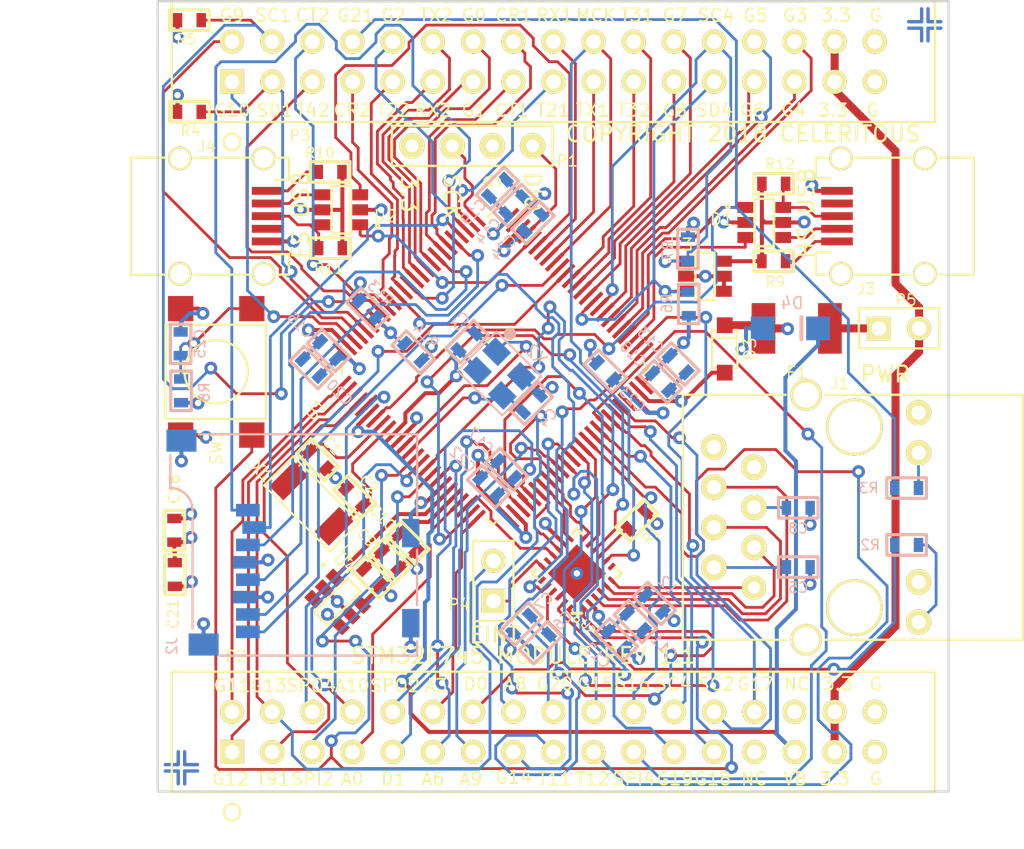
<source format=kicad_pcb>
(kicad_pcb (version 4) (host pcbnew 4.0.7)
  (layers (0 F.Cu signal) (1 +3.3V power hide) (2 GND power hide) (31 B.Cu signal) (34 B.Paste user) (35 F.Paste user) (36 B.SilkS user) (37 F.SilkS user) (38 B.Mask user) (39 F.Mask user) (44 Edge.Cuts user))
  (net 0 "")
  (net 1 /OSC32IN)
  (net 2 GND)
  (net 3 /OSC32OUT)
  (net 4 /OSCHSIN)
  (net 5 /OSCHSOUT)
  (net 6 /USB_HS_DM)
  (net 7 /USB_HS_DP)
  (net 8 "Net-(D1-Pad4)")
  (net 9 "Net-(D1-Pad6)")
  (net 10 /USB_FS_DM)
  (net 11 /USB_FS_DP)
  (net 12 "Net-(D2-Pad4)")
  (net 13 "Net-(D2-Pad6)")
  (net 14 /SDMMC_D1)
  (net 15 /SDMMC_D0)
  (net 16 /SDMMC_CK)
  (net 17 /SDMMC_CMD)
  (net 18 /SDMMC_D3)
  (net 19 /SDMMC_D2)
  (net 20 /JTAG_SWDIO)
  (net 21 /JTAG_SWCLK)
  (net 22 /GPIO_11)
  (net 23 /GPIO_12)
  (net 24 /GPIO_13)
  (net 25 /TIM9_CH1)
  (net 26 /SPI4_MOSI)
  (net 27 /ADC_10)
  (net 28 /SPI2_MISO)
  (net 29 /SPI2_MOSI)
  (net 30 /ADC_0)
  (net 31 /ADC_3)
  (net 32 /DAC_1)
  (net 33 /DAC_0)
  (net 34 /ADC_6)
  (net 35 /ADC_8)
  (net 36 /ADC_9)
  (net 37 /GPIO_20)
  (net 38 /GPIO_14)
  (net 39 /GPIO_15)
  (net 40 /TIM1_CH1)
  (net 41 /GPIO_16)
  (net 42 /TIM1_CH2)
  (net 43 /GPIO_17)
  (net 44 /SPI4_MISO)
  (net 45 /GPIO_18)
  (net 46 /GPIO_19)
  (net 47 /SPI2_SCK)
  (net 48 /GPIO_9)
  (net 49 /GPIO_10)
  (net 50 /I2C1_SCL)
  (net 51 /I2C1_SDA)
  (net 52 /CAN2_TX)
  (net 53 /TIM4_CH2)
  (net 54 /GPIO_21)
  (net 55 /CAN2_RX)
  (net 56 /GPIO_2)
  (net 57 /TIM2_CH2)
  (net 58 /USART2_TX)
  (net 59 /USART2_RX)
  (net 60 /GPIO_0)
  (net 61 /GPIO_1)
  (net 62 /CAN1_RX)
  (net 63 /CAN1_TX)
  (net 64 /USART1_RX)
  (net 65 /TIM2_CH1)
  (net 66 /MCLKOUT)
  (net 67 /USART1_TX)
  (net 68 /TIM3_CH1)
  (net 69 /TIM3_CH2)
  (net 70 /GPIO_7)
  (net 71 /GPIO_8)
  (net 72 /I2C4_SCL)
  (net 73 /I2C4_SDA)
  (net 74 /GPIO_5)
  (net 75 /GPIO_6)
  (net 76 /GPIO_3)
  (net 77 /GPIO_4)
  (net 78 /ETH_MDC)
  (net 79 /ETH_REF_CLK)
  (net 80 /ETH_MDIO)
  (net 81 /ETH_CRS_DV)
  (net 82 /ETH_RXD0)
  (net 83 /ETH_RXD1)
  (net 84 /ETH_TXD0)
  (net 85 /ETH_TXD1)
  (net 86 "Net-(J1-Pad9)")
  (net 87 "Net-(J1-Pad11)")
  (net 88 /VBATT)
  (net 89 /+3.3VANA)
  (net 90 /VCAP1)
  (net 91 /VCAP2)
  (net 92 /ETH_RXM)
  (net 93 /ETH_RXP)
  (net 94 /ETH_TXM)
  (net 95 /ETH_TXP)
  (net 96 /ETH_TXC)
  (net 97 "Net-(C6-Pad1)")
  (net 98 /ETH_RXC)
  (net 99 /+3.3VETH)
  (net 100 +3.3V)
  (net 101 "Net-(F1-Pad2)")
  (net 102 /+3.3VEXT)
  (net 103 /ETH_INT)
  (net 104 "Net-(R1-Pad2)")
  (net 105 /ETH_LED)
  (net 106 /+3.0VREF)
  (net 107 /MCU_RST)
  (net 108 "Net-(C25-Pad1)")
  (net 109 "Net-(J3-Pad1)")
  (net 110 "Net-(J4-Pad1)")
  (net 111 /SPI4_SCK)
  (net 112 "Net-(J1-Pad7)")
  (net 113 "Net-(J3-Pad4)")
  (net 114 "Net-(J4-Pad4)")
  (net 115 "Net-(P2-Pad27)")
  (net 116 "Net-(P2-Pad30)")
  (net 117 /BOOT0)
  (net 118 /ETH_TX_EN)
  (net 119 "Net-(U2-Pad7)")
  (net 120 "Net-(U2-Pad17)")
  (net 121 /ETH_TXEN)
  (module KiCad:P0603 (layer F.Cu) (at 65.125 135.025 315)
    (fp_text reference C1 (at 0 -1.272792 315) (layer F.SilkS) (effects (font (size 0.65 0.65) (thickness 0.0975))))
    (fp_text value 12pF hide)
    (pad 1 smd rect (at -0.75 0 315) (size 0.6 0.9) (layers F.Cu F.Paste F.Mask) (net 1 /OSC32IN))
    (pad 2 smd rect (at 0.75 0 315) (size 0.6 0.9) (layers F.Cu F.Paste F.Mask) (net 2 GND))
  )
  (module KiCad:P0603 (layer F.Cu) (at 67.45 137.35 135)
    (fp_text reference C2 (at -0.070711 1.202082 135) (layer F.SilkS) (effects (font (size 0.65 0.65) (thickness 0.0975))))
    (fp_text value 12pF hide)
    (pad 1 smd rect (at -0.75 0 135) (size 0.6 0.9) (layers F.Cu F.Paste F.Mask) (net 3 /OSC32OUT))
    (pad 2 smd rect (at 0.75 0 135) (size 0.6 0.9) (layers F.Cu F.Paste F.Mask) (net 2 GND))
  )
  (module KiCad:P0603 (layer B.Cu) (at 74.55 127.55 225)
    (fp_text reference C3 (at -0.636396 1.202082 225) (layer B.SilkS) (effects (font (size 0.65 0.65) (thickness 0.0975)) (justify mirror)))
    (fp_text value 12pF hide)
    (pad 1 smd rect (at -0.75 0 225) (size 0.6 0.9) (layers B.Cu B.Paste B.Mask) (net 4 /OSCHSIN))
    (pad 2 smd rect (at 0.75 0 225) (size 0.6 0.9) (layers B.Cu B.Paste B.Mask) (net 2 GND))
  )
  (module KiCad:P0603 (layer B.Cu) (at 78.625 131.45 45)
    (fp_text reference C4 (at 0.106066 1.378858 45) (layer B.SilkS) (effects (font (size 0.65 0.65) (thickness 0.0975)) (justify mirror)))
    (fp_text value 12pF hide)
    (pad 1 smd rect (at -0.75 0 45) (size 0.6 0.9) (layers B.Cu B.Paste B.Mask) (net 5 /OSCHSOUT))
    (pad 2 smd rect (at 0.75 0 45) (size 0.6 0.9) (layers B.Cu B.Paste B.Mask) (net 2 GND))
  )
  (module KiCad:SOT23-6 (layer F.Cu) (at 94.55 120 270)
    (fp_text reference D1 (at -0.2 3.9 360) (layer F.SilkS) (effects (font (size 0.75 0.75) (thickness 0.1))))
    (fp_text value USBLC6-2 hide)
    (pad 1 smd rect (at -0.95 2.4 270) (size 0.7 1) (layers F.Cu F.Paste F.Mask) (net 7 /USB_HS_DP))
    (pad 2 smd rect (at 0 2.4 270) (size 0.7 1) (layers F.Cu F.Paste F.Mask) (net 2 GND))
    (pad 3 smd rect (at 0.95 2.4 270) (size 0.7 1) (layers F.Cu F.Paste F.Mask) (net 6 /USB_HS_DM))
    (pad 4 smd rect (at 0.95 0 270) (size 0.7 1) (layers F.Cu F.Paste F.Mask) (net 8 "Net-(D1-Pad4)"))
    (pad 5 smd rect (at 0 0 270) (size 0.7 1) (layers F.Cu F.Paste F.Mask) (net 100 +3.3V))
    (pad 6 smd rect (at -0.95 0 270) (size 0.7 1) (layers F.Cu F.Paste F.Mask) (net 9 "Net-(D1-Pad6)"))
  )
  (module KiCad:SOT23-6 (layer F.Cu) (at 65.4 119.2 90)
    (fp_text reference D2 (at -0.4 4 180) (layer F.SilkS) (effects (font (size 0.75 0.75) (thickness 0.1))))
    (fp_text value USBLC6-2 hide)
    (pad 1 smd rect (at -0.95 2.4 90) (size 0.7 1) (layers F.Cu F.Paste F.Mask) (net 11 /USB_FS_DP))
    (pad 2 smd rect (at 0 2.4 90) (size 0.7 1) (layers F.Cu F.Paste F.Mask) (net 2 GND))
    (pad 3 smd rect (at 0.95 2.4 90) (size 0.7 1) (layers F.Cu F.Paste F.Mask) (net 10 /USB_FS_DM))
    (pad 4 smd rect (at 0.95 0 90) (size 0.7 1) (layers F.Cu F.Paste F.Mask) (net 12 "Net-(D2-Pad4)"))
    (pad 5 smd rect (at 0 0 90) (size 0.7 1) (layers F.Cu F.Paste F.Mask) (net 100 +3.3V))
    (pad 6 smd rect (at -0.95 0 90) (size 0.7 1) (layers F.Cu F.Paste F.Mask) (net 13 "Net-(D2-Pad6)"))
  )
  (module KiCad:CONNECTOR_ETHERNET_SI60062 (layer F.Cu) (at 92.7 143.1 90)
    (fp_text reference J1 (at 12.9 5.4 360) (layer F.SilkS) (effects (font (size 0.7 0.7) (thickness 0.1))))
    (fp_text value CONNECTOR_RJ45_SI-60062 hide)
    (pad 1 thru_hole circle (at 0 0 90) (size 1.524 1.524) (drill 0.762) (layers *.Cu *.Mask F.SilkS) (net 95 /ETH_TXP))
    (pad 2 thru_hole circle (at 1.27 -2.54 90) (size 1.6 1.6) (drill 0.89) (layers *.Cu *.Mask F.SilkS) (net 96 /ETH_TXC))
    (pad 3 thru_hole circle (at 2.54 0 90) (size 1.6 1.6) (drill 0.89) (layers *.Cu *.Mask F.SilkS) (net 94 /ETH_TXM))
    (pad 4 thru_hole circle (at 3.81 -2.54 90) (size 1.6 1.6) (drill 0.89) (layers *.Cu *.Mask F.SilkS) (net 93 /ETH_RXP))
    (pad 5 thru_hole circle (at 5.08 0 90) (size 1.6 1.6) (drill 0.89) (layers *.Cu *.Mask F.SilkS) (net 98 /ETH_RXC))
    (pad 6 thru_hole circle (at 6.35 -2.54 90) (size 1.6 1.6) (drill 0.89) (layers *.Cu *.Mask F.SilkS) (net 92 /ETH_RXM))
    (pad 7 thru_hole circle (at 7.62 0 90) (size 1.6 1.6) (drill 0.89) (layers *.Cu *.Mask F.SilkS) (net 112 "Net-(J1-Pad7)"))
    (pad 8 thru_hole circle (at 8.89 -2.54 90) (size 1.6 1.6) (drill 0.89) (layers *.Cu *.Mask F.SilkS) (net 2 GND))
    (pad 9 thru_hole circle (at -2.18 10.41 90) (size 1.6 1.6) (drill 0.89) (layers *.Cu *.Mask F.SilkS) (net 86 "Net-(J1-Pad9)"))
    (pad 10 thru_hole circle (at 0.36 10.41 90) (size 1.6 1.6) (drill 0.89) (layers *.Cu *.Mask F.SilkS) (net 100 +3.3V))
    (pad 11 thru_hole circle (at 8.53 10.41 90) (size 1.6 1.6) (drill 0.89) (layers *.Cu *.Mask F.SilkS) (net 87 "Net-(J1-Pad11)"))
    (pad 12 thru_hole circle (at 11.07 10.41 90) (size 1.6 1.6) (drill 0.89) (layers *.Cu *.Mask F.SilkS) (net 100 +3.3V))
    (pad 13 thru_hole circle (at -1.27 6.35 90) (size 3.6 3.6) (drill 3.25) (layers *.Cu *.Mask F.SilkS))
    (pad 14 thru_hole circle (at 10.16 6.35 90) (size 3.6 3.6) (drill 3.25) (layers *.Cu *.Mask F.SilkS))
    (pad 15 thru_hole circle (at -3.3 3.3 90) (size 2 2) (drill 1.6) (layers *.Cu *.Mask F.SilkS))
    (pad 16 thru_hole circle (at 12.19 3.3 90) (size 2 2) (drill 1.6) (layers *.Cu *.Mask F.SilkS))
  )
  (module KiCad:CONN_USB_UX60-MB (layer F.Cu) (at 98 119.6 90)
    (fp_text reference J3 (at -4.6 1.8 360) (layer F.SilkS) (effects (font (size 0.7 0.7) (thickness 0.1))))
    (fp_text value USB_MINI_B_SMD hide)
    (pad 3 smd rect (at 0 -0.05 90) (size 0.5 2) (layers F.Cu F.Paste F.Mask) (net 9 "Net-(D1-Pad6)"))
    (pad 4 smd rect (at 0.8 -0.05 90) (size 0.5 2) (layers F.Cu F.Paste F.Mask) (net 113 "Net-(J3-Pad4)"))
    (pad 5 smd rect (at 1.6 -0.05 90) (size 0.5 2) (layers F.Cu F.Paste F.Mask) (net 2 GND))
    (pad 1 smd rect (at -1.6 -0.05 90) (size 0.5 2) (layers F.Cu F.Paste F.Mask) (net 109 "Net-(J3-Pad1)"))
    (pad 2 smd rect (at -0.8 -0.05 90) (size 0.5 2) (layers F.Cu F.Paste F.Mask) (net 8 "Net-(D1-Pad4)"))
    (pad "" np_thru_hole circle (at -1.75 2.2 90) (size 0.9 0.9) (drill 0.9) (layers *.Cu *.Mask F.SilkS))
    (pad "" np_thru_hole circle (at 1.75 2.2 90) (size 0.9 0.9) (drill 0.9) (layers *.Cu *.Mask F.SilkS))
    (pad 6 thru_hole circle (at -3.65 0.2 90) (size 1.5 1.5) (drill 1.2) (layers *.Cu *.Mask F.SilkS) (net 2 GND))
    (pad 7 thru_hole circle (at 3.65 0.2 90) (size 1.5 1.5) (drill 1.2) (layers *.Cu *.Mask F.SilkS) (net 2 GND))
    (pad 8 thru_hole circle (at -3.65 5.5 90) (size 1.5 1.5) (drill 1.2) (layers *.Cu *.Mask F.SilkS) (net 2 GND))
    (pad 9 thru_hole circle (at 3.65 5.5 90) (size 1.5 1.5) (drill 1.2) (layers *.Cu *.Mask F.SilkS) (net 2 GND))
  )
  (module KiCad:CONN_USB_UX60-MB (layer F.Cu) (at 61.9 119.6 270)
    (fp_text reference J4 (at -4.4 3.8 360) (layer F.SilkS) (effects (font (size 0.7 0.7) (thickness 0.1))))
    (fp_text value USB_MINI_B_SMD hide)
    (pad 3 smd rect (at 0 -0.05 270) (size 0.5 2) (layers F.Cu F.Paste F.Mask) (net 13 "Net-(D2-Pad6)"))
    (pad 4 smd rect (at 0.8 -0.05 270) (size 0.5 2) (layers F.Cu F.Paste F.Mask) (net 114 "Net-(J4-Pad4)"))
    (pad 5 smd rect (at 1.6 -0.05 270) (size 0.5 2) (layers F.Cu F.Paste F.Mask) (net 2 GND))
    (pad 1 smd rect (at -1.6 -0.05 270) (size 0.5 2) (layers F.Cu F.Paste F.Mask) (net 110 "Net-(J4-Pad1)"))
    (pad 2 smd rect (at -0.8 -0.05 270) (size 0.5 2) (layers F.Cu F.Paste F.Mask) (net 12 "Net-(D2-Pad4)"))
    (pad "" np_thru_hole circle (at -1.75 2.2 270) (size 0.9 0.9) (drill 0.9) (layers *.Cu *.Mask F.SilkS))
    (pad "" np_thru_hole circle (at 1.75 2.2 270) (size 0.9 0.9) (drill 0.9) (layers *.Cu *.Mask F.SilkS))
    (pad 6 thru_hole circle (at -3.65 0.2 270) (size 1.5 1.5) (drill 1.2) (layers *.Cu *.Mask F.SilkS) (net 2 GND))
    (pad 7 thru_hole circle (at 3.65 0.2 270) (size 1.5 1.5) (drill 1.2) (layers *.Cu *.Mask F.SilkS) (net 2 GND))
    (pad 8 thru_hole circle (at -3.65 5.5 270) (size 1.5 1.5) (drill 1.2) (layers *.Cu *.Mask F.SilkS) (net 2 GND))
    (pad 9 thru_hole circle (at 3.65 5.5 270) (size 1.5 1.5) (drill 1.2) (layers *.Cu *.Mask F.SilkS) (net 2 GND))
  )
  (module KiCad:QFP_100_14X14_0.5 (layer F.Cu) (at 76.2 129.225 45)
    (fp_text reference U1 (at -9.758074 -6.081118 45) (layer F.SilkS) (effects (font (size 0.75 0.75) (thickness 0.1))))
    (fp_text value STM32F745VE hide)
    (pad 1 smd rect (at -7.5 -6 135) (size 0.25 1.5) (layers F.Cu F.Paste F.Mask) (net 22 /GPIO_11))
    (pad 2 smd rect (at -7.5 -5.5 135) (size 0.25 1.5) (layers F.Cu F.Paste F.Mask) (net 23 /GPIO_12))
    (pad 3 smd rect (at -7.5 -5 135) (size 0.25 1.5) (layers F.Cu F.Paste F.Mask) (net 24 /GPIO_13))
    (pad 4 smd rect (at -7.5 -4.5 135) (size 0.25 1.5) (layers F.Cu F.Paste F.Mask) (net 25 /TIM9_CH1))
    (pad 5 smd rect (at -7.5 -4 135) (size 0.25 1.5) (layers F.Cu F.Paste F.Mask) (net 26 /SPI4_MOSI))
    (pad 6 smd rect (at -7.5 -3.5 135) (size 0.25 1.5) (layers F.Cu F.Paste F.Mask) (net 88 /VBATT))
    (pad 7 smd rect (at -7.5 -3 135) (size 0.25 1.5) (layers F.Cu F.Paste F.Mask) (net 54 /GPIO_21))
    (pad 8 smd rect (at -7.5 -2.5 135) (size 0.25 1.5) (layers F.Cu F.Paste F.Mask) (net 1 /OSC32IN))
    (pad 9 smd rect (at -7.5 -2 135) (size 0.25 1.5) (layers F.Cu F.Paste F.Mask) (net 3 /OSC32OUT))
    (pad 10 smd rect (at -7.5 -1.5 135) (size 0.25 1.5) (layers F.Cu F.Paste F.Mask) (net 2 GND))
    (pad 11 smd rect (at -7.5 -1 135) (size 0.25 1.5) (layers F.Cu F.Paste F.Mask) (net 100 +3.3V))
    (pad 12 smd rect (at -7.5 -0.5 135) (size 0.25 1.5) (layers F.Cu F.Paste F.Mask) (net 4 /OSCHSIN))
    (pad 13 smd rect (at -7.5 0 135) (size 0.25 1.5) (layers F.Cu F.Paste F.Mask) (net 5 /OSCHSOUT))
    (pad 14 smd rect (at -7.5 0.5 135) (size 0.25 1.5) (layers F.Cu F.Paste F.Mask) (net 107 /MCU_RST))
    (pad 15 smd rect (at -7.5 1 135) (size 0.25 1.5) (layers F.Cu F.Paste F.Mask) (net 27 /ADC_10))
    (pad 16 smd rect (at -7.5 1.5 135) (size 0.25 1.5) (layers F.Cu F.Paste F.Mask) (net 78 /ETH_MDC))
    (pad 17 smd rect (at -7.5 2 135) (size 0.25 1.5) (layers F.Cu F.Paste F.Mask) (net 28 /SPI2_MISO))
    (pad 18 smd rect (at -7.5 2.5 135) (size 0.25 1.5) (layers F.Cu F.Paste F.Mask) (net 29 /SPI2_MOSI))
    (pad 19 smd rect (at -7.5 3 135) (size 0.25 1.5) (layers F.Cu F.Paste F.Mask) (net 2 GND))
    (pad 20 smd rect (at -7.5 3.5 135) (size 0.25 1.5) (layers F.Cu F.Paste F.Mask) (net 106 /+3.0VREF))
    (pad 21 smd rect (at -7.5 4 135) (size 0.25 1.5) (layers F.Cu F.Paste F.Mask) (net 89 /+3.3VANA))
    (pad 22 smd rect (at -7.5 4.5 135) (size 0.25 1.5) (layers F.Cu F.Paste F.Mask) (net 30 /ADC_0))
    (pad 23 smd rect (at -7.5 5 135) (size 0.25 1.5) (layers F.Cu F.Paste F.Mask) (net 79 /ETH_REF_CLK))
    (pad 24 smd rect (at -7.5 5.5 135) (size 0.25 1.5) (layers F.Cu F.Paste F.Mask) (net 80 /ETH_MDIO))
    (pad 25 smd rect (at -7.5 6 135) (size 0.25 1.5) (layers F.Cu F.Paste F.Mask) (net 31 /ADC_3))
    (pad 26 smd rect (at -6 7.5 45) (size 0.25 1.5) (layers F.Cu F.Paste F.Mask) (net 2 GND))
    (pad 27 smd rect (at -5.5 7.5 45) (size 0.25 1.5) (layers F.Cu F.Paste F.Mask) (net 100 +3.3V))
    (pad 28 smd rect (at -5 7.5 45) (size 0.25 1.5) (layers F.Cu F.Paste F.Mask) (net 32 /DAC_1))
    (pad 29 smd rect (at -4.5 7.5 45) (size 0.25 1.5) (layers F.Cu F.Paste F.Mask) (net 33 /DAC_0))
    (pad 30 smd rect (at -4 7.5 45) (size 0.25 1.5) (layers F.Cu F.Paste F.Mask) (net 34 /ADC_6))
    (pad 31 smd rect (at -3.5 7.5 45) (size 0.25 1.5) (layers F.Cu F.Paste F.Mask) (net 81 /ETH_CRS_DV))
    (pad 32 smd rect (at -3 7.5 45) (size 0.25 1.5) (layers F.Cu F.Paste F.Mask) (net 82 /ETH_RXD0))
    (pad 33 smd rect (at -2.5 7.5 45) (size 0.25 1.5) (layers F.Cu F.Paste F.Mask) (net 83 /ETH_RXD1))
    (pad 34 smd rect (at -2 7.5 45) (size 0.25 1.5) (layers F.Cu F.Paste F.Mask) (net 35 /ADC_8))
    (pad 35 smd rect (at -1.5 7.5 45) (size 0.25 1.5) (layers F.Cu F.Paste F.Mask) (net 36 /ADC_9))
    (pad 36 smd rect (at -1 7.5 45) (size 0.25 1.5) (layers F.Cu F.Paste F.Mask) (net 46 /GPIO_19))
    (pad 37 smd rect (at -0.5 7.5 45) (size 0.25 1.5) (layers F.Cu F.Paste F.Mask) (net 38 /GPIO_14))
    (pad 38 smd rect (at 0 7.5 45) (size 0.25 1.5) (layers F.Cu F.Paste F.Mask) (net 39 /GPIO_15))
    (pad 39 smd rect (at 0.5 7.5 45) (size 0.25 1.5) (layers F.Cu F.Paste F.Mask) (net 40 /TIM1_CH1))
    (pad 40 smd rect (at 1 7.5 45) (size 0.25 1.5) (layers F.Cu F.Paste F.Mask) (net 41 /GPIO_16))
    (pad 41 smd rect (at 1.5 7.5 45) (size 0.25 1.5) (layers F.Cu F.Paste F.Mask) (net 42 /TIM1_CH2))
    (pad 42 smd rect (at 2 7.5 45) (size 0.25 1.5) (layers F.Cu F.Paste F.Mask) (net 111 /SPI4_SCK))
    (pad 43 smd rect (at 2.5 7.5 45) (size 0.25 1.5) (layers F.Cu F.Paste F.Mask) (net 44 /SPI4_MISO))
    (pad 44 smd rect (at 3 7.5 45) (size 0.25 1.5) (layers F.Cu F.Paste F.Mask) (net 43 /GPIO_17))
    (pad 45 smd rect (at 3.5 7.5 45) (size 0.25 1.5) (layers F.Cu F.Paste F.Mask) (net 45 /GPIO_18))
    (pad 46 smd rect (at 4 7.5 45) (size 0.25 1.5) (layers F.Cu F.Paste F.Mask) (net 47 /SPI2_SCK))
    (pad 47 smd rect (at 4.5 7.5 45) (size 0.25 1.5) (layers F.Cu F.Paste F.Mask) (net 118 /ETH_TX_EN))
    (pad 48 smd rect (at 5 7.5 45) (size 0.25 1.5) (layers F.Cu F.Paste F.Mask) (net 90 /VCAP1))
    (pad 49 smd rect (at 5.5 7.5 45) (size 0.25 1.5) (layers F.Cu F.Paste F.Mask) (net 2 GND))
    (pad 50 smd rect (at 6 7.5 45) (size 0.25 1.5) (layers F.Cu F.Paste F.Mask) (net 100 +3.3V))
    (pad 51 smd rect (at 7.5 6 135) (size 0.25 1.5) (layers F.Cu F.Paste F.Mask) (net 84 /ETH_TXD0))
    (pad 52 smd rect (at 7.5 5.5 135) (size 0.25 1.5) (layers F.Cu F.Paste F.Mask) (net 85 /ETH_TXD1))
    (pad 53 smd rect (at 7.5 5 135) (size 0.25 1.5) (layers F.Cu F.Paste F.Mask) (net 6 /USB_HS_DM))
    (pad 54 smd rect (at 7.5 4.5 135) (size 0.25 1.5) (layers F.Cu F.Paste F.Mask) (net 7 /USB_HS_DP))
    (pad 55 smd rect (at 7.5 4 135) (size 0.25 1.5) (layers F.Cu F.Paste F.Mask) (net 76 /GPIO_3))
    (pad 56 smd rect (at 7.5 3.5 135) (size 0.25 1.5) (layers F.Cu F.Paste F.Mask) (net 77 /GPIO_4))
    (pad 57 smd rect (at 7.5 3 135) (size 0.25 1.5) (layers F.Cu F.Paste F.Mask) (net 74 /GPIO_5))
    (pad 58 smd rect (at 7.5 2.5 135) (size 0.25 1.5) (layers F.Cu F.Paste F.Mask) (net 75 /GPIO_6))
    (pad 59 smd rect (at 7.5 2 135) (size 0.25 1.5) (layers F.Cu F.Paste F.Mask) (net 72 /I2C4_SCL))
    (pad 60 smd rect (at 7.5 1.5 135) (size 0.25 1.5) (layers F.Cu F.Paste F.Mask) (net 73 /I2C4_SDA))
    (pad 61 smd rect (at 7.5 1 135) (size 0.25 1.5) (layers F.Cu F.Paste F.Mask) (net 70 /GPIO_7))
    (pad 62 smd rect (at 7.5 0.5 135) (size 0.25 1.5) (layers F.Cu F.Paste F.Mask) (net 71 /GPIO_8))
    (pad 63 smd rect (at 7.5 0 135) (size 0.25 1.5) (layers F.Cu F.Paste F.Mask) (net 68 /TIM3_CH1))
    (pad 64 smd rect (at 7.5 -0.5 135) (size 0.25 1.5) (layers F.Cu F.Paste F.Mask) (net 69 /TIM3_CH2))
    (pad 65 smd rect (at 7.5 -1 135) (size 0.25 1.5) (layers F.Cu F.Paste F.Mask) (net 15 /SDMMC_D0))
    (pad 66 smd rect (at 7.5 -1.5 135) (size 0.25 1.5) (layers F.Cu F.Paste F.Mask) (net 14 /SDMMC_D1))
    (pad 67 smd rect (at 7.5 -2 135) (size 0.25 1.5) (layers F.Cu F.Paste F.Mask) (net 66 /MCLKOUT))
    (pad 68 smd rect (at 7.5 -2.5 135) (size 0.25 1.5) (layers F.Cu F.Paste F.Mask) (net 67 /USART1_TX))
    (pad 69 smd rect (at 7.5 -3 135) (size 0.25 1.5) (layers F.Cu F.Paste F.Mask) (net 64 /USART1_RX))
    (pad 70 smd rect (at 7.5 -3.5 135) (size 0.25 1.5) (layers F.Cu F.Paste F.Mask) (net 10 /USB_FS_DM))
    (pad 71 smd rect (at 7.5 -4 135) (size 0.25 1.5) (layers F.Cu F.Paste F.Mask) (net 11 /USB_FS_DP))
    (pad 72 smd rect (at 7.5 -4.5 135) (size 0.25 1.5) (layers F.Cu F.Paste F.Mask) (net 20 /JTAG_SWDIO))
    (pad 73 smd rect (at 7.5 -5 135) (size 0.25 1.5) (layers F.Cu F.Paste F.Mask) (net 91 /VCAP2))
    (pad 74 smd rect (at 7.5 -5.5 135) (size 0.25 1.5) (layers F.Cu F.Paste F.Mask) (net 2 GND))
    (pad 75 smd rect (at 7.5 -6 135) (size 0.25 1.5) (layers F.Cu F.Paste F.Mask) (net 100 +3.3V))
    (pad 76 smd rect (at 6 -7.5 45) (size 0.25 1.5) (layers F.Cu F.Paste F.Mask) (net 21 /JTAG_SWCLK))
    (pad 77 smd rect (at 5.5 -7.5 45) (size 0.25 1.5) (layers F.Cu F.Paste F.Mask) (net 65 /TIM2_CH1))
    (pad 78 smd rect (at 5 -7.5 45) (size 0.25 1.5) (layers F.Cu F.Paste F.Mask) (net 19 /SDMMC_D2))
    (pad 79 smd rect (at 4.5 -7.5 45) (size 0.25 1.5) (layers F.Cu F.Paste F.Mask) (net 18 /SDMMC_D3))
    (pad 80 smd rect (at 4 -7.5 45) (size 0.25 1.5) (layers F.Cu F.Paste F.Mask) (net 16 /SDMMC_CK))
    (pad 81 smd rect (at 3.5 -7.5 45) (size 0.25 1.5) (layers F.Cu F.Paste F.Mask) (net 62 /CAN1_RX))
    (pad 82 smd rect (at 3 -7.5 45) (size 0.25 1.5) (layers F.Cu F.Paste F.Mask) (net 63 /CAN1_TX))
    (pad 83 smd rect (at 2.5 -7.5 45) (size 0.25 1.5) (layers F.Cu F.Paste F.Mask) (net 17 /SDMMC_CMD))
    (pad 84 smd rect (at 2 -7.5 45) (size 0.25 1.5) (layers F.Cu F.Paste F.Mask) (net 60 /GPIO_0))
    (pad 85 smd rect (at 1.5 -7.5 45) (size 0.25 1.5) (layers F.Cu F.Paste F.Mask) (net 61 /GPIO_1))
    (pad 86 smd rect (at 1 -7.5 45) (size 0.25 1.5) (layers F.Cu F.Paste F.Mask) (net 58 /USART2_TX))
    (pad 87 smd rect (at 0.5 -7.5 45) (size 0.25 1.5) (layers F.Cu F.Paste F.Mask) (net 59 /USART2_RX))
    (pad 88 smd rect (at 0 -7.5 45) (size 0.25 1.5) (layers F.Cu F.Paste F.Mask) (net 56 /GPIO_2))
    (pad 89 smd rect (at -0.5 -7.5 45) (size 0.25 1.5) (layers F.Cu F.Paste F.Mask) (net 57 /TIM2_CH2))
    (pad 90 smd rect (at -1 -7.5 45) (size 0.25 1.5) (layers F.Cu F.Paste F.Mask) (net 37 /GPIO_20))
    (pad 91 smd rect (at -1.5 -7.5 45) (size 0.25 1.5) (layers F.Cu F.Paste F.Mask) (net 55 /CAN2_RX))
    (pad 92 smd rect (at -2 -7.5 45) (size 0.25 1.5) (layers F.Cu F.Paste F.Mask) (net 52 /CAN2_TX))
    (pad 93 smd rect (at -2.5 -7.5 45) (size 0.25 1.5) (layers F.Cu F.Paste F.Mask) (net 53 /TIM4_CH2))
    (pad 94 smd rect (at -3 -7.5 45) (size 0.25 1.5) (layers F.Cu F.Paste F.Mask) (net 117 /BOOT0))
    (pad 95 smd rect (at -3.5 -7.5 45) (size 0.25 1.5) (layers F.Cu F.Paste F.Mask) (net 50 /I2C1_SCL))
    (pad 96 smd rect (at -4 -7.5 45) (size 0.25 1.5) (layers F.Cu F.Paste F.Mask) (net 51 /I2C1_SDA))
    (pad 97 smd rect (at -4.5 -7.5 45) (size 0.25 1.5) (layers F.Cu F.Paste F.Mask) (net 48 /GPIO_9))
    (pad 98 smd rect (at -5 -7.5 45) (size 0.25 1.5) (layers F.Cu F.Paste F.Mask) (net 49 /GPIO_10))
    (pad 99 smd rect (at -5.5 -7.5 45) (size 0.25 1.5) (layers F.Cu F.Paste F.Mask) (net 2 GND))
    (pad 100 smd rect (at -6 -7.5 45) (size 0.25 1.5) (layers F.Cu F.Paste F.Mask) (net 100 +3.3V))
  )
  (module KiCad:QFN24_4X4mm_0.5mm_PWR (layer F.Cu) (at 81.5 142.2 135)
    (fp_text reference U2 (at -2.899138 -1.909188 135) (layer F.SilkS) (effects (font (size 0.5 0.5) (thickness 0.075))))
    (fp_text value KSZ8081RNA hide)
    (fp_text user ○ (at -2.06 -2.06 135) (layer F.SilkS) (effects (font (size 0.4 0.4) (thickness 0.1))))
    (pad 1 smd rect (at -1.86 -1.25 135) (size 0.5 0.24) (layers F.Cu F.Paste F.Mask) (net 97 "Net-(C6-Pad1)"))
    (pad 2 smd rect (at -1.86 -0.75 135) (size 0.5 0.24) (layers F.Cu F.Paste F.Mask) (net 99 /+3.3VETH))
    (pad 3 smd rect (at -1.86 -0.25 135) (size 0.5 0.24) (layers F.Cu F.Paste F.Mask) (net 92 /ETH_RXM))
    (pad 4 smd rect (at -1.86 0.25 135) (size 0.5 0.24) (layers F.Cu F.Paste F.Mask) (net 93 /ETH_RXP))
    (pad 5 smd rect (at -1.86 0.75 135) (size 0.5 0.24) (layers F.Cu F.Paste F.Mask) (net 94 /ETH_TXM))
    (pad 6 smd rect (at -1.86 1.25 135) (size 0.5 0.24) (layers F.Cu F.Paste F.Mask) (net 95 /ETH_TXP))
    (pad 7 smd rect (at -1.25 1.86 225) (size 0.5 0.24) (layers F.Cu F.Paste F.Mask) (net 119 "Net-(U2-Pad7)"))
    (pad 8 smd rect (at -0.75 1.86 225) (size 0.5 0.24) (layers F.Cu F.Paste F.Mask) (net 66 /MCLKOUT))
    (pad 9 smd rect (at -0.25 1.86 225) (size 0.5 0.24) (layers F.Cu F.Paste F.Mask) (net 104 "Net-(R1-Pad2)"))
    (pad 10 smd rect (at 0.25 1.86 225) (size 0.5 0.24) (layers F.Cu F.Paste F.Mask) (net 80 /ETH_MDIO))
    (pad 11 smd rect (at 0.75 1.86 225) (size 0.5 0.24) (layers F.Cu F.Paste F.Mask) (net 78 /ETH_MDC))
    (pad 12 smd rect (at 1.25 1.86 225) (size 0.5 0.24) (layers F.Cu F.Paste F.Mask) (net 83 /ETH_RXD1))
    (pad 13 smd rect (at 1.86 1.25 135) (size 0.5 0.24) (layers F.Cu F.Paste F.Mask) (net 82 /ETH_RXD0))
    (pad 14 smd rect (at 1.86 0.75 135) (size 0.5 0.24) (layers F.Cu F.Paste F.Mask) (net 100 +3.3V))
    (pad 15 smd rect (at 1.86 0.25 135) (size 0.5 0.24) (layers F.Cu F.Paste F.Mask) (net 81 /ETH_CRS_DV))
    (pad 16 smd rect (at 1.86 -0.25 135) (size 0.5 0.24) (layers F.Cu F.Paste F.Mask) (net 79 /ETH_REF_CLK))
    (pad 17 smd rect (at 1.86 -0.75 135) (size 0.5 0.24) (layers F.Cu F.Paste F.Mask) (net 120 "Net-(U2-Pad17)"))
    (pad 18 smd rect (at 1.86 -1.25 135) (size 0.5 0.24) (layers F.Cu F.Paste F.Mask) (net 103 /ETH_INT))
    (pad 19 smd rect (at 1.25 -1.86 225) (size 0.5 0.24) (layers F.Cu F.Paste F.Mask) (net 121 /ETH_TXEN))
    (pad 20 smd rect (at 0.75 -1.86 225) (size 0.5 0.24) (layers F.Cu F.Paste F.Mask) (net 84 /ETH_TXD0))
    (pad 21 smd rect (at 0.25 -1.86 225) (size 0.5 0.24) (layers F.Cu F.Paste F.Mask) (net 85 /ETH_TXD1))
    (pad 22 smd rect (at -0.25 -1.86 225) (size 0.5 0.24) (layers F.Cu F.Paste F.Mask) (net 2 GND))
    (pad 23 smd rect (at -0.75 -1.86 225) (size 0.5 0.24) (layers F.Cu F.Paste F.Mask) (net 105 /ETH_LED))
    (pad 24 smd rect (at -1.25 -1.86 225) (size 0.5 0.24) (layers F.Cu F.Paste F.Mask) (net 107 /MCU_RST))
    (pad 25 smd rect (at 0 0 225) (size 2.6 2.6) (layers F.Cu F.Paste F.Mask) (net 2 GND))
  )
  (module KiCad:SOT23-6 (layer F.Cu) (at 90.8 123.4 270)
    (fp_text reference U3 (at -2 2.7 360) (layer F.SilkS) (effects (font (size 0.75 0.75) (thickness 0.1))))
    (fp_text value 24AA02E64OT hide)
    (pad 1 smd rect (at -0.95 2.4 270) (size 0.7 1) (layers F.Cu F.Paste F.Mask) (net 72 /I2C4_SCL))
    (pad 2 smd rect (at 0 2.4 270) (size 0.7 1) (layers F.Cu F.Paste F.Mask) (net 2 GND))
    (pad 3 smd rect (at 0.95 2.4 270) (size 0.7 1) (layers F.Cu F.Paste F.Mask) (net 73 /I2C4_SDA))
    (pad 4 smd rect (at 0.95 0 270) (size 0.7 1) (layers F.Cu F.Paste F.Mask) (net 2 GND))
    (pad 5 smd rect (at 0 0 270) (size 0.7 1) (layers F.Cu F.Paste F.Mask) (net 2 GND))
    (pad 6 smd rect (at -0.95 0 270) (size 0.7 1) (layers F.Cu F.Paste F.Mask) (net 100 +3.3V))
  )
  (module KiCad:XTAL_1.8X4.9mm (layer F.Cu) (at 63.275 136.35 315)
    (fp_text reference X1 (at -1.626346 0.777817 495) (layer F.SilkS) (effects (font (size 0.75 0.75) (thickness 0.1))))
    (fp_text value ABS10-32.768kHz hide)
    (pad 1 smd rect (at 0 0 315) (size 1.27 2.2098) (layers F.Cu F.Paste F.Mask) (net 1 /OSC32IN))
    (pad 2 smd rect (at 4.064 0 315) (size 1.27 2.2098) (layers F.Cu F.Paste F.Mask) (net 3 /OSC32OUT))
  )
  (module KiCad:XTAL_3.2X2.5 (layer B.Cu) (at 76.425 128.175 315)
    (fp_text reference X2 (at 1.909188 -1.626346 315) (layer B.SilkS) (effects (font (size 0.75 0.75) (thickness 0.1)) (justify mirror)))
    (fp_text value ABM8G-12.00MHz hide)
    (pad 1 smd rect (at 0 0 315) (size 1.397 1.1938) (layers B.Cu B.Paste B.Mask) (net 4 /OSCHSIN))
    (pad 2 smd rect (at 2.2098 0 315) (size 1.397 1.1938) (layers B.Cu B.Paste B.Mask) (net 2 GND))
    (pad 3 smd rect (at 2.2098 1.7018 315) (size 1.397 1.1938) (layers B.Cu B.Paste B.Mask) (net 5 /OSCHSOUT))
    (pad 4 smd rect (at 0 1.7018 315) (size 1.397 1.1938) (layers B.Cu B.Paste B.Mask) (net 2 GND))
  )
  (module KiCad:Header_2x17_Shrouded_100mil (layer F.Cu) (at 59.7 153.5)
    (fp_text reference P2 (at 0.25 -6.05) (layer F.SilkS) (effects (font (size 0.7 0.7) (thickness 0.1))))
    (fp_text value Header_2x17 hide)
    (pad 2 thru_hole circle (at 0 -2.54) (size 1.524 1.524) (drill 0.9144) (layers *.Cu *.Mask F.SilkS) (net 22 /GPIO_11))
    (pad 1 thru_hole rect (at 0 0) (size 1.524 1.524) (drill 0.9144) (layers *.Cu *.Mask F.SilkS) (net 23 /GPIO_12))
    (pad 4 thru_hole circle (at 2.54 -2.54) (size 1.524 1.524) (drill 0.9144) (layers *.Cu *.Mask F.SilkS) (net 24 /GPIO_13))
    (pad 3 thru_hole circle (at 2.54 0) (size 1.524 1.524) (drill 0.9144) (layers *.Cu *.Mask F.SilkS) (net 25 /TIM9_CH1))
    (pad 6 thru_hole circle (at 5.08 -2.54) (size 1.524 1.524) (drill 0.9144) (layers *.Cu *.Mask F.SilkS) (net 26 /SPI4_MOSI))
    (pad 5 thru_hole circle (at 5.08 0) (size 1.524 1.524) (drill 0.9144) (layers *.Cu *.Mask F.SilkS) (net 28 /SPI2_MISO))
    (pad 8 thru_hole circle (at 7.62 -2.54) (size 1.524 1.524) (drill 0.9144) (layers *.Cu *.Mask F.SilkS) (net 27 /ADC_10))
    (pad 7 thru_hole circle (at 7.62 0) (size 1.524 1.524) (drill 0.9144) (layers *.Cu *.Mask F.SilkS) (net 30 /ADC_0))
    (pad 10 thru_hole circle (at 10.16 -2.54) (size 1.524 1.524) (drill 0.9144) (layers *.Cu *.Mask F.SilkS) (net 29 /SPI2_MOSI))
    (pad 9 thru_hole circle (at 10.16 0) (size 1.524 1.524) (drill 0.9144) (layers *.Cu *.Mask F.SilkS) (net 32 /DAC_1))
    (pad 12 thru_hole circle (at 12.7 -2.54) (size 1.524 1.524) (drill 0.9144) (layers *.Cu *.Mask F.SilkS) (net 31 /ADC_3))
    (pad 11 thru_hole circle (at 12.7 0) (size 1.524 1.524) (drill 0.9144) (layers *.Cu *.Mask F.SilkS) (net 34 /ADC_6))
    (pad 14 thru_hole circle (at 15.24 -2.54) (size 1.524 1.524) (drill 0.9144) (layers *.Cu *.Mask F.SilkS) (net 33 /DAC_0))
    (pad 13 thru_hole circle (at 15.24 0) (size 1.524 1.524) (drill 0.9144) (layers *.Cu *.Mask F.SilkS) (net 36 /ADC_9))
    (pad 16 thru_hole circle (at 17.78 -2.54) (size 1.524 1.524) (drill 0.9144) (layers *.Cu *.Mask F.SilkS) (net 35 /ADC_8))
    (pad 15 thru_hole circle (at 17.78 0) (size 1.524 1.524) (drill 0.9144) (layers *.Cu *.Mask F.SilkS) (net 38 /GPIO_14))
    (pad 18 thru_hole circle (at 20.32 -2.54) (size 1.524 1.524) (drill 0.9144) (layers *.Cu *.Mask F.SilkS) (net 37 /GPIO_20))
    (pad 17 thru_hole circle (at 20.32 0) (size 1.524 1.524) (drill 0.9144) (layers *.Cu *.Mask F.SilkS) (net 40 /TIM1_CH1))
    (pad 20 thru_hole circle (at 22.86 -2.54) (size 1.524 1.524) (drill 0.9144) (layers *.Cu *.Mask F.SilkS) (net 39 /GPIO_15))
    (pad 19 thru_hole circle (at 22.86 0) (size 1.524 1.524) (drill 0.9144) (layers *.Cu *.Mask F.SilkS) (net 42 /TIM1_CH2))
    (pad 22 thru_hole circle (at 25.4 -2.54) (size 1.524 1.524) (drill 0.9144) (layers *.Cu *.Mask F.SilkS) (net 41 /GPIO_16))
    (pad 21 thru_hole circle (at 25.4 0) (size 1.524 1.524) (drill 0.9144) (layers *.Cu *.Mask F.SilkS) (net 44 /SPI4_MISO))
    (pad 24 thru_hole circle (at 27.94 -2.54) (size 1.524 1.524) (drill 0.9144) (layers *.Cu *.Mask F.SilkS) (net 111 /SPI4_SCK))
    (pad 23 thru_hole circle (at 27.94 0) (size 1.524 1.524) (drill 0.9144) (layers *.Cu *.Mask F.SilkS) (net 46 /GPIO_19))
    (pad 26 thru_hole circle (at 30.48 -2.54) (size 1.524 1.524) (drill 0.9144) (layers *.Cu *.Mask F.SilkS) (net 47 /SPI2_SCK))
    (pad 25 thru_hole circle (at 30.48 0) (size 1.524 1.524) (drill 0.9144) (layers *.Cu *.Mask F.SilkS) (net 45 /GPIO_18))
    (pad 28 thru_hole circle (at 33.02 -2.54) (size 1.524 1.524) (drill 0.9144) (layers *.Cu *.Mask F.SilkS) (net 43 /GPIO_17))
    (pad 27 thru_hole circle (at 33.02 0) (size 1.524 1.524) (drill 0.9144) (layers *.Cu *.Mask F.SilkS) (net 115 "Net-(P2-Pad27)"))
    (pad 30 thru_hole circle (at 35.56 -2.54) (size 1.524 1.524) (drill 0.9144) (layers *.Cu *.Mask F.SilkS) (net 116 "Net-(P2-Pad30)"))
    (pad 29 thru_hole circle (at 35.56 0) (size 1.524 1.524) (drill 0.9144) (layers *.Cu *.Mask F.SilkS) (net 88 /VBATT))
    (pad 32 thru_hole circle (at 38.1 -2.54) (size 1.524 1.524) (drill 0.9144) (layers *.Cu *.Mask F.SilkS) (net 102 /+3.3VEXT))
    (pad 31 thru_hole circle (at 38.1 0) (size 1.524 1.524) (drill 0.9144) (layers *.Cu *.Mask F.SilkS) (net 102 /+3.3VEXT))
    (pad 34 thru_hole circle (at 40.64 -2.54) (size 1.524 1.524) (drill 0.9144) (layers *.Cu *.Mask F.SilkS) (net 2 GND))
    (pad 33 thru_hole circle (at 40.64 0) (size 1.524 1.524) (drill 0.9144) (layers *.Cu *.Mask F.SilkS) (net 2 GND))
  )
  (module KiCad:Header_2x17_Shrouded_100mil (layer F.Cu) (at 59.7 111.1)
    (fp_text reference P3 (at 4.3 3.4) (layer F.SilkS) (effects (font (size 0.7 0.7) (thickness 0.1))))
    (fp_text value Header_2x17 hide)
    (pad 2 thru_hole circle (at 0 -2.54) (size 1.524 1.524) (drill 0.9144) (layers *.Cu *.Mask F.SilkS) (net 48 /GPIO_9))
    (pad 1 thru_hole rect (at 0 0) (size 1.524 1.524) (drill 0.9144) (layers *.Cu *.Mask F.SilkS) (net 49 /GPIO_10))
    (pad 4 thru_hole circle (at 2.54 -2.54) (size 1.524 1.524) (drill 0.9144) (layers *.Cu *.Mask F.SilkS) (net 50 /I2C1_SCL))
    (pad 3 thru_hole circle (at 2.54 0) (size 1.524 1.524) (drill 0.9144) (layers *.Cu *.Mask F.SilkS) (net 51 /I2C1_SDA))
    (pad 6 thru_hole circle (at 5.08 -2.54) (size 1.524 1.524) (drill 0.9144) (layers *.Cu *.Mask F.SilkS) (net 52 /CAN2_TX))
    (pad 5 thru_hole circle (at 5.08 0) (size 1.524 1.524) (drill 0.9144) (layers *.Cu *.Mask F.SilkS) (net 53 /TIM4_CH2))
    (pad 8 thru_hole circle (at 7.62 -2.54) (size 1.524 1.524) (drill 0.9144) (layers *.Cu *.Mask F.SilkS) (net 54 /GPIO_21))
    (pad 7 thru_hole circle (at 7.62 0) (size 1.524 1.524) (drill 0.9144) (layers *.Cu *.Mask F.SilkS) (net 55 /CAN2_RX))
    (pad 10 thru_hole circle (at 10.16 -2.54) (size 1.524 1.524) (drill 0.9144) (layers *.Cu *.Mask F.SilkS) (net 56 /GPIO_2))
    (pad 9 thru_hole circle (at 10.16 0) (size 1.524 1.524) (drill 0.9144) (layers *.Cu *.Mask F.SilkS) (net 57 /TIM2_CH2))
    (pad 12 thru_hole circle (at 12.7 -2.54) (size 1.524 1.524) (drill 0.9144) (layers *.Cu *.Mask F.SilkS) (net 58 /USART2_TX))
    (pad 11 thru_hole circle (at 12.7 0) (size 1.524 1.524) (drill 0.9144) (layers *.Cu *.Mask F.SilkS) (net 59 /USART2_RX))
    (pad 14 thru_hole circle (at 15.24 -2.54) (size 1.524 1.524) (drill 0.9144) (layers *.Cu *.Mask F.SilkS) (net 60 /GPIO_0))
    (pad 13 thru_hole circle (at 15.24 0) (size 1.524 1.524) (drill 0.9144) (layers *.Cu *.Mask F.SilkS) (net 61 /GPIO_1))
    (pad 16 thru_hole circle (at 17.78 -2.54) (size 1.524 1.524) (drill 0.9144) (layers *.Cu *.Mask F.SilkS) (net 62 /CAN1_RX))
    (pad 15 thru_hole circle (at 17.78 0) (size 1.524 1.524) (drill 0.9144) (layers *.Cu *.Mask F.SilkS) (net 63 /CAN1_TX))
    (pad 18 thru_hole circle (at 20.32 -2.54) (size 1.524 1.524) (drill 0.9144) (layers *.Cu *.Mask F.SilkS) (net 64 /USART1_RX))
    (pad 17 thru_hole circle (at 20.32 0) (size 1.524 1.524) (drill 0.9144) (layers *.Cu *.Mask F.SilkS) (net 65 /TIM2_CH1))
    (pad 20 thru_hole circle (at 22.86 -2.54) (size 1.524 1.524) (drill 0.9144) (layers *.Cu *.Mask F.SilkS) (net 66 /MCLKOUT))
    (pad 19 thru_hole circle (at 22.86 0) (size 1.524 1.524) (drill 0.9144) (layers *.Cu *.Mask F.SilkS) (net 67 /USART1_TX))
    (pad 22 thru_hole circle (at 25.4 -2.54) (size 1.524 1.524) (drill 0.9144) (layers *.Cu *.Mask F.SilkS) (net 68 /TIM3_CH1))
    (pad 21 thru_hole circle (at 25.4 0) (size 1.524 1.524) (drill 0.9144) (layers *.Cu *.Mask F.SilkS) (net 69 /TIM3_CH2))
    (pad 24 thru_hole circle (at 27.94 -2.54) (size 1.524 1.524) (drill 0.9144) (layers *.Cu *.Mask F.SilkS) (net 70 /GPIO_7))
    (pad 23 thru_hole circle (at 27.94 0) (size 1.524 1.524) (drill 0.9144) (layers *.Cu *.Mask F.SilkS) (net 71 /GPIO_8))
    (pad 26 thru_hole circle (at 30.48 -2.54) (size 1.524 1.524) (drill 0.9144) (layers *.Cu *.Mask F.SilkS) (net 72 /I2C4_SCL))
    (pad 25 thru_hole circle (at 30.48 0) (size 1.524 1.524) (drill 0.9144) (layers *.Cu *.Mask F.SilkS) (net 73 /I2C4_SDA))
    (pad 28 thru_hole circle (at 33.02 -2.54) (size 1.524 1.524) (drill 0.9144) (layers *.Cu *.Mask F.SilkS) (net 74 /GPIO_5))
    (pad 27 thru_hole circle (at 33.02 0) (size 1.524 1.524) (drill 0.9144) (layers *.Cu *.Mask F.SilkS) (net 75 /GPIO_6))
    (pad 30 thru_hole circle (at 35.56 -2.54) (size 1.524 1.524) (drill 0.9144) (layers *.Cu *.Mask F.SilkS) (net 76 /GPIO_3))
    (pad 29 thru_hole circle (at 35.56 0) (size 1.524 1.524) (drill 0.9144) (layers *.Cu *.Mask F.SilkS) (net 77 /GPIO_4))
    (pad 32 thru_hole circle (at 38.1 -2.54) (size 1.524 1.524) (drill 0.9144) (layers *.Cu *.Mask F.SilkS) (net 102 /+3.3VEXT))
    (pad 31 thru_hole circle (at 38.1 0) (size 1.524 1.524) (drill 0.9144) (layers *.Cu *.Mask F.SilkS) (net 102 /+3.3VEXT))
    (pad 34 thru_hole circle (at 40.64 -2.54) (size 1.524 1.524) (drill 0.9144) (layers *.Cu *.Mask F.SilkS) (net 2 GND))
    (pad 33 thru_hole circle (at 40.64 0) (size 1.524 1.524) (drill 0.9144) (layers *.Cu *.Mask F.SilkS) (net 2 GND))
  )
  (module KiCad:P0603 (layer B.Cu) (at 95.5 141.8)
    (fp_text reference C5 (at 0 1.3) (layer B.SilkS) (effects (font (size 0.65 0.65) (thickness 0.0975)) (justify mirror)))
    (fp_text value 0.10uF hide)
    (pad 1 smd rect (at -0.75 0) (size 0.6 0.9) (layers B.Cu B.Paste B.Mask) (net 96 /ETH_TXC))
    (pad 2 smd rect (at 0.75 0) (size 0.6 0.9) (layers B.Cu B.Paste B.Mask) (net 2 GND))
  )
  (module KiCad:P0603 (layer B.Cu) (at 79.2 146.6 225)
    (fp_text reference C6 (at -2.000001 0 225) (layer B.SilkS) (effects (font (size 0.65 0.65) (thickness 0.0975)) (justify mirror)))
    (fp_text value 0.10uF hide)
    (pad 1 smd rect (at -0.75 0 225) (size 0.6 0.9) (layers B.Cu B.Paste B.Mask) (net 97 "Net-(C6-Pad1)"))
    (pad 2 smd rect (at 0.75 0 225) (size 0.6 0.9) (layers B.Cu B.Paste B.Mask) (net 2 GND))
  )
  (module KiCad:P0603 (layer B.Cu) (at 78 145.4 225)
    (fp_text reference C7 (at -2.000001 0 225) (layer B.SilkS) (effects (font (size 0.65 0.65) (thickness 0.0975)) (justify mirror)))
    (fp_text value 2.2uF hide)
    (pad 1 smd rect (at -0.75 0 225) (size 0.6 0.9) (layers B.Cu B.Paste B.Mask) (net 97 "Net-(C6-Pad1)"))
    (pad 2 smd rect (at 0.75 0 225) (size 0.6 0.9) (layers B.Cu B.Paste B.Mask) (net 2 GND))
  )
  (module KiCad:P0603 (layer B.Cu) (at 95.5 138.05)
    (fp_text reference C8 (at 0 1.3) (layer B.SilkS) (effects (font (size 0.65 0.65) (thickness 0.0975)) (justify mirror)))
    (fp_text value 0.10uF hide)
    (pad 1 smd rect (at -0.75 0) (size 0.6 0.9) (layers B.Cu B.Paste B.Mask) (net 98 /ETH_RXC))
    (pad 2 smd rect (at 0.75 0) (size 0.6 0.9) (layers B.Cu B.Paste B.Mask) (net 2 GND))
  )
  (module KiCad:P0603 (layer F.Cu) (at 69.7 141.35 315)
    (fp_text reference C9 (at -2.05061 0.070711 315) (layer F.SilkS) (effects (font (size 0.65 0.65) (thickness 0.0975))))
    (fp_text value 0.10uF hide)
    (pad 1 smd rect (at -0.75 0 315) (size 0.6 0.9) (layers F.Cu F.Paste F.Mask) (net 89 /+3.3VANA))
    (pad 2 smd rect (at 0.75 0 315) (size 0.6 0.9) (layers F.Cu F.Paste F.Mask) (net 2 GND))
  )
  (module KiCad:P0603 (layer F.Cu) (at 70.825 140.25 315)
    (fp_text reference C10 (at -2.262742 0.035355 315) (layer F.SilkS) (effects (font (size 0.65 0.65) (thickness 0.0975))))
    (fp_text value 10.0uF hide)
    (pad 1 smd rect (at -0.75 0 315) (size 0.6 0.9) (layers F.Cu F.Paste F.Mask) (net 89 /+3.3VANA))
    (pad 2 smd rect (at 0.75 0 315) (size 0.6 0.9) (layers F.Cu F.Paste F.Mask) (net 2 GND))
  )
  (module KiCad:P0603 (layer B.Cu) (at 85.2 145.25 315)
    (fp_text reference C11 (at 2.404163 -0.141421 315) (layer B.SilkS) (effects (font (size 0.65 0.65) (thickness 0.0975)) (justify mirror)))
    (fp_text value 0.10uF hide)
    (pad 1 smd rect (at -0.75 0 315) (size 0.6 0.9) (layers B.Cu B.Paste B.Mask) (net 99 /+3.3VETH))
    (pad 2 smd rect (at 0.75 0 315) (size 0.6 0.9) (layers B.Cu B.Paste B.Mask) (net 2 GND))
  )
  (module KiCad:P0603 (layer B.Cu) (at 84 146.4 315)
    (fp_text reference C12 (at -0.141421 1.555635 315) (layer B.SilkS) (effects (font (size 0.65 0.65) (thickness 0.0975)) (justify mirror)))
    (fp_text value 10.0uF hide)
    (pad 1 smd rect (at -0.75 0 315) (size 0.6 0.9) (layers B.Cu B.Paste B.Mask) (net 99 /+3.3VETH))
    (pad 2 smd rect (at 0.75 0 315) (size 0.6 0.9) (layers B.Cu B.Paste B.Mask) (net 2 GND))
  )
  (module KiCad:P0603 (layer B.Cu) (at 87.9 128.95 315)
    (fp_text reference C13 (at -2.298097 0.176777 315) (layer B.SilkS) (effects (font (size 0.65 0.65) (thickness 0.0975)) (justify mirror)))
    (fp_text value 0.10uF hide)
    (pad 1 smd rect (at -0.75 0 315) (size 0.6 0.9) (layers B.Cu B.Paste B.Mask) (net 100 +3.3V))
    (pad 2 smd rect (at 0.75 0 315) (size 0.6 0.9) (layers B.Cu B.Paste B.Mask) (net 2 GND))
  )
  (module KiCad:P0603 (layer B.Cu) (at 77.575 118.925 45)
    (fp_text reference C14 (at -2.333452 -0.035355 45) (layer B.SilkS) (effects (font (size 0.65 0.65) (thickness 0.0975)) (justify mirror)))
    (fp_text value 0.10uF hide)
    (pad 1 smd rect (at -0.75 0 45) (size 0.6 0.9) (layers B.Cu B.Paste B.Mask) (net 100 +3.3V))
    (pad 2 smd rect (at 0.75 0 45) (size 0.6 0.9) (layers B.Cu B.Paste B.Mask) (net 2 GND))
  )
  (module KiCad:P0603 (layer B.Cu) (at 65.8 128.075 135)
    (fp_text reference C15 (at 2.386485 -0.159099 135) (layer B.SilkS) (effects (font (size 0.65 0.65) (thickness 0.0975)) (justify mirror)))
    (fp_text value 0.10uF hide)
    (pad 1 smd rect (at -0.75 0 135) (size 0.6 0.9) (layers B.Cu B.Paste B.Mask) (net 100 +3.3V))
    (pad 2 smd rect (at 0.75 0 135) (size 0.6 0.9) (layers B.Cu B.Paste B.Mask) (net 2 GND))
  )
  (module KiCad:P0603 (layer F.Cu) (at 56.05 139.475 90)
    (fp_text reference C16 (at 2.6 0 90) (layer F.SilkS) (effects (font (size 0.65 0.65) (thickness 0.0975))))
    (fp_text value 0.10uF hide)
    (pad 1 smd rect (at -0.75 0 90) (size 0.6 0.9) (layers F.Cu F.Paste F.Mask) (net 100 +3.3V))
    (pad 2 smd rect (at 0.75 0 90) (size 0.6 0.9) (layers F.Cu F.Paste F.Mask) (net 2 GND))
  )
  (module KiCad:P0603 (layer B.Cu) (at 77.05 135.625 135)
    (fp_text reference C17 (at 2.439518 0.106066 135) (layer B.SilkS) (effects (font (size 0.65 0.65) (thickness 0.0975)) (justify mirror)))
    (fp_text value 0.10uF hide)
    (pad 1 smd rect (at -0.75 0 135) (size 0.6 0.9) (layers B.Cu B.Paste B.Mask) (net 100 +3.3V))
    (pad 2 smd rect (at 0.75 0 135) (size 0.6 0.9) (layers B.Cu B.Paste B.Mask) (net 2 GND))
  )
  (module KiCad:P0603 (layer B.Cu) (at 86.8 130.075 315)
    (fp_text reference C18 (at -2.474874 0 315) (layer B.SilkS) (effects (font (size 0.65 0.65) (thickness 0.0975)) (justify mirror)))
    (fp_text value 10.0uF hide)
    (pad 1 smd rect (at -0.75 0 315) (size 0.6 0.9) (layers B.Cu B.Paste B.Mask) (net 100 +3.3V))
    (pad 2 smd rect (at 0.75 0 315) (size 0.6 0.9) (layers B.Cu B.Paste B.Mask) (net 2 GND))
  )
  (module KiCad:P0603 (layer B.Cu) (at 76.475 117.825 45)
    (fp_text reference C19 (at -2.138998 0.017678 45) (layer B.SilkS) (effects (font (size 0.65 0.65) (thickness 0.0975)) (justify mirror)))
    (fp_text value 10.0uF hide)
    (pad 1 smd rect (at -0.75 0 45) (size 0.6 0.9) (layers B.Cu B.Paste B.Mask) (net 100 +3.3V))
    (pad 2 smd rect (at 0.75 0 45) (size 0.6 0.9) (layers B.Cu B.Paste B.Mask) (net 2 GND))
  )
  (module KiCad:P0603 (layer B.Cu) (at 64.7 129.175 135)
    (fp_text reference C20 (at -2.368808 0.141421 135) (layer B.SilkS) (effects (font (size 0.65 0.65) (thickness 0.0975)) (justify mirror)))
    (fp_text value 10.0uF hide)
    (pad 1 smd rect (at -0.75 0 135) (size 0.6 0.9) (layers B.Cu B.Paste B.Mask) (net 100 +3.3V))
    (pad 2 smd rect (at 0.75 0 135) (size 0.6 0.9) (layers B.Cu B.Paste B.Mask) (net 2 GND))
  )
  (module KiCad:P0603 (layer F.Cu) (at 56.08 142.27 270)
    (fp_text reference C21 (at 2.5 0.1 270) (layer F.SilkS) (effects (font (size 0.65 0.65) (thickness 0.0975))))
    (fp_text value 10.0uF hide)
    (pad 1 smd rect (at -0.75 0 270) (size 0.6 0.9) (layers F.Cu F.Paste F.Mask) (net 100 +3.3V))
    (pad 2 smd rect (at 0.75 0 270) (size 0.6 0.9) (layers F.Cu F.Paste F.Mask) (net 2 GND))
  )
  (module KiCad:P0603 (layer B.Cu) (at 75.925 136.7 135)
    (fp_text reference C22 (at 2.368808 0.035355 135) (layer B.SilkS) (effects (font (size 0.65 0.65) (thickness 0.0975)) (justify mirror)))
    (fp_text value 10.0uF hide)
    (pad 1 smd rect (at -0.75 0 135) (size 0.6 0.9) (layers B.Cu B.Paste B.Mask) (net 100 +3.3V))
    (pad 2 smd rect (at 0.75 0 135) (size 0.6 0.9) (layers B.Cu B.Paste B.Mask) (net 2 GND))
  )
  (module KiCad:P0603 (layer B.Cu) (at 83.3 129.4 135)
    (fp_text reference C23 (at -2.474874 -0.070711 135) (layer B.SilkS) (effects (font (size 0.65 0.65) (thickness 0.0975)) (justify mirror)))
    (fp_text value 2.2uF hide)
    (pad 1 smd rect (at -0.75 0 135) (size 0.6 0.9) (layers B.Cu B.Paste B.Mask) (net 90 /VCAP1))
    (pad 2 smd rect (at 0.75 0 135) (size 0.6 0.9) (layers B.Cu B.Paste B.Mask) (net 2 GND))
  )
  (module KiCad:P0603 (layer B.Cu) (at 78.725 120 45)
    (fp_text reference C24 (at -2.421841 -0.194454 45) (layer B.SilkS) (effects (font (size 0.65 0.65) (thickness 0.0975)) (justify mirror)))
    (fp_text value 2.2uF hide)
    (pad 1 smd rect (at -0.75 0 45) (size 0.6 0.9) (layers B.Cu B.Paste B.Mask) (net 91 /VCAP2))
    (pad 2 smd rect (at 0.75 0 45) (size 0.6 0.9) (layers B.Cu B.Paste B.Mask) (net 2 GND))
  )
  (module KiCad:SOD123 (layer F.Cu) (at 90.85 128 270)
    (fp_text reference D3 (at 0 -1.6 270) (layer F.SilkS) (effects (font (size 0.75 0.75) (thickness 0.1))))
    (fp_text value SMP3V3 hide)
    (pad K smd rect (at -1.5 0 270) (size 1 1) (layers F.Cu F.Paste F.Mask) (net 100 +3.3V))
    (pad A smd rect (at 1.5 0 270) (size 1 1) (layers F.Cu F.Paste F.Mask) (net 2 GND))
  )
  (module KiCad:P1812 (layer F.Cu) (at 95.4 126.7)
    (fp_text reference F1 (at 0 2.8) (layer F.SilkS) (effects (font (size 0.75 0.75) (thickness 0.1))))
    (fp_text value FUSE_PTC_.75A_33V hide)
    (pad 1 smd rect (at -2.1 0) (size 1.5 3.2) (layers F.Cu F.Paste F.Mask) (net 100 +3.3V))
    (pad 2 smd rect (at 2.1 0) (size 1.5 3.2) (layers F.Cu F.Paste F.Mask) (net 101 "Net-(F1-Pad2)"))
  )
  (module KiCad:P0603 (layer F.Cu) (at 68.575 142.45 135)
    (fp_text reference L1 (at 2.12132 0.141421 135) (layer F.SilkS) (effects (font (size 0.65 0.65) (thickness 0.0975))))
    (fp_text value FERRITE_BEAD hide)
    (pad 1 smd rect (at -0.75 0 135) (size 0.6 0.9) (layers F.Cu F.Paste F.Mask) (net 100 +3.3V))
    (pad 2 smd rect (at 0.75 0 135) (size 0.6 0.9) (layers F.Cu F.Paste F.Mask) (net 89 /+3.3VANA))
  )
  (module KiCad:P0603 (layer B.Cu) (at 86.4 144.1 135)
    (fp_text reference L2 (at 0.282843 1.414214 135) (layer B.SilkS) (effects (font (size 0.65 0.65) (thickness 0.0975)) (justify mirror)))
    (fp_text value FERRITE_BEAD hide)
    (pad 1 smd rect (at -0.75 0 135) (size 0.6 0.9) (layers B.Cu B.Paste B.Mask) (net 100 +3.3V))
    (pad 2 smd rect (at 0.75 0 135) (size 0.6 0.9) (layers B.Cu B.Paste B.Mask) (net 99 /+3.3VETH))
  )
  (module KiCad:Header_2x1_Shrouded_100mil (layer F.Cu) (at 76.225 143.95)
    (fp_text reference P4 (at -2.175 0.225 180) (layer F.SilkS) (effects (font (size 0.7 0.7) (thickness 0.1))))
    (fp_text value Header_2x1 hide)
    (pad 2 thru_hole circle (at 0 -2.54) (size 1.524 1.524) (drill 0.9144) (layers *.Cu *.Mask F.SilkS) (net 24 /GPIO_13))
    (pad 1 thru_hole rect (at 0 0) (size 1.524 1.524) (drill 0.9144) (layers *.Cu *.Mask F.SilkS) (net 103 /ETH_INT))
  )
  (module KiCad:Header_2x1_Shrouded_100mil (layer F.Cu) (at 100.6 126.7 270)
    (fp_text reference P5 (at -1.8 -1.7 360) (layer F.SilkS) (effects (font (size 0.7 0.7) (thickness 0.1))))
    (fp_text value Header_2x1 hide)
    (pad 2 thru_hole circle (at 0 -2.54 270) (size 1.524 1.524) (drill 0.9144) (layers *.Cu *.Mask F.SilkS) (net 102 /+3.3VEXT))
    (pad 1 thru_hole rect (at 0 0 270) (size 1.524 1.524) (drill 0.9144) (layers *.Cu *.Mask F.SilkS) (net 101 "Net-(F1-Pad2)"))
  )
  (module KiCad:P0603 (layer F.Cu) (at 85.3 138.85 225)
    (fp_text reference R1 (at 0 -1.3 225) (layer F.SilkS) (effects (font (size 0.65 0.65) (thickness 0.0975))))
    (fp_text value 6.49kΩ hide)
    (pad 1 smd rect (at -0.75 0 225) (size 0.6 0.9) (layers F.Cu F.Paste F.Mask) (net 2 GND))
    (pad 2 smd rect (at 0.75 0 225) (size 0.6 0.9) (layers F.Cu F.Paste F.Mask) (net 104 "Net-(R1-Pad2)"))
  )
  (module KiCad:P0603 (layer B.Cu) (at 102.35 140.4)
    (fp_text reference R2 (at -2.3 0) (layer B.SilkS) (effects (font (size 0.65 0.65) (thickness 0.0975)) (justify mirror)))
    (fp_text value 220.0Ω hide)
    (pad 1 smd rect (at -0.75 0) (size 0.6 0.9) (layers B.Cu B.Paste B.Mask) (net 105 /ETH_LED))
    (pad 2 smd rect (at 0.75 0) (size 0.6 0.9) (layers B.Cu B.Paste B.Mask) (net 86 "Net-(J1-Pad9)"))
  )
  (module KiCad:P0603 (layer B.Cu) (at 102.35 136.8)
    (fp_text reference R3 (at -2.4 0) (layer B.SilkS) (effects (font (size 0.65 0.65) (thickness 0.0975)) (justify mirror)))
    (fp_text value 220.0Ω hide)
    (pad 1 smd rect (at -0.75 0) (size 0.6 0.9) (layers B.Cu B.Paste B.Mask) (net 54 /GPIO_21))
    (pad 2 smd rect (at 0.75 0) (size 0.6 0.9) (layers B.Cu B.Paste B.Mask) (net 87 "Net-(J1-Pad11)"))
  )
  (module KiCad:SOT23-6 (layer F.Cu) (at 67.225 144.85 225)
    (fp_text reference U4 (at -2.05061 2.616295 315) (layer F.SilkS) (effects (font (size 0.75 0.75) (thickness 0.1))))
    (fp_text value MCP1501-30 hide)
    (pad 1 smd rect (at -0.95 2.4 225) (size 0.7 1) (layers F.Cu F.Paste F.Mask) (net 106 /+3.0VREF))
    (pad 2 smd rect (at 0 2.4 225) (size 0.7 1) (layers F.Cu F.Paste F.Mask) (net 2 GND))
    (pad 3 smd rect (at 0.95 2.4 225) (size 0.7 1) (layers F.Cu F.Paste F.Mask) (net 2 GND))
    (pad 4 smd rect (at 0.95 0 225) (size 0.7 1) (layers F.Cu F.Paste F.Mask) (net 100 +3.3V))
    (pad 5 smd rect (at 0 0 225) (size 0.7 1) (layers F.Cu F.Paste F.Mask) (net 2 GND))
    (pad 6 smd rect (at -0.95 0 225) (size 0.7 1) (layers F.Cu F.Paste F.Mask) (net 100 +3.3V))
  )
  (module KiCad:Connector_1x4_100mil_TH (layer F.Cu) (at 78.7 115.15 270)
    (fp_text reference P1 (at 0.95 -2.2 540) (layer F.SilkS) (effects (font (size 0.7 0.7) (thickness 0.1))))
    (fp_text value CONN_1x4 hide)
    (pad 1 thru_hole circle (at 0 0 270) (size 1.6 1.6) (drill 0.8) (layers *.Cu *.Mask F.SilkS) (net 20 /JTAG_SWDIO))
    (pad 2 thru_hole circle (at 0 2.54 270) (size 1.6 1.6) (drill 0.8) (layers *.Cu *.Mask F.SilkS) (net 2 GND))
    (pad 3 thru_hole circle (at 0 5.08 270) (size 1.6 1.6) (drill 0.8) (layers *.Cu *.Mask F.SilkS) (net 21 /JTAG_SWCLK))
    (pad 4 thru_hole circle (at 0 7.62 270) (size 1.6 1.6) (drill 0.8) (layers *.Cu *.Mask F.SilkS) (net 100 +3.3V))
  )
  (module Kicad:CONN_SDMICRO_3M (layer B.Cu) (at 58.8 147.4 270)
    (fp_text reference J2 (at -0.6 2.9 270) (layer B.SilkS) (effects (font (size 0.65 0.65) (thickness 0.1)) (justify mirror)))
    (fp_text value SOCKET_MICRO_SD_SMT_3M hide)
    (pad 9 smd rect (at -0.7 0.9 270) (size 1.4 1.9) (layers B.Cu B.Paste B.Mask) (net 2 GND))
    (pad 10 smd rect (at -13.6 2.3 270) (size 1.4 1.9) (layers B.Cu B.Paste B.Mask) (net 2 GND))
    (pad 8 smd rect (at -1.5 -1.9 270) (size 0.8 1.5) (layers B.Cu B.Paste B.Mask) (net 14 /SDMMC_D1))
    (pad 7 smd rect (at -2.6 -1.9 270) (size 0.8 1.5) (layers B.Cu B.Paste B.Mask) (net 15 /SDMMC_D0))
    (pad 6 smd rect (at -3.7 -1.7 270) (size 0.8 1.5) (layers B.Cu B.Paste B.Mask) (net 2 GND))
    (pad 5 smd rect (at -4.8 -1.9 270) (size 0.8 1.5) (layers B.Cu B.Paste B.Mask) (net 16 /SDMMC_CK))
    (pad 4 smd rect (at -5.9 -1.7 270) (size 0.8 1.5) (layers B.Cu B.Paste B.Mask) (net 100 +3.3V))
    (pad 3 smd rect (at -7 -1.9 270) (size 0.8 1.5) (layers B.Cu B.Paste B.Mask) (net 17 /SDMMC_CMD))
    (pad 2 smd rect (at -8.1 -2.3 270) (size 0.8 1.5) (layers B.Cu B.Paste B.Mask) (net 18 /SDMMC_D3))
    (pad 1 smd rect (at -9.2 -1.9 270) (size 0.8 1.5) (layers B.Cu B.Paste B.Mask) (net 19 /SDMMC_D2))
    (pad 11 smd rect (at -2.05 -12.2 270) (size 1.8 1.1) (layers B.Cu B.Paste B.Mask) (net 2 GND))
    (pad 12 smd rect (at -7.75 -12.2 270) (size 1.8 1.1) (layers B.Cu B.Paste B.Mask) (net 2 GND))
  )
  (module Kicad:P0603 (layer B.Cu) (at 56.45 127.675 90)
    (fp_text reference C25 (at 0 1.225 90) (layer B.SilkS) (effects (font (size 0.65 0.65) (thickness 0.0975)) (justify mirror)))
    (fp_text value 0.010uF hide)
    (pad 1 smd rect (at -0.75 0 90) (size 0.6 0.9) (layers B.Cu B.Paste B.Mask) (net 108 "Net-(C25-Pad1)"))
    (pad 2 smd rect (at 0.75 0 90) (size 0.6 0.9) (layers B.Cu B.Paste B.Mask) (net 2 GND))
  )
  (module Kicad:P0603 (layer F.Cu) (at 57 113 180)
    (fp_text reference R4 (at -0.070711 -1.202082 180) (layer F.SilkS) (effects (font (size 0.65 0.65) (thickness 0.0975))))
    (fp_text value 4.70kΩ hide)
    (pad 1 smd rect (at -0.75 0 180) (size 0.6 0.9) (layers F.Cu F.Paste F.Mask) (net 51 /I2C1_SDA))
    (pad 2 smd rect (at 0.75 0 180) (size 0.6 0.9) (layers F.Cu F.Paste F.Mask) (net 100 +3.3V))
  )
  (module Kicad:P0603 (layer F.Cu) (at 57 107.2 180)
    (fp_text reference R5 (at 0.2 -1.2 180) (layer F.SilkS) (effects (font (size 0.65 0.65) (thickness 0.0975))))
    (fp_text value 4.70kΩ hide)
    (pad 1 smd rect (at -0.75 0 180) (size 0.6 0.9) (layers F.Cu F.Paste F.Mask) (net 50 /I2C1_SCL))
    (pad 2 smd rect (at 0.75 0 180) (size 0.6 0.9) (layers F.Cu F.Paste F.Mask) (net 100 +3.3V))
  )
  (module Kicad:P0603 (layer B.Cu) (at 88.575 125.15 270)
    (fp_text reference R6 (at -0.035355 1.378858 270) (layer B.SilkS) (effects (font (size 0.65 0.65) (thickness 0.0975)) (justify mirror)))
    (fp_text value 4.70kΩ hide)
    (pad 1 smd rect (at -0.75 0 270) (size 0.6 0.9) (layers B.Cu B.Paste B.Mask) (net 73 /I2C4_SDA))
    (pad 2 smd rect (at 0.75 0 270) (size 0.6 0.9) (layers B.Cu B.Paste B.Mask) (net 100 +3.3V))
  )
  (module Kicad:P0603 (layer B.Cu) (at 88.525 121.675 90)
    (fp_text reference R7 (at -0.070711 -1.272792 90) (layer B.SilkS) (effects (font (size 0.65 0.65) (thickness 0.0975)) (justify mirror)))
    (fp_text value 4.70kΩ hide)
    (pad 1 smd rect (at -0.75 0 90) (size 0.6 0.9) (layers B.Cu B.Paste B.Mask) (net 72 /I2C4_SCL))
    (pad 2 smd rect (at 0.75 0 90) (size 0.6 0.9) (layers B.Cu B.Paste B.Mask) (net 100 +3.3V))
  )
  (module Kicad:P0603 (layer B.Cu) (at 56.475 130.65 90)
    (fp_text reference R8 (at -0.1 1.475 90) (layer B.SilkS) (effects (font (size 0.65 0.65) (thickness 0.0975)) (justify mirror)))
    (fp_text value 4.70kΩ hide)
    (pad 1 smd rect (at -0.75 0 90) (size 0.6 0.9) (layers B.Cu B.Paste B.Mask) (net 100 +3.3V))
    (pad 2 smd rect (at 0.75 0 90) (size 0.6 0.9) (layers B.Cu B.Paste B.Mask) (net 108 "Net-(C25-Pad1)"))
  )
  (module Kicad:SWITCH_6MM_PB (layer F.Cu) (at 58.7 129.45 270)
    (fp_text reference SW1 (at 4.75 0 270) (layer F.SilkS) (effects (font (size 0.75 0.75) (thickness 0.1))))
    (fp_text value PUSHBUTTON_SPST_6MM_SMD hide)
    (pad 1 smd rect (at -4 -2.25 270) (size 1.6 1.6) (layers F.Cu F.Paste F.Mask) (net 108 "Net-(C25-Pad1)"))
    (pad 2 smd rect (at 4 -2.25 270) (size 1.6 1.6) (layers F.Cu F.Paste F.Mask) (net 107 /MCU_RST))
    (pad 3 smd rect (at -4 2.25 270) (size 1.6 1.6) (layers F.Cu F.Paste F.Mask) (net 2 GND))
    (pad 4 smd rect (at 4 2.25 270) (size 1.6 1.6) (layers F.Cu F.Paste F.Mask) (net 2 GND))
  )
  (module Kicad:MINI_SMA (layer B.Cu) (at 95 126.7)
    (fp_text reference D4 (at 0.1 -1.6) (layer B.SilkS) (effects (font (size 0.75 0.75) (thickness 0.1)) (justify mirror)))
    (fp_text value D_Small hide)
    (pad A smd rect (at -1.75 0) (size 1.5 1.5) (layers B.Cu B.Paste B.Mask) (net 100 +3.3V))
    (pad K smd rect (at 1.75 0) (size 1.5 1.5) (layers B.Cu B.Paste B.Mask) (net 88 /VBATT))
  )
  (module Kicad:FIDUCIAL_TOP (layer F.Cu) (at 56.5 154.5)
    (fp_text reference REF03 hide)
    (fp_text value FIDUCIAL_TOP hide)
    (fp_line (start -0.2032 0.2032) (end -1.016 0.2032) (layer F.Cu) (width 0.2032))
    (fp_line (start -0.2032 0.2032) (end -0.2032 1.016) (layer F.Cu) (width 0.2032))
    (fp_line (start 0.2032 -0.2032) (end 0.2032 -1.016) (layer F.Cu) (width 0.2032))
    (fp_line (start 0.2032 -0.2032) (end 1.016 -0.2032) (layer F.Cu) (width 0.2032))
    (fp_line (start 0.2032 0.2032) (end 0.2032 1.016) (layer F.Cu) (width 0.2032))
    (fp_line (start 0.2032 0.2032) (end 1.016 0.2032) (layer F.Cu) (width 0.2032))
    (fp_line (start -0.2032 -0.2032) (end -1.016 -0.2032) (layer F.Cu) (width 0.2032))
    (fp_line (start -0.2032 -0.2032) (end -0.2032 -1.016) (layer F.Cu) (width 0.2032))
  )
  (module Kicad:FIDUCIAL_TOP (layer F.Cu) (at 103.5 107.5)
    (fp_text reference REF02 hide)
    (fp_text value FIDUCIAL_TOP hide)
    (fp_line (start -0.2032 0.2032) (end -1.016 0.2032) (layer F.Cu) (width 0.2032))
    (fp_line (start -0.2032 0.2032) (end -0.2032 1.016) (layer F.Cu) (width 0.2032))
    (fp_line (start 0.2032 -0.2032) (end 0.2032 -1.016) (layer F.Cu) (width 0.2032))
    (fp_line (start 0.2032 -0.2032) (end 1.016 -0.2032) (layer F.Cu) (width 0.2032))
    (fp_line (start 0.2032 0.2032) (end 0.2032 1.016) (layer F.Cu) (width 0.2032))
    (fp_line (start 0.2032 0.2032) (end 1.016 0.2032) (layer F.Cu) (width 0.2032))
    (fp_line (start -0.2032 -0.2032) (end -1.016 -0.2032) (layer F.Cu) (width 0.2032))
    (fp_line (start -0.2032 -0.2032) (end -0.2032 -1.016) (layer F.Cu) (width 0.2032))
  )
  (module Kicad:FIDUCIAL_BOTTOM (layer F.Cu) (at 56.5 154.5)
    (fp_text reference REF04 hide)
    (fp_text value FIDUCIAL_BOTTOM hide)
    (fp_line (start -0.2032 0.2032) (end -1.016 0.2032) (layer B.Cu) (width 0.2032))
    (fp_line (start -0.2032 0.2032) (end -0.2032 1.016) (layer B.Cu) (width 0.2032))
    (fp_line (start 0.2032 -0.2032) (end 0.2032 -1.016) (layer B.Cu) (width 0.2032))
    (fp_line (start 0.2032 -0.2032) (end 1.016 -0.2032) (layer B.Cu) (width 0.2032))
    (fp_line (start 0.2032 0.2032) (end 0.2032 1.016) (layer B.Cu) (width 0.2032))
    (fp_line (start 0.2032 0.2032) (end 1.016 0.2032) (layer B.Cu) (width 0.2032))
    (fp_line (start -0.2032 -0.2032) (end -1.016 -0.2032) (layer B.Cu) (width 0.2032))
    (fp_line (start -0.2032 -0.2032) (end -0.2032 -1.016) (layer B.Cu) (width 0.2032))
  )
  (module Kicad:FIDUCIAL_BOTTOM (layer F.Cu) (at 103.5 107.5)
    (fp_text reference REF01 hide)
    (fp_text value FIDUCIAL_BOTTOM hide)
    (fp_line (start -0.2032 0.2032) (end -1.016 0.2032) (layer B.Cu) (width 0.2032))
    (fp_line (start -0.2032 0.2032) (end -0.2032 1.016) (layer B.Cu) (width 0.2032))
    (fp_line (start 0.2032 -0.2032) (end 0.2032 -1.016) (layer B.Cu) (width 0.2032))
    (fp_line (start 0.2032 -0.2032) (end 1.016 -0.2032) (layer B.Cu) (width 0.2032))
    (fp_line (start 0.2032 0.2032) (end 0.2032 1.016) (layer B.Cu) (width 0.2032))
    (fp_line (start 0.2032 0.2032) (end 1.016 0.2032) (layer B.Cu) (width 0.2032))
    (fp_line (start -0.2032 -0.2032) (end -1.016 -0.2032) (layer B.Cu) (width 0.2032))
    (fp_line (start -0.2032 -0.2032) (end -0.2032 -1.016) (layer B.Cu) (width 0.2032))
  )
  (module Kicad:P0603 (layer F.Cu) (at 93.95 122.45)
    (fp_text reference R9 (at 0.1 1.3) (layer F.SilkS) (effects (font (size 0.65 0.65) (thickness 0.0975))))
    (fp_text value ZERO_Ω hide)
    (pad 1 smd rect (at -0.75 0) (size 0.6 0.9) (layers F.Cu F.Paste F.Mask) (net 100 +3.3V))
    (pad 2 smd rect (at 0.75 0) (size 0.6 0.9) (layers F.Cu F.Paste F.Mask) (net 109 "Net-(J3-Pad1)"))
  )
  (module Kicad:P0603 (layer F.Cu) (at 65.9 116.8 180)
    (fp_text reference R10 (at 0.65 1.2 180) (layer F.SilkS) (effects (font (size 0.65 0.65) (thickness 0.0975))))
    (fp_text value ZERO_Ω hide)
    (pad 1 smd rect (at -0.75 0 180) (size 0.6 0.9) (layers F.Cu F.Paste F.Mask) (net 100 +3.3V))
    (pad 2 smd rect (at 0.75 0 180) (size 0.6 0.9) (layers F.Cu F.Paste F.Mask) (net 110 "Net-(J4-Pad1)"))
  )
  (module Kicad:P0603 (layer F.Cu) (at 65.925 121.625 180)
    (fp_text reference R11 (at 0.1 -1.3 180) (layer F.SilkS) (effects (font (size 0.65 0.65) (thickness 0.0975))))
    (fp_text value 1.50kΩ hide)
    (pad 1 smd rect (at -0.75 0 180) (size 0.6 0.9) (layers F.Cu F.Paste F.Mask) (net 100 +3.3V))
    (pad 2 smd rect (at 0.75 0 180) (size 0.6 0.9) (layers F.Cu F.Paste F.Mask) (net 13 "Net-(D2-Pad6)"))
  )
  (module Kicad:P0603 (layer F.Cu) (at 93.95 117.55 180)
    (fp_text reference R12 (at -0.4 1.25 180) (layer F.SilkS) (effects (font (size 0.65 0.65) (thickness 0.0975))))
    (fp_text value 1.50kΩ hide)
    (pad 1 smd rect (at -0.75 0 180) (size 0.6 0.9) (layers F.Cu F.Paste F.Mask) (net 9 "Net-(D1-Pad6)"))
    (pad 2 smd rect (at 0.75 0 180) (size 0.6 0.9) (layers F.Cu F.Paste F.Mask) (net 100 +3.3V))
  )
  (module Kicad:P0603 (layer B.Cu) (at 68.275 125.475 315)
    (fp_text reference R13 (at -0.141421 -1.272792 315) (layer B.SilkS) (effects (font (size 0.65 0.65) (thickness 0.0975)) (justify mirror)))
    (fp_text value ZERO_Ω hide)
    (pad 1 smd rect (at -0.75 0 315) (size 0.6 0.9) (layers B.Cu B.Paste B.Mask) (net 100 +3.3V))
    (pad 2 smd rect (at 0.75 0 315) (size 0.6 0.9) (layers B.Cu B.Paste B.Mask) (net 117 /BOOT0))
  )
  (module Kicad:P0603 (layer B.Cu) (at 71.15 128.2 315)
    (fp_text reference R14 (at -0.176777 -1.308148 315) (layer B.SilkS) (effects (font (size 0.65 0.65) (thickness 0.0975)) (justify mirror)))
    (fp_text value 4.70kΩ hide)
    (pad 1 smd rect (at -0.75 0 315) (size 0.6 0.9) (layers B.Cu B.Paste B.Mask) (net 117 /BOOT0))
    (pad 2 smd rect (at 0.75 0 315) (size 0.6 0.9) (layers B.Cu B.Paste B.Mask) (net 2 GND))
  )
  (gr_text G17 (at 92.8 149.2) (layer F.SilkS) (effects (font (size 0.8 0.8) (thickness 0.12))))
  (gr_text G12 (at 59.6 155.2) (layer F.SilkS) (effects (font (size 0.8 0.8) (thickness 0.12))))
  (gr_text T91 (at 62.3 155.2) (layer F.SilkS) (effects (font (size 0.8 0.8) (thickness 0.12))))
  (gr_text SPI2 (at 64.8 155.2) (layer F.SilkS) (effects (font (size 0.8 0.8) (thickness 0.12))))
  (gr_text A0 (at 67.3 155.2) (layer F.SilkS) (effects (font (size 0.8 0.8) (thickness 0.12))))
  (gr_text D1 (at 69.9 155.2) (layer F.SilkS) (effects (font (size 0.8 0.8) (thickness 0.12))))
  (gr_text A6 (at 72.4 155.2) (layer F.SilkS) (effects (font (size 0.8 0.8) (thickness 0.12))))
  (gr_text A9 (at 74.8 155.2) (layer F.SilkS) (effects (font (size 0.8 0.8) (thickness 0.12))))
  (gr_text G14 (at 77.5 155.1) (layer F.SilkS) (effects (font (size 0.8 0.8) (thickness 0.12))))
  (gr_text T11 (at 80.1 155.2) (layer F.SilkS) (effects (font (size 0.8 0.8) (thickness 0.12))))
  (gr_text T12 (at 82.5 155.2) (layer F.SilkS) (effects (font (size 0.8 0.8) (thickness 0.12))))
  (gr_text SPI4 (at 85.1 155.2) (layer F.SilkS) (effects (font (size 0.8 0.8) (thickness 0.12))))
  (gr_text G19 (at 87.7 155.2) (layer F.SilkS) (effects (font (size 0.8 0.8) (thickness 0.12))))
  (gr_text NC (at 92.7 155.2) (layer F.SilkS) (effects (font (size 0.8 0.8) (thickness 0.12))))
  (gr_text VB (at 95.3 155.2) (layer F.SilkS) (effects (font (size 0.8 0.8) (thickness 0.12))))
  (gr_text 3.3 (at 97.8 155.2) (layer F.SilkS) (effects (font (size 0.8 0.8) (thickness 0.12))))
  (gr_text G (at 100.4 155.2) (layer F.SilkS) (effects (font (size 0.8 0.8) (thickness 0.12))))
  (gr_text NC (at 95.4 149.2) (layer F.SilkS) (effects (font (size 0.8 0.8) (thickness 0.12))))
  (gr_text G11 (at 59.7 149.3) (layer F.SilkS) (effects (font (size 0.8 0.8) (thickness 0.12))))
  (gr_text G13 (at 62 149.3) (layer F.SilkS) (effects (font (size 0.8 0.8) (thickness 0.12))))
  (gr_text SPO4 (at 64.7 149.3) (layer F.SilkS) (effects (font (size 0.8 0.8) (thickness 0.12))))
  (gr_text A10 (at 67.3 149.3) (layer F.SilkS) (effects (font (size 0.8 0.8) (thickness 0.12))))
  (gr_text SPO2 (at 70 149.3) (layer F.SilkS) (effects (font (size 0.8 0.8) (thickness 0.12))))
  (gr_text A3 (at 72.6 149.3) (layer F.SilkS) (effects (font (size 0.8 0.8) (thickness 0.12))))
  (gr_text D0 (at 75.1 149.2) (layer F.SilkS) (effects (font (size 0.8 0.8) (thickness 0.12))))
  (gr_text A8 (at 77.6 149.2) (layer F.SilkS) (effects (font (size 0.8 0.8) (thickness 0.12))))
  (gr_text G20 (at 80.1 149.2) (layer F.SilkS) (effects (font (size 0.8 0.8) (thickness 0.12))))
  (gr_text G15 (at 82.7 149.2) (layer F.SilkS) (effects (font (size 0.8 0.8) (thickness 0.12))))
  (gr_text G16 (at 85 149.2) (layer F.SilkS) (effects (font (size 0.8 0.8) (thickness 0.12))))
  (gr_text SC4 (at 87.6 149.2) (layer F.SilkS) (effects (font (size 0.8 0.8) (thickness 0.12))))
  (gr_text G18 (at 90.1 155.2) (layer F.SilkS) (effects (font (size 0.8 0.8) (thickness 0.12))))
  (gr_text SC2 (at 90.3 149.2) (layer F.SilkS) (effects (font (size 0.8 0.8) (thickness 0.12))))
  (gr_text 3.3 (at 98 149.2) (layer F.SilkS) (effects (font (size 0.8 0.8) (thickness 0.12))))
  (gr_text G (at 100.4 149.2) (layer F.SilkS) (effects (font (size 0.8 0.8) (thickness 0.12))))
  (gr_text G9 (at 59.7 106.9) (layer F.SilkS) (effects (font (size 0.8 0.8) (thickness 0.12))))
  (gr_text SC1 (at 62.3 106.9) (layer F.SilkS) (effects (font (size 0.8 0.8) (thickness 0.12))))
  (gr_text CT2 (at 64.8 106.9) (layer F.SilkS) (effects (font (size 0.8 0.8) (thickness 0.12))))
  (gr_text G21 (at 67.5 106.9) (layer F.SilkS) (effects (font (size 0.8 0.8) (thickness 0.12))))
  (gr_text G2 (at 69.9 106.9) (layer F.SilkS) (effects (font (size 0.8 0.8) (thickness 0.12))))
  (gr_text TX2 (at 72.6 106.9) (layer F.SilkS) (effects (font (size 0.8 0.8) (thickness 0.12))))
  (gr_text G0 (at 75 106.9) (layer F.SilkS) (effects (font (size 0.8 0.8) (thickness 0.12))))
  (gr_text CR1 (at 77.5 106.9) (layer F.SilkS) (effects (font (size 0.8 0.8) (thickness 0.12))))
  (gr_text RX1 (at 80.1 106.9) (layer F.SilkS) (effects (font (size 0.8 0.8) (thickness 0.12))))
  (gr_text MCK (at 82.7 106.9) (layer F.SilkS) (effects (font (size 0.8 0.8) (thickness 0.12))))
  (gr_text T31 (at 85.3 106.9) (layer F.SilkS) (effects (font (size 0.8 0.8) (thickness 0.12))))
  (gr_text G7 (at 87.7 106.9) (layer F.SilkS) (effects (font (size 0.8 0.8) (thickness 0.12))))
  (gr_text SC4 (at 90.3 106.9) (layer F.SilkS) (effects (font (size 0.8 0.8) (thickness 0.12))))
  (gr_text G5 (at 92.8 106.9) (layer F.SilkS) (effects (font (size 0.8 0.8) (thickness 0.12))))
  (gr_text G3 (at 95.3 106.9) (layer F.SilkS) (effects (font (size 0.8 0.8) (thickness 0.12))))
  (gr_text G10 (at 59.7 112.9) (layer F.SilkS) (effects (font (size 0.8 0.8) (thickness 0.12))))
  (gr_text SD1 (at 62.4 112.9) (layer F.SilkS) (effects (font (size 0.8 0.8) (thickness 0.12))))
  (gr_text T42 (at 64.8 112.9) (layer F.SilkS) (effects (font (size 0.8 0.8) (thickness 0.12))))
  (gr_text CR2 (at 67.3 112.9) (layer F.SilkS) (effects (font (size 0.8 0.8) (thickness 0.12))))
  (gr_text T22 (at 69.9 112.9) (layer F.SilkS) (effects (font (size 0.8 0.8) (thickness 0.12))))
  (gr_text RX2 (at 72.4 112.9) (layer F.SilkS) (effects (font (size 0.8 0.8) (thickness 0.12))))
  (gr_text G1 (at 75 112.9) (layer F.SilkS) (effects (font (size 0.8 0.8) (thickness 0.12))))
  (gr_text CT1 (at 77.4 112.9) (layer F.SilkS) (effects (font (size 0.8 0.8) (thickness 0.12))))
  (gr_text T21 (at 80 112.9) (layer F.SilkS) (effects (font (size 0.8 0.8) (thickness 0.12))))
  (gr_text TX1 (at 82.5 112.9) (layer F.SilkS) (effects (font (size 0.8 0.8) (thickness 0.12))))
  (gr_text T32 (at 85.1 112.9) (layer F.SilkS) (effects (font (size 0.8 0.8) (thickness 0.12))))
  (gr_text G8 (at 87.7 112.9) (layer F.SilkS) (effects (font (size 0.8 0.8) (thickness 0.12))))
  (gr_text SD4 (at 90.2 112.9) (layer F.SilkS) (effects (font (size 0.8 0.8) (thickness 0.12))))
  (gr_text G6 (at 92.6 112.9) (layer F.SilkS) (effects (font (size 0.8 0.8) (thickness 0.12))))
  (gr_text G4 (at 95.2 112.9) (layer F.SilkS) (effects (font (size 0.8 0.8) (thickness 0.12))))
  (gr_text 3.3 (at 97.9 106.9) (layer F.SilkS) (effects (font (size 0.8 0.8) (thickness 0.12))))
  (gr_text 3.3 (at 97.7 112.9) (layer F.SilkS) (effects (font (size 0.8 0.8) (thickness 0.12))))
  (gr_text G (at 100.4 106.9) (layer F.SilkS) (effects (font (size 0.8 0.8) (thickness 0.12))))
  (gr_text G (at 100.2 112.9) (layer F.SilkS) (effects (font (size 0.8 0.8) (thickness 0.12))))
  (gr_text "FS USB" (at 64.05 119.525 90) (layer F.SilkS) (effects (font (size 1 1))))
  (gr_text "HS USB" (at 96 119.4 90) (layer F.SilkS) (effects (font (size 1 1))))
  (gr_text EINT (at 76.3 146.1) (layer F.SilkS) (effects (font (size 1 1))))
  (gr_text PWR (at 101 129.6) (layer F.SilkS) (effects (font (size 1 1))))
  (gr_text 3.3 (at 70.9 116.9 270) (layer F.SilkS) (effects (font (size 1 1)) (justify left)))
  (gr_text G (at 76.1 116.8 270) (layer F.SilkS) (effects (font (size 1 1)) (justify left)))
  (gr_text DIO (at 78.7 116.7 270) (layer F.SilkS) (effects (font (size 1 1)) (justify left)))
  (gr_text SCK (at 73.6 116.8 270) (layer F.SilkS) (effects (font (size 1 1)) (justify left)))
  (gr_text "STM32F745 MODULE REV 1.1" (at 67.1 147.4) (layer F.SilkS) (effects (font (size 1 1)) (justify left)))
  (gr_text "COPYRIGHT 2018 CELERITOUS " (at 80.7 114.4) (layer F.SilkS) (effects (font (size 1 1)) (justify left)))
  (gr_line (start 55 106) (end 55 156) (angle 90) (layer Edge.Cuts) (width 0.15))
  (gr_line (start 105 106) (end 55 106) (angle 90) (layer Edge.Cuts) (width 0.15))
  (gr_line (start 105 156) (end 105 106) (angle 90) (layer Edge.Cuts) (width 0.15))
  (gr_line (start 55 156) (end 105 156) (angle 90) (layer Edge.Cuts) (width 0.15))
  (segment (start 65.0643 134.025) (end 64.8295 134.26) (width 0.1778) (layer F.Cu) (net 1))
  (segment (start 65.475 134.025) (end 65.0643 134.025) (width 0.1778) (layer F.Cu) (net 1))
  (segment (start 66.325 134.875) (end 65.475 134.025) (width 0.1778) (layer F.Cu) (net 1))
  (segment (start 67.025 134.875) (end 66.325 134.875) (width 0.1778) (layer F.Cu) (net 1))
  (segment (start 69.1289 132.771) (end 67.025 134.875) (width 0.1778) (layer F.Cu) (net 1))
  (segment (start 69.1289 132.761) (end 69.1289 132.771) (width 0.1778) (layer F.Cu) (net 1))
  (segment (start 63.275 135.85) (end 63.275 136.35) (width 0.1778) (layer F.Cu) (net 1))
  (segment (start 64.5947 134.53) (end 63.275 135.85) (width 0.1778) (layer F.Cu) (net 1))
  (segment (start 64.5947 134.495) (end 64.5947 134.53) (width 0.1778) (layer F.Cu) (net 1))
  (segment (start 64.8295 134.26) (end 64.5947 134.495) (width 0.1778) (layer F.Cu) (net 1))
  (segment (start 64.8294 134.26) (end 64.5947 134.4947) (width 0.1778) (layer F.Cu) (net 1))
  (segment (start 64.8295 134.26) (end 64.8294 134.26) (width 0.1778) (layer F.Cu) (net 1))
  (segment (start 69.1289 132.7605) (end 69.1289 132.761) (width 0.1778) (layer F.Cu) (net 1))
  (via (at 75.25 134.725) (size 0.8128) (layers F.Cu B.Cu) (net 2))
  (via (at 66.35 143.975) (size 0.8128) (layers F.Cu B.Cu) (net 2))
  (via (at 69.125 119.2) (size 0.8128) (layers F.Cu B.Cu) (net 2))
  (via (at 79.475 118.175) (size 0.8128) (layers F.Cu B.Cu) (net 2))
  (via (at 88.1 131.3) (size 0.8128) (layers F.Cu B.Cu) (net 2))
  (via (at 89.625 123.4) (size 0.8128) (layers F.Cu B.Cu) (net 2))
  (via (at 90.775 119.975) (size 0.8128) (layers F.Cu B.Cu) (net 2))
  (via (at 64.525 126.8) (size 0.8128) (layers F.Cu B.Cu) (net 2))
  (via (at 66.25 136.15) (size 0.8128) (layers F.Cu B.Cu) (net 2))
  (via (at 81.5 142.2) (size 0.8128) (layers F.Cu B.Cu) (net 2))
  (via (at 58.0545 133.5902) (size 0.8128) (layers F.Cu B.Cu) (net 2))
  (via (at 57.8551 125.75) (size 0.8128) (layers F.Cu B.Cu) (net 2))
  (via (at 71 146.8434) (size 0.8128) (layers F.Cu B.Cu) (net 2))
  (via (at 61.9531 143.7) (size 0.8128) (layers F.Cu B.Cu) (net 2))
  (via (at 56.5 135.0895) (size 0.8128) (layers F.Cu B.Cu) (net 2))
  (via (at 57.9 145.3892) (size 0.8128) (layers F.Cu B.Cu) (net 2))
  (via (at 73.8773 129.7066) (size 0.8128) (layers F.Cu B.Cu) (net 2))
  (via (at 71.6415 137.7266) (size 0.8128) (layers F.Cu B.Cu) (net 2))
  (via (at 63.5738 121.2) (size 0.8128) (layers F.Cu B.Cu) (net 2))
  (via (at 96.3598 117.6435) (size 0.8128) (layers F.Cu B.Cu) (net 2))
  (via (at 72.3015 127.858) (size 0.8128) (layers F.Cu B.Cu) (net 2))
  (via (at 86.5618 139.0512) (size 0.8128) (layers F.Cu B.Cu) (net 2))
  (via (at 82.3462 127.7571) (size 0.8128) (layers F.Cu B.Cu) (net 2))
  (via (at 57.1346 142.7205) (size 0.8128) (layers F.Cu B.Cu) (net 2))
  (via (at 57.0851 138.445) (size 0.8128) (layers F.Cu B.Cu) (net 2))
  (via (at 85.4158 147.5833) (size 0.8128) (layers F.Cu B.Cu) (net 2))
  (via (at 71.3814 141.9057) (size 0.8128) (layers F.Cu B.Cu) (net 2))
  (via (at 96.25 139.1023) (size 0.8128) (layers F.Cu B.Cu) (net 2))
  (via (at 96.25 142.8734) (size 0.8128) (layers F.Cu B.Cu) (net 2))
  (via (at 79.9423 130.4344) (size 0.8128) (layers F.Cu B.Cu) (net 2))
  (via (at 77.2874 147.0123) (size 0.8128) (layers F.Cu B.Cu) (net 2))
  (segment (start 77.2607 138.761) (end 77.2607 138.7709) (width 0.254) (layer F.Cu) (net 2))
  (segment (start 75.25 136.75) (end 77.2607 138.761) (width 0.254) (layer F.Cu) (net 2))
  (segment (start 75.25 134.725) (end 75.25 136.75) (width 0.254) (layer F.Cu) (net 2))
  (segment (start 75.9822 135.457) (end 75.25 134.725) (width 0.254) (layer B.Cu) (net 2))
  (segment (start 75.9822 135.632) (end 75.9822 135.457) (width 0.254) (layer B.Cu) (net 2))
  (segment (start 67.8 119.2) (end 69.125 119.2) (width 0.254) (layer F.Cu) (net 2))
  (segment (start 78.7178 118.932) (end 79.475 118.175) (width 0.254) (layer B.Cu) (net 2))
  (segment (start 87.4053 130.605) (end 87.3303 130.605) (width 0.254) (layer B.Cu) (net 2))
  (segment (start 88.1 131.3) (end 87.4053 130.605) (width 0.254) (layer B.Cu) (net 2))
  (segment (start 90.8 123.4) (end 90.8 124.35) (width 0.254) (layer F.Cu) (net 2))
  (segment (start 90.8 120) (end 90.775 119.975) (width 0.254) (layer F.Cu) (net 2))
  (segment (start 92.15 120) (end 90.8 120) (width 0.254) (layer F.Cu) (net 2))
  (segment (start 67.0076 127.808) (end 67.0076 127.8108) (width 0.254) (layer F.Cu) (net 2))
  (segment (start 66 126.8) (end 67.0076 127.808) (width 0.254) (layer F.Cu) (net 2))
  (segment (start 64.525 126.8) (end 66 126.8) (width 0.254) (layer F.Cu) (net 2))
  (segment (start 81.5 142.575) (end 81.5 142.2) (width 0.254) (layer F.Cu) (net 2))
  (segment (start 80.383 143.692) (end 81.5 142.575) (width 0.254) (layer F.Cu) (net 2))
  (segment (start 80.3616 143.692) (end 80.383 143.692) (width 0.254) (layer F.Cu) (net 2))
  (segment (start 66.35 143.975) (end 67.225 144.85) (width 0.254) (layer F.Cu) (net 2))
  (segment (start 90.8 123.4) (end 89.625 123.4) (width 0.254) (layer F.Cu) (net 2))
  (segment (start 89.625 123.4) (end 88.4 123.4) (width 0.254) (layer F.Cu) (net 2))
  (segment (start 74.0197 128.08) (end 74.0197 128.0803) (width 0.254) (layer B.Cu) (net 2))
  (segment (start 75.2216 129.297) (end 75.2216 129.378) (width 0.254) (layer B.Cu) (net 2))
  (segment (start 74.0197 128.095) (end 75.2216 129.297) (width 0.254) (layer B.Cu) (net 2))
  (segment (start 74.0197 128.0803) (end 74.0197 128.095) (width 0.254) (layer B.Cu) (net 2))
  (segment (start 67.0076 127.811) (end 67.0076 127.8108) (width 0.254) (layer F.Cu) (net 2))
  (segment (start 87.3303 130.87) (end 87.3303 130.6053) (width 0.254) (layer B.Cu) (net 2))
  (segment (start 87.3303 130.6053) (end 87.3303 130.605) (width 0.254) (layer B.Cu) (net 2))
  (segment (start 85.3924 130.639) (end 85.3924 130.6392) (width 0.254) (layer F.Cu) (net 2))
  (segment (start 77.2607 138.771) (end 77.2607 138.7709) (width 0.254) (layer F.Cu) (net 2))
  (segment (start 75.2216 129.3784) (end 75.2216 129.378) (width 0.254) (layer B.Cu) (net 2))
  (segment (start 84.5303 146.9303) (end 84.5303 146.93) (width 0.254) (layer B.Cu) (net 2))
  (segment (start 70.2303 141.8803) (end 70.2303 141.88) (width 0.254) (layer F.Cu) (net 2))
  (segment (start 79.1553 130.9197) (end 79.1553 130.92) (width 0.254) (layer B.Cu) (net 2))
  (segment (start 56.45 133.45) (end 57.5551 133.45) (width 0.254) (layer F.Cu) (net 2))
  (segment (start 57.6953 133.5902) (end 57.5551 133.45) (width 0.254) (layer F.Cu) (net 2))
  (segment (start 58.0545 133.5902) (end 57.6953 133.5902) (width 0.254) (layer F.Cu) (net 2))
  (segment (start 56.45 125.45) (end 57.5551 125.45) (width 0.254) (layer F.Cu) (net 2))
  (segment (start 57.5551 125.45) (end 57.8551 125.75) (width 0.254) (layer F.Cu) (net 2))
  (segment (start 71 146.8434) (end 71 145.35) (width 0.254) (layer B.Cu) (net 2))
  (segment (start 56.5 135.0895) (end 56.5 133.8) (width 0.254) (layer B.Cu) (net 2))
  (segment (start 57.9 145.3892) (end 57.9 146.7) (width 0.254) (layer B.Cu) (net 2))
  (segment (start 86.05 131.3) (end 88.1 131.3) (width 0.254) (layer F.Cu) (net 2))
  (segment (start 85.3924 130.642) (end 86.05 131.3) (width 0.254) (layer F.Cu) (net 2))
  (segment (start 85.3924 130.6392) (end 85.3924 130.642) (width 0.254) (layer F.Cu) (net 2))
  (segment (start 88.2449 131.3) (end 90.0449 129.5) (width 0.254) (layer F.Cu) (net 2))
  (segment (start 88.1 131.3) (end 88.2449 131.3) (width 0.254) (layer F.Cu) (net 2))
  (segment (start 90.85 129.5) (end 90.0449 129.5) (width 0.254) (layer F.Cu) (net 2))
  (segment (start 73.8773 128.7938) (end 73.5918 128.5082) (width 0.254) (layer B.Cu) (net 2))
  (segment (start 73.8773 129.7066) (end 73.8773 128.7938) (width 0.254) (layer B.Cu) (net 2))
  (segment (start 74.0197 128.0803) (end 73.5918 128.5082) (width 0.254) (layer B.Cu) (net 2))
  (segment (start 77.9876 129.763) (end 77.9876 129.738) (width 0.254) (layer B.Cu) (net 2))
  (segment (start 79.1447 130.92) (end 77.9876 129.763) (width 0.254) (layer B.Cu) (net 2))
  (segment (start 79.1553 130.92) (end 79.1447 130.92) (width 0.254) (layer B.Cu) (net 2))
  (segment (start 77.9876 129.738) (end 77.9876 129.7376) (width 0.254) (layer B.Cu) (net 2))
  (segment (start 77.6142 120.033) (end 77.6146 120.033) (width 0.254) (layer F.Cu) (net 2))
  (segment (start 77.6174 120.033) (end 79.475 118.175) (width 0.254) (layer F.Cu) (net 2))
  (segment (start 77.6146 120.033) (end 77.6174 120.033) (width 0.254) (layer F.Cu) (net 2))
  (segment (start 77.6146 120.033) (end 77.6142 120.0326) (width 0.254) (layer F.Cu) (net 2))
  (segment (start 71.941 137.7266) (end 73.018 136.6496) (width 0.254) (layer F.Cu) (net 2))
  (segment (start 71.6415 137.7266) (end 71.941 137.7266) (width 0.254) (layer F.Cu) (net 2))
  (segment (start 63.5738 121.2) (end 61.95 121.2) (width 0.254) (layer F.Cu) (net 2))
  (segment (start 97.95 118) (end 96.6449 118) (width 0.254) (layer F.Cu) (net 2))
  (segment (start 96.6449 117.9286) (end 96.6449 118) (width 0.254) (layer F.Cu) (net 2))
  (segment (start 96.3598 117.6435) (end 96.6449 117.9286) (width 0.254) (layer F.Cu) (net 2))
  (segment (start 64.8562 143.825) (end 65.1921 143.489) (width 0.254) (layer F.Cu) (net 2))
  (segment (start 65.1919 143.489) (end 64.8562 143.8247) (width 0.254) (layer F.Cu) (net 2))
  (segment (start 65.1921 143.489) (end 65.1919 143.489) (width 0.254) (layer F.Cu) (net 2))
  (segment (start 71.6803 128.7303) (end 72.2143 128.1963) (width 0.254) (layer B.Cu) (net 2))
  (segment (start 57.0199 125.75) (end 56.45 126.3199) (width 0.254) (layer B.Cu) (net 2))
  (segment (start 57.8551 125.75) (end 57.0199 125.75) (width 0.254) (layer B.Cu) (net 2))
  (segment (start 56.45 126.925) (end 56.45 126.3199) (width 0.254) (layer B.Cu) (net 2))
  (segment (start 75.3947 136.17) (end 75.395 136.17) (width 0.254) (layer B.Cu) (net 2))
  (segment (start 75.4447 136.17) (end 75.9822 135.632) (width 0.254) (layer B.Cu) (net 2))
  (segment (start 75.395 136.17) (end 75.4447 136.17) (width 0.254) (layer B.Cu) (net 2))
  (segment (start 75.395 136.17) (end 75.3947 136.1697) (width 0.254) (layer B.Cu) (net 2))
  (segment (start 56.08 143.02) (end 56.8351 143.02) (width 0.254) (layer F.Cu) (net 2))
  (segment (start 57.1346 142.7205) (end 56.8351 143.02) (width 0.254) (layer F.Cu) (net 2))
  (segment (start 64.7197 128.095) (end 64.1697 128.645) (width 0.254) (layer B.Cu) (net 2))
  (segment (start 64.7194 128.095) (end 64.1697 128.6447) (width 0.254) (layer B.Cu) (net 2))
  (segment (start 64.7197 128.095) (end 64.7194 128.095) (width 0.254) (layer B.Cu) (net 2))
  (segment (start 77.0053 117.295) (end 77.0053 117.2947) (width 0.254) (layer B.Cu) (net 2))
  (segment (start 56.05 138.725) (end 56.8051 138.725) (width 0.254) (layer F.Cu) (net 2))
  (segment (start 57.0851 138.445) (end 56.8051 138.725) (width 0.254) (layer F.Cu) (net 2))
  (segment (start 64.525 126.8) (end 65.2697 127.545) (width 0.254) (layer B.Cu) (net 2))
  (segment (start 65.2697 127.545) (end 64.7197 128.095) (width 0.254) (layer B.Cu) (net 2))
  (segment (start 65.2697 127.545) (end 65.2697 127.5447) (width 0.254) (layer B.Cu) (net 2))
  (segment (start 78.1053 118.395) (end 78.1056 118.395) (width 0.254) (layer B.Cu) (net 2))
  (segment (start 77.0053 117.295) (end 78.1053 118.395) (width 0.254) (layer B.Cu) (net 2))
  (segment (start 78.1803 118.395) (end 78.7178 118.932) (width 0.254) (layer B.Cu) (net 2))
  (segment (start 78.1056 118.395) (end 78.1803 118.395) (width 0.254) (layer B.Cu) (net 2))
  (segment (start 78.1056 118.395) (end 78.1053 118.3947) (width 0.254) (layer B.Cu) (net 2))
  (segment (start 87.3303 130.58) (end 87.8803 130.03) (width 0.254) (layer B.Cu) (net 2))
  (segment (start 87.3303 130.605) (end 87.3303 130.58) (width 0.254) (layer B.Cu) (net 2))
  (segment (start 87.8803 130.03) (end 88.4303 129.48) (width 0.254) (layer B.Cu) (net 2))
  (segment (start 87.8806 130.03) (end 88.4303 129.4803) (width 0.254) (layer B.Cu) (net 2))
  (segment (start 87.8803 130.03) (end 87.8806 130.03) (width 0.254) (layer B.Cu) (net 2))
  (segment (start 85.7302 145.7802) (end 85.7302 145.7801) (width 0.254) (layer B.Cu) (net 2))
  (segment (start 85.7303 145.7803) (end 85.7302 145.7802) (width 0.254) (layer B.Cu) (net 2))
  (segment (start 84.5803 146.93) (end 85.7302 145.7801) (width 0.254) (layer B.Cu) (net 2))
  (segment (start 84.5303 146.93) (end 84.5803 146.93) (width 0.254) (layer B.Cu) (net 2))
  (segment (start 85.7302 145.7801) (end 85.7303 145.78) (width 0.254) (layer B.Cu) (net 2))
  (segment (start 84.5303 146.9303) (end 84.9583 147.3582) (width 0.254) (layer B.Cu) (net 2))
  (segment (start 70.2553 141.88) (end 70.8053 141.33) (width 0.254) (layer F.Cu) (net 2))
  (segment (start 70.2303 141.88) (end 70.2553 141.88) (width 0.254) (layer F.Cu) (net 2))
  (segment (start 70.8053 141.33) (end 71.3553 140.78) (width 0.254) (layer F.Cu) (net 2))
  (segment (start 96.25 139.1023) (end 96.25 138.05) (width 0.254) (layer B.Cu) (net 2))
  (segment (start 77.4697 145.93) (end 78.0697 146.53) (width 0.254) (layer B.Cu) (net 2))
  (segment (start 78.0694 146.53) (end 77.4697 145.9303) (width 0.254) (layer B.Cu) (net 2))
  (segment (start 78.0697 146.53) (end 78.0694 146.53) (width 0.254) (layer B.Cu) (net 2))
  (segment (start 78.0697 146.53) (end 78.6697 147.13) (width 0.254) (layer B.Cu) (net 2))
  (segment (start 78.6697 147.13) (end 78.6697 147.1303) (width 0.254) (layer B.Cu) (net 2))
  (segment (start 96.25 141.8) (end 96.25 142.8734) (width 0.254) (layer B.Cu) (net 2))
  (segment (start 65.9527 135.8525) (end 65.6553 135.555) (width 0.254) (layer F.Cu) (net 2))
  (segment (start 65.9525 135.8525) (end 65.6553 135.5553) (width 0.254) (layer F.Cu) (net 2))
  (segment (start 65.9527 135.8525) (end 65.9525 135.8525) (width 0.254) (layer F.Cu) (net 2))
  (segment (start 66.25 136.15) (end 65.9527 135.8525) (width 0.254) (layer F.Cu) (net 2))
  (segment (start 77.4697 145.9303) (end 77.0418 146.3582) (width 0.254) (layer B.Cu) (net 2))
  (segment (start 77.2874 146.6039) (end 77.0418 146.3582) (width 0.254) (layer B.Cu) (net 2))
  (segment (start 77.2874 147.0123) (end 77.2874 146.6039) (width 0.254) (layer B.Cu) (net 2))
  (segment (start 71.6415 137.8034) (end 71 138.4449) (width 0.254) (layer B.Cu) (net 2))
  (segment (start 71.6415 137.7266) (end 71.6415 137.8034) (width 0.254) (layer B.Cu) (net 2))
  (segment (start 71 139.65) (end 71 138.4449) (width 0.254) (layer B.Cu) (net 2))
  (segment (start 60.5 143.7) (end 61.9531 143.7) (width 0.254) (layer B.Cu) (net 2))
  (segment (start 70.8053 141.33) (end 70.8057 141.33) (width 0.254) (layer F.Cu) (net 2))
  (segment (start 70.8214 141.3143) (end 70.8214 141.3142) (width 0.254) (layer F.Cu) (net 2))
  (segment (start 70.8057 141.33) (end 70.8214 141.3143) (width 0.254) (layer F.Cu) (net 2))
  (segment (start 71.3553 140.7803) (end 70.8214 141.3142) (width 0.254) (layer F.Cu) (net 2))
  (segment (start 70.8057 141.33) (end 71.3814 141.9057) (width 0.254) (layer F.Cu) (net 2))
  (segment (start 79.6406 130.4344) (end 79.9423 130.4344) (width 0.254) (layer B.Cu) (net 2))
  (segment (start 79.1553 130.9197) (end 79.6406 130.4344) (width 0.254) (layer B.Cu) (net 2))
  (segment (start 72.3983 127.9548) (end 72.3015 127.858) (width 0.254) (layer B.Cu) (net 2))
  (segment (start 72.2142 128.1389) (end 72.3983 127.9548) (width 0.254) (layer B.Cu) (net 2))
  (segment (start 72.2142 128.1963) (end 72.2142 128.1389) (width 0.254) (layer B.Cu) (net 2))
  (segment (start 72.2143 128.1963) (end 72.2142 128.1963) (width 0.254) (layer B.Cu) (net 2))
  (segment (start 72.7854 130.7985) (end 73.8773 129.7066) (width 0.254) (layer F.Cu) (net 2))
  (segment (start 71.9259 130.7985) (end 72.7854 130.7985) (width 0.254) (layer F.Cu) (net 2))
  (segment (start 70.6571 132.0673) (end 71.9259 130.7985) (width 0.254) (layer F.Cu) (net 2))
  (segment (start 70.6571 132.6465) (end 70.6571 132.0673) (width 0.254) (layer F.Cu) (net 2))
  (segment (start 69.836 133.4676) (end 70.6571 132.6465) (width 0.254) (layer F.Cu) (net 2))
  (segment (start 85.1833 147.5833) (end 85.4158 147.5833) (width 0.254) (layer B.Cu) (net 2))
  (segment (start 84.9583 147.3582) (end 85.1833 147.5833) (width 0.254) (layer B.Cu) (net 2))
  (segment (start 82.3462 128.4373) (end 82.3462 127.7571) (width 0.254) (layer B.Cu) (net 2))
  (segment (start 82.3418 128.4417) (end 82.3462 128.4373) (width 0.254) (layer B.Cu) (net 2))
  (segment (start 82.7697 128.8697) (end 82.3418 128.4417) (width 0.254) (layer B.Cu) (net 2))
  (segment (start 85.8303 138.3197) (end 86.5618 139.0512) (width 0.254) (layer F.Cu) (net 2))
  (segment (start 66.9197 136.82) (end 66.25 136.15) (width 0.254) (layer F.Cu) (net 2))
  (segment (start 65.5279 143.153) (end 66.35 143.975) (width 0.254) (layer F.Cu) (net 2))
  (segment (start 65.1921 143.489) (end 65.5279 143.153) (width 0.254) (layer F.Cu) (net 2))
  (segment (start 78.7178 118.932) (end 79.2553 119.47) (width 0.254) (layer B.Cu) (net 2))
  (segment (start 75.9822 135.632) (end 76.5197 135.095) (width 0.254) (layer B.Cu) (net 2))
  (segment (start 69.4825 133.114) (end 69.4825 133.1141) (width 0.1778) (layer F.Cu) (net 3))
  (segment (start 66.149 139.224) (end 66.1487 139.224) (width 0.1778) (layer F.Cu) (net 3))
  (segment (start 66.149 139.224) (end 66.1487 139.2237) (width 0.1778) (layer F.Cu) (net 3))
  (segment (start 67.9803 137.8803) (end 67.9803 137.88) (width 0.1778) (layer F.Cu) (net 3))
  (segment (start 68.45 137.411) (end 67.9803 137.88) (width 0.1778) (layer F.Cu) (net 3))
  (segment (start 68.45 136.9) (end 68.45 137.411) (width 0.1778) (layer F.Cu) (net 3))
  (segment (start 67.325 135.775) (end 68.45 136.9) (width 0.1778) (layer F.Cu) (net 3))
  (segment (start 67.325 135.275) (end 67.325 135.775) (width 0.1778) (layer F.Cu) (net 3))
  (segment (start 69.4825 133.118) (end 67.325 135.275) (width 0.1778) (layer F.Cu) (net 3))
  (segment (start 69.4825 133.1141) (end 69.4825 133.118) (width 0.1778) (layer F.Cu) (net 3))
  (segment (start 66.6263 139.224) (end 66.149 139.224) (width 0.1778) (layer F.Cu) (net 3))
  (segment (start 67.9697 137.88) (end 66.6263 139.224) (width 0.1778) (layer F.Cu) (net 3))
  (segment (start 67.9803 137.88) (end 67.9697 137.88) (width 0.1778) (layer F.Cu) (net 3))
  (via (at 78.3 127.85) (size 0.8128) (layers F.Cu B.Cu) (net 4))
  (segment (start 75.825 130.325) (end 78.3 127.85) (width 0.1778) (layer F.Cu) (net 4))
  (segment (start 74.4 130.325) (end 75.825 130.325) (width 0.1778) (layer F.Cu) (net 4))
  (segment (start 70.5503 134.175) (end 74.4 130.325) (width 0.1778) (layer F.Cu) (net 4))
  (segment (start 70.5431 134.175) (end 70.5503 134.175) (width 0.1778) (layer F.Cu) (net 4))
  (segment (start 77.025 127.575) (end 76.425 128.175) (width 0.1778) (layer B.Cu) (net 4))
  (segment (start 78.025 127.575) (end 77.025 127.575) (width 0.1778) (layer B.Cu) (net 4))
  (segment (start 78.3 127.85) (end 78.025 127.575) (width 0.1778) (layer B.Cu) (net 4))
  (segment (start 75.0803 127.02) (end 75.0806 127.02) (width 0.1778) (layer B.Cu) (net 4))
  (segment (start 76.25 128.175) (end 76.425 128.175) (width 0.1778) (layer B.Cu) (net 4))
  (segment (start 75.0947 127.02) (end 76.25 128.175) (width 0.1778) (layer B.Cu) (net 4))
  (segment (start 75.0806 127.02) (end 75.0947 127.02) (width 0.1778) (layer B.Cu) (net 4))
  (segment (start 75.0806 127.02) (end 75.0803 127.0197) (width 0.1778) (layer B.Cu) (net 4))
  (segment (start 70.5431 134.1747) (end 70.5431 134.175) (width 0.1778) (layer F.Cu) (net 4))
  (via (at 75.05 131.1) (size 0.8128) (layers F.Cu B.Cu) (net 5))
  (segment (start 74.325 131.1) (end 75.05 131.1) (width 0.1778) (layer F.Cu) (net 5))
  (segment (start 73.7 131.725) (end 74.325 131.1) (width 0.1778) (layer F.Cu) (net 5))
  (segment (start 70.8967 134.528) (end 73.7 131.725) (width 0.1778) (layer F.Cu) (net 5))
  (segment (start 75.125 131.175) (end 75.05 131.1) (width 0.1778) (layer B.Cu) (net 5))
  (segment (start 76.5501 131.175) (end 75.125 131.175) (width 0.1778) (layer B.Cu) (net 5))
  (segment (start 76.7842 130.941) (end 76.5501 131.175) (width 0.1778) (layer B.Cu) (net 5))
  (segment (start 76.7843 130.941) (end 76.7842 130.941) (width 0.1778) (layer B.Cu) (net 5))
  (segment (start 76.7843 130.941) (end 76.7842 130.9409) (width 0.1778) (layer B.Cu) (net 5))
  (segment (start 78.0947 131.98) (end 78.0944 131.98) (width 0.1778) (layer B.Cu) (net 5))
  (segment (start 77.0409 130.941) (end 76.7843 130.941) (width 0.1778) (layer B.Cu) (net 5))
  (segment (start 78.0803 131.98) (end 77.0409 130.941) (width 0.1778) (layer B.Cu) (net 5))
  (segment (start 78.0944 131.98) (end 78.0803 131.98) (width 0.1778) (layer B.Cu) (net 5))
  (segment (start 78.0944 131.98) (end 78.0947 131.9803) (width 0.1778) (layer B.Cu) (net 5))
  (segment (start 70.8967 134.5283) (end 70.8967 134.528) (width 0.1778) (layer F.Cu) (net 5))
  (segment (start 87.0277 121.567) (end 92.15 121.567) (width 0.1778) (layer F.Cu) (net 6))
  (segment (start 86.371 122.2237) (end 87.0277 121.567) (width 0.1778) (layer F.Cu) (net 6))
  (segment (start 86.371 126.125) (end 86.371 122.2237) (width 0.1778) (layer F.Cu) (net 6))
  (segment (start 85.0388 127.4572) (end 86.371 126.125) (width 0.1778) (layer F.Cu) (net 6))
  (segment (start 92.15 120.95) (end 92.15 121.567) (width 0.1778) (layer F.Cu) (net 6))
  (segment (start 86.0151 125.7739) (end 84.6853 127.1037) (width 0.1778) (layer F.Cu) (net 7))
  (segment (start 86.0151 122.0763) (end 86.0151 125.7739) (width 0.1778) (layer F.Cu) (net 7))
  (segment (start 87.0645 121.0269) (end 86.0151 122.0763) (width 0.1778) (layer F.Cu) (net 7))
  (segment (start 88.865 121.0269) (end 87.0645 121.0269) (width 0.1778) (layer F.Cu) (net 7))
  (segment (start 89.8758 120.0161) (end 88.865 121.0269) (width 0.1778) (layer F.Cu) (net 7))
  (segment (start 89.8758 119.8375) (end 89.8758 120.0161) (width 0.1778) (layer F.Cu) (net 7))
  (segment (start 90.6633 119.05) (end 89.8758 119.8375) (width 0.1778) (layer F.Cu) (net 7))
  (segment (start 92.15 119.05) (end 90.6633 119.05) (width 0.1778) (layer F.Cu) (net 7))
  (segment (start 96.55 120.4) (end 97.95 120.4) (width 0.1778) (layer F.Cu) (net 8))
  (segment (start 96 120.95) (end 96.55 120.4) (width 0.1778) (layer F.Cu) (net 8))
  (segment (start 94.55 120.95) (end 96 120.95) (width 0.1778) (layer F.Cu) (net 8))
  (segment (start 94.55 117.7) (end 94.7 117.55) (width 0.1778) (layer F.Cu) (net 9))
  (segment (start 94.55 119.05) (end 94.55 117.7) (width 0.1778) (layer F.Cu) (net 9))
  (segment (start 96.55 119.6) (end 97.95 119.6) (width 0.1778) (layer F.Cu) (net 9))
  (segment (start 96 119.05) (end 96.55 119.6) (width 0.1778) (layer F.Cu) (net 9))
  (segment (start 94.55 119.05) (end 96 119.05) (width 0.1778) (layer F.Cu) (net 9))
  (segment (start 67.8 118.25) (end 67.8 117.633) (width 0.1778) (layer F.Cu) (net 10))
  (segment (start 81.0512 119.424) (end 79.0284 121.4468) (width 0.1778) (layer F.Cu) (net 10))
  (segment (start 81.0512 110.6018) (end 81.0512 119.424) (width 0.1778) (layer F.Cu) (net 10))
  (segment (start 80.2794 109.83) (end 81.0512 110.6018) (width 0.1778) (layer F.Cu) (net 10))
  (segment (start 79.7567 109.83) (end 80.2794 109.83) (width 0.1778) (layer F.Cu) (net 10))
  (segment (start 78.7473 108.8206) (end 79.7567 109.83) (width 0.1778) (layer F.Cu) (net 10))
  (segment (start 78.7473 108.3483) (end 78.7473 108.8206) (width 0.1778) (layer F.Cu) (net 10))
  (segment (start 77.9124 107.5134) (end 78.7473 108.3483) (width 0.1778) (layer F.Cu) (net 10))
  (segment (start 71.9825 107.5134) (end 77.9124 107.5134) (width 0.1778) (layer F.Cu) (net 10))
  (segment (start 70.8891 108.6068) (end 71.9825 107.5134) (width 0.1778) (layer F.Cu) (net 10))
  (segment (start 70.8891 108.9891) (end 70.8891 108.6068) (width 0.1778) (layer F.Cu) (net 10))
  (segment (start 69.8073 110.0709) (end 70.8891 108.9891) (width 0.1778) (layer F.Cu) (net 10))
  (segment (start 66.848 110.0709) (end 69.8073 110.0709) (width 0.1778) (layer F.Cu) (net 10))
  (segment (start 66.2497 110.6692) (end 66.848 110.0709) (width 0.1778) (layer F.Cu) (net 10))
  (segment (start 66.2497 114.6178) (end 66.2497 110.6692) (width 0.1778) (layer F.Cu) (net 10))
  (segment (start 67.2171 115.5852) (end 66.2497 114.6178) (width 0.1778) (layer F.Cu) (net 10))
  (segment (start 67.2171 117.0501) (end 67.2171 115.5852) (width 0.1778) (layer F.Cu) (net 10))
  (segment (start 67.8 117.633) (end 67.2171 117.0501) (width 0.1778) (layer F.Cu) (net 10))
  (via (at 72.9897 123.7988) (size 0.8128) (layers F.Cu B.Cu) (net 11))
  (via (at 68.9381 120.8574) (size 0.8128) (layers F.Cu B.Cu) (net 11))
  (segment (start 67.8904 120.8574) (end 67.8 120.767) (width 0.1778) (layer F.Cu) (net 11))
  (segment (start 68.9381 120.8574) (end 67.8904 120.8574) (width 0.1778) (layer F.Cu) (net 11))
  (segment (start 67.8 120.15) (end 67.8 120.767) (width 0.1778) (layer F.Cu) (net 11))
  (segment (start 70.0483 120.8574) (end 72.9897 123.7988) (width 0.1778) (layer B.Cu) (net 11))
  (segment (start 68.9381 120.8574) (end 70.0483 120.8574) (width 0.1778) (layer B.Cu) (net 11))
  (segment (start 75.9694 123.7988) (end 72.9897 123.7988) (width 0.1778) (layer F.Cu) (net 11))
  (segment (start 78.6749 121.0933) (end 75.9694 123.7988) (width 0.1778) (layer F.Cu) (net 11))
  (segment (start 63.3 118.8) (end 61.95 118.8) (width 0.1778) (layer F.Cu) (net 12))
  (segment (start 63.85 118.25) (end 63.3 118.8) (width 0.1778) (layer F.Cu) (net 12))
  (segment (start 65.4 118.25) (end 63.85 118.25) (width 0.1778) (layer F.Cu) (net 12))
  (segment (start 65.4 120.15) (end 64.625 120.15) (width 0.1778) (layer F.Cu) (net 13))
  (segment (start 63.3 119.6) (end 61.95 119.6) (width 0.1778) (layer F.Cu) (net 13))
  (segment (start 63.85 120.15) (end 63.3 119.6) (width 0.1778) (layer F.Cu) (net 13))
  (segment (start 64.625 120.15) (end 63.85 120.15) (width 0.1778) (layer F.Cu) (net 13))
  (segment (start 65.175 120.7) (end 65.175 121.625) (width 0.1778) (layer F.Cu) (net 13))
  (segment (start 64.625 120.15) (end 65.175 120.7) (width 0.1778) (layer F.Cu) (net 13))
  (via (at 76.7672 123.9793) (size 0.8128) (layers F.Cu B.Cu) (net 14))
  (segment (start 60.7 145.9) (end 61.717 145.9) (width 0.1778) (layer B.Cu) (net 14))
  (segment (start 79.3243 123.9793) (end 76.7672 123.9793) (width 0.1778) (layer F.Cu) (net 14))
  (segment (start 80.4426 122.861) (end 79.3243 123.9793) (width 0.1778) (layer F.Cu) (net 14))
  (segment (start 65.1613 142.4557) (end 61.717 145.9) (width 0.1778) (layer B.Cu) (net 14))
  (segment (start 65.1613 134.0459) (end 65.1613 142.4557) (width 0.1778) (layer B.Cu) (net 14))
  (segment (start 72.0226 127.1846) (end 65.1613 134.0459) (width 0.1778) (layer B.Cu) (net 14))
  (segment (start 73.5619 127.1846) (end 72.0226 127.1846) (width 0.1778) (layer B.Cu) (net 14))
  (segment (start 76.7672 123.9793) (end 73.5619 127.1846) (width 0.1778) (layer B.Cu) (net 14))
  (via (at 68.9335 128.1537) (size 0.8128) (layers F.Cu B.Cu) (net 15))
  (segment (start 80.7962 123.2146) (end 77.5652 126.4456) (width 0.1778) (layer F.Cu) (net 15))
  (segment (start 61.8163 144.8) (end 60.7 144.8) (width 0.1778) (layer B.Cu) (net 15))
  (segment (start 64.4495 142.1668) (end 61.8163 144.8) (width 0.1778) (layer B.Cu) (net 15))
  (segment (start 64.4495 133.8971) (end 64.4495 142.1668) (width 0.1778) (layer B.Cu) (net 15))
  (segment (start 68.9335 129.4131) (end 64.4495 133.8971) (width 0.1778) (layer B.Cu) (net 15))
  (segment (start 68.9335 128.1537) (end 68.9335 129.4131) (width 0.1778) (layer B.Cu) (net 15))
  (segment (start 70.7436 128.1537) (end 68.9335 128.1537) (width 0.1778) (layer F.Cu) (net 15))
  (segment (start 72.4517 126.4456) (end 70.7436 128.1537) (width 0.1778) (layer F.Cu) (net 15))
  (segment (start 77.5652 126.4456) (end 72.4517 126.4456) (width 0.1778) (layer F.Cu) (net 15))
  (via (at 75.2275 122.0881) (size 0.8128) (layers F.Cu B.Cu) (net 16))
  (segment (start 74.7199 122.0881) (end 75.2275 122.0881) (width 0.1778) (layer F.Cu) (net 16))
  (segment (start 73.7251 121.0933) (end 74.7199 122.0881) (width 0.1778) (layer F.Cu) (net 16))
  (segment (start 61.7504 142.6) (end 60.7 142.6) (width 0.1778) (layer B.Cu) (net 16))
  (segment (start 64.0559 140.2945) (end 61.7504 142.6) (width 0.1778) (layer B.Cu) (net 16))
  (segment (start 64.0559 129.9316) (end 64.0559 140.2945) (width 0.1778) (layer B.Cu) (net 16))
  (segment (start 68.7921 125.1954) (end 64.0559 129.9316) (width 0.1778) (layer B.Cu) (net 16))
  (segment (start 71.3159 125.1954) (end 68.7921 125.1954) (width 0.1778) (layer B.Cu) (net 16))
  (segment (start 71.9891 125.8686) (end 71.3159 125.1954) (width 0.1778) (layer B.Cu) (net 16))
  (segment (start 73.368 125.8686) (end 71.9891 125.8686) (width 0.1778) (layer B.Cu) (net 16))
  (segment (start 75.2275 124.0091) (end 73.368 125.8686) (width 0.1778) (layer B.Cu) (net 16))
  (segment (start 75.2275 122.0881) (end 75.2275 124.0091) (width 0.1778) (layer B.Cu) (net 16))
  (via (at 74.4954 123.1084) (size 0.8128) (layers F.Cu B.Cu) (net 17))
  (segment (start 73.619 123.1084) (end 72.6645 122.1539) (width 0.1778) (layer F.Cu) (net 17))
  (segment (start 74.4954 123.1084) (end 73.619 123.1084) (width 0.1778) (layer F.Cu) (net 17))
  (segment (start 60.7 140.4) (end 61.717 140.4) (width 0.1778) (layer B.Cu) (net 17))
  (segment (start 63.5307 138.5863) (end 61.717 140.4) (width 0.1778) (layer B.Cu) (net 17))
  (segment (start 63.5307 129.2049) (end 63.5307 138.5863) (width 0.1778) (layer B.Cu) (net 17))
  (segment (start 63.3396 129.0138) (end 63.5307 129.2049) (width 0.1778) (layer B.Cu) (net 17))
  (segment (start 63.3396 127.0117) (end 63.3396 129.0138) (width 0.1778) (layer B.Cu) (net 17))
  (segment (start 64.6535 125.6978) (end 63.3396 127.0117) (width 0.1778) (layer B.Cu) (net 17))
  (segment (start 66.1079 125.6978) (end 64.6535 125.6978) (width 0.1778) (layer B.Cu) (net 17))
  (segment (start 66.7806 125.0251) (end 66.1079 125.6978) (width 0.1778) (layer B.Cu) (net 17))
  (segment (start 66.7806 123.8611) (end 66.7806 125.0251) (width 0.1778) (layer B.Cu) (net 17))
  (segment (start 67.5091 123.1326) (end 66.7806 123.8611) (width 0.1778) (layer B.Cu) (net 17))
  (segment (start 70.2329 123.1326) (end 67.5091 123.1326) (width 0.1778) (layer B.Cu) (net 17))
  (segment (start 72.6018 125.5015) (end 70.2329 123.1326) (width 0.1778) (layer B.Cu) (net 17))
  (segment (start 73.2318 125.5015) (end 72.6018 125.5015) (width 0.1778) (layer B.Cu) (net 17))
  (segment (start 74.4954 124.2379) (end 73.2318 125.5015) (width 0.1778) (layer B.Cu) (net 17))
  (segment (start 74.4954 123.1084) (end 74.4954 124.2379) (width 0.1778) (layer B.Cu) (net 17))
  (via (at 73.0166 119.8291) (size 0.8128) (layers F.Cu B.Cu) (net 18))
  (segment (start 61.1 139.3) (end 62.117 139.3) (width 0.1778) (layer B.Cu) (net 18))
  (segment (start 73.1681 119.8291) (end 73.0166 119.8291) (width 0.1778) (layer F.Cu) (net 18))
  (segment (start 74.0787 120.7397) (end 73.1681 119.8291) (width 0.1778) (layer F.Cu) (net 18))
  (segment (start 62.117 127.2273) (end 62.117 139.3) (width 0.1778) (layer B.Cu) (net 18))
  (segment (start 68.2647 121.0796) (end 62.117 127.2273) (width 0.1778) (layer B.Cu) (net 18))
  (segment (start 68.2647 120.5785) (end 68.2647 121.0796) (width 0.1778) (layer B.Cu) (net 18))
  (segment (start 68.6592 120.184) (end 68.2647 120.5785) (width 0.1778) (layer B.Cu) (net 18))
  (segment (start 72.6617 120.184) (end 68.6592 120.184) (width 0.1778) (layer B.Cu) (net 18))
  (segment (start 73.0166 119.8291) (end 72.6617 120.184) (width 0.1778) (layer B.Cu) (net 18))
  (via (at 73.4215 117.3581) (size 0.8128) (layers F.Cu B.Cu) (net 19))
  (segment (start 60.7 138.2) (end 59.683 138.2) (width 0.1778) (layer B.Cu) (net 19))
  (segment (start 73.4215 119.2816) (end 73.4215 117.3581) (width 0.1778) (layer F.Cu) (net 19))
  (segment (start 73.7131 119.5732) (end 73.4215 119.2816) (width 0.1778) (layer F.Cu) (net 19))
  (segment (start 73.7131 119.667) (end 73.7131 119.5732) (width 0.1778) (layer F.Cu) (net 19))
  (segment (start 74.4322 120.3862) (end 73.7131 119.667) (width 0.1778) (layer F.Cu) (net 19))
  (segment (start 74.7156 116.064) (end 73.4215 117.3581) (width 0.1778) (layer B.Cu) (net 19))
  (segment (start 74.7156 114.6901) (end 74.7156 116.064) (width 0.1778) (layer B.Cu) (net 19))
  (segment (start 73.1315 113.106) (end 74.7156 114.6901) (width 0.1778) (layer B.Cu) (net 19))
  (segment (start 72.9091 113.106) (end 73.1315 113.106) (width 0.1778) (layer B.Cu) (net 19))
  (segment (start 71.1301 111.327) (end 72.9091 113.106) (width 0.1778) (layer B.Cu) (net 19))
  (segment (start 71.1301 108.3301) (end 71.1301 111.327) (width 0.1778) (layer B.Cu) (net 19))
  (segment (start 70.3189 107.5189) (end 71.1301 108.3301) (width 0.1778) (layer B.Cu) (net 19))
  (segment (start 69.3686 107.5189) (end 70.3189 107.5189) (width 0.1778) (layer B.Cu) (net 19))
  (segment (start 68.8024 108.0851) (end 69.3686 107.5189) (width 0.1778) (layer B.Cu) (net 19))
  (segment (start 68.8024 108.5892) (end 68.8024 108.0851) (width 0.1778) (layer B.Cu) (net 19))
  (segment (start 67.7585 109.6331) (end 68.8024 108.5892) (width 0.1778) (layer B.Cu) (net 19))
  (segment (start 66.892 109.6331) (end 67.7585 109.6331) (width 0.1778) (layer B.Cu) (net 19))
  (segment (start 66.291 109.0321) (end 66.892 109.6331) (width 0.1778) (layer B.Cu) (net 19))
  (segment (start 66.291 108.544) (end 66.291 109.0321) (width 0.1778) (layer B.Cu) (net 19))
  (segment (start 65.2089 107.4619) (end 66.291 108.544) (width 0.1778) (layer B.Cu) (net 19))
  (segment (start 64.4159 107.4619) (end 65.2089 107.4619) (width 0.1778) (layer B.Cu) (net 19))
  (segment (start 63.7139 108.1639) (end 64.4159 107.4619) (width 0.1778) (layer B.Cu) (net 19))
  (segment (start 63.7139 108.5527) (end 63.7139 108.1639) (width 0.1778) (layer B.Cu) (net 19))
  (segment (start 62.4366 109.83) (end 63.7139 108.5527) (width 0.1778) (layer B.Cu) (net 19))
  (segment (start 59.002 109.83) (end 62.4366 109.83) (width 0.1778) (layer B.Cu) (net 19))
  (segment (start 58.6709 110.1611) (end 59.002 109.83) (width 0.1778) (layer B.Cu) (net 19))
  (segment (start 58.6709 121.9075) (end 58.6709 110.1611) (width 0.1778) (layer B.Cu) (net 19))
  (segment (start 59.683 122.9196) (end 58.6709 121.9075) (width 0.1778) (layer B.Cu) (net 19))
  (segment (start 59.683 138.2) (end 59.683 122.9196) (width 0.1778) (layer B.Cu) (net 19))
  (segment (start 80.1683 118.8927) (end 78.3213 120.7397) (width 0.1778) (layer F.Cu) (net 20))
  (segment (start 80.1683 116.6183) (end 80.1683 118.8927) (width 0.1778) (layer F.Cu) (net 20))
  (segment (start 78.7 115.15) (end 80.1683 116.6183) (width 0.1778) (layer F.Cu) (net 20))
  (segment (start 75.1393 119.6791) (end 74.4202 118.9599) (width 0.1778) (layer F.Cu) (net 21))
  (segment (start 74.4202 115.9502) (end 73.62 115.15) (width 0.1778) (layer F.Cu) (net 21))
  (segment (start 74.4202 117.2055) (end 74.4202 115.9502) (width 0.1778) (layer F.Cu) (net 21))
  (segment (start 74.8993 117.6846) (end 74.4202 117.2055) (width 0.1778) (layer F.Cu) (net 21))
  (segment (start 74.8993 118.2426) (end 74.8993 117.6846) (width 0.1778) (layer F.Cu) (net 21))
  (segment (start 74.4202 118.7217) (end 74.8993 118.2426) (width 0.1778) (layer F.Cu) (net 21))
  (segment (start 74.4202 118.9599) (end 74.4202 118.7217) (width 0.1778) (layer F.Cu) (net 21))
  (segment (start 66.6541 130.2857) (end 65.935 131.0048) (width 0.1778) (layer F.Cu) (net 22))
  (segment (start 65.8218 131.0048) (end 65.935 131.0048) (width 0.1778) (layer F.Cu) (net 22))
  (segment (start 65.0601 131.7665) (end 65.8218 131.0048) (width 0.1778) (layer F.Cu) (net 22))
  (segment (start 64.9183 131.7665) (end 65.0601 131.7665) (width 0.1778) (layer F.Cu) (net 22))
  (segment (start 60.3813 136.3035) (end 64.9183 131.7665) (width 0.1778) (layer F.Cu) (net 22))
  (segment (start 60.3813 138.8756) (end 60.3813 136.3035) (width 0.1778) (layer F.Cu) (net 22))
  (segment (start 59.7 139.5569) (end 60.3813 138.8756) (width 0.1778) (layer F.Cu) (net 22))
  (segment (start 59.7 150.96) (end 59.7 139.5569) (width 0.1778) (layer F.Cu) (net 22))
  (segment (start 59.7 153.5) (end 59.7 152.471) (width 0.1778) (layer F.Cu) (net 23))
  (segment (start 65.5244 132.1224) (end 67.0076 130.6392) (width 0.1778) (layer F.Cu) (net 23))
  (segment (start 65.0659 132.1224) (end 65.5244 132.1224) (width 0.1778) (layer F.Cu) (net 23))
  (segment (start 60.7373 136.451) (end 65.0659 132.1224) (width 0.1778) (layer F.Cu) (net 23))
  (segment (start 60.7373 151.4337) (end 60.7373 136.451) (width 0.1778) (layer F.Cu) (net 23))
  (segment (start 59.7 152.471) (end 60.7373 151.4337) (width 0.1778) (layer F.Cu) (net 23))
  (segment (start 65.8757 132.4783) (end 67.3612 130.9928) (width 0.1778) (layer F.Cu) (net 24))
  (segment (start 65.2175 132.4783) (end 65.8757 132.4783) (width 0.1778) (layer F.Cu) (net 24))
  (segment (start 61.2797 136.4161) (end 65.2175 132.4783) (width 0.1778) (layer F.Cu) (net 24))
  (segment (start 61.2797 149.9997) (end 61.2797 136.4161) (width 0.1778) (layer F.Cu) (net 24))
  (segment (start 62.24 150.96) (end 61.2797 149.9997) (width 0.1778) (layer F.Cu) (net 24))
  (segment (start 63.51 152.23) (end 62.24 150.96) (width 0.1778) (layer B.Cu) (net 24))
  (segment (start 63.51 153.6898) (end 63.51 152.23) (width 0.1778) (layer B.Cu) (net 24))
  (segment (start 64.4072 154.587) (end 63.51 153.6898) (width 0.1778) (layer B.Cu) (net 24))
  (segment (start 75.3259 154.587) (end 64.4072 154.587) (width 0.1778) (layer B.Cu) (net 24))
  (segment (start 76.0074 153.9055) (end 75.3259 154.587) (width 0.1778) (layer B.Cu) (net 24))
  (segment (start 76.0074 147.7424) (end 76.0074 153.9055) (width 0.1778) (layer B.Cu) (net 24))
  (segment (start 74.8035 146.5385) (end 76.0074 147.7424) (width 0.1778) (layer B.Cu) (net 24))
  (segment (start 74.8035 142.8315) (end 74.8035 146.5385) (width 0.1778) (layer B.Cu) (net 24))
  (segment (start 76.225 141.41) (end 74.8035 142.8315) (width 0.1778) (layer B.Cu) (net 24))
  (segment (start 63.521 152.219) (end 62.24 153.5) (width 0.1778) (layer F.Cu) (net 25))
  (segment (start 65.0179 152.219) (end 63.521 152.219) (width 0.1778) (layer F.Cu) (net 25))
  (segment (start 65.8102 151.4267) (end 65.0179 152.219) (width 0.1778) (layer F.Cu) (net 25))
  (segment (start 65.8102 150.4721) (end 65.8102 151.4267) (width 0.1778) (layer F.Cu) (net 25))
  (segment (start 63.1979 147.8598) (end 65.8102 150.4721) (width 0.1778) (layer F.Cu) (net 25))
  (segment (start 63.1979 141.1241) (end 63.1979 147.8598) (width 0.1778) (layer F.Cu) (net 25))
  (segment (start 61.7311 139.6573) (end 63.1979 141.1241) (width 0.1778) (layer F.Cu) (net 25))
  (segment (start 61.7311 136.4958) (end 61.7311 139.6573) (width 0.1778) (layer F.Cu) (net 25))
  (segment (start 65.3716 132.8553) (end 61.7311 136.4958) (width 0.1778) (layer F.Cu) (net 25))
  (segment (start 66.2057 132.8553) (end 65.3716 132.8553) (width 0.1778) (layer F.Cu) (net 25))
  (segment (start 67.7147 131.3463) (end 66.2057 132.8553) (width 0.1778) (layer F.Cu) (net 25))
  (via (at 69.3049 131.0486) (size 0.8128) (layers F.Cu B.Cu) (net 26))
  (segment (start 68.0683 131.6999) (end 68.7876 130.9806) (width 0.1778) (layer F.Cu) (net 26))
  (segment (start 68.8555 131.0486) (end 68.7876 130.9806) (width 0.1778) (layer F.Cu) (net 26))
  (segment (start 69.3049 131.0486) (end 68.8555 131.0486) (width 0.1778) (layer F.Cu) (net 26))
  (segment (start 68.9047 131.0486) (end 69.3049 131.0486) (width 0.1778) (layer B.Cu) (net 26))
  (segment (start 66.9234 133.0299) (end 68.9047 131.0486) (width 0.1778) (layer B.Cu) (net 26))
  (segment (start 66.9234 141.7703) (end 66.9234 133.0299) (width 0.1778) (layer B.Cu) (net 26))
  (segment (start 64.3857 144.308) (end 66.9234 141.7703) (width 0.1778) (layer B.Cu) (net 26))
  (segment (start 64.3857 150.5657) (end 64.3857 144.308) (width 0.1778) (layer B.Cu) (net 26))
  (segment (start 64.78 150.96) (end 64.3857 150.5657) (width 0.1778) (layer B.Cu) (net 26))
  (via (at 65.5486 149.2582) (size 0.8128) (layers F.Cu B.Cu) (net 27))
  (via (at 70.7444 136.3476) (size 0.8128) (layers F.Cu B.Cu) (net 27))
  (segment (start 65.6182 149.2582) (end 65.5486 149.2582) (width 0.1778) (layer F.Cu) (net 27))
  (segment (start 67.32 150.96) (end 65.6182 149.2582) (width 0.1778) (layer F.Cu) (net 27))
  (segment (start 70.7445 136.3476) (end 70.7444 136.3476) (width 0.1778) (layer F.Cu) (net 27))
  (segment (start 70.7445 136.0947) (end 70.7445 136.3476) (width 0.1778) (layer F.Cu) (net 27))
  (segment (start 71.6038 135.2354) (end 70.7445 136.0947) (width 0.1778) (layer F.Cu) (net 27))
  (segment (start 69.7216 135.3248) (end 70.7444 136.3476) (width 0.1778) (layer B.Cu) (net 27))
  (segment (start 68.8139 135.3248) (end 69.7216 135.3248) (width 0.1778) (layer B.Cu) (net 27))
  (segment (start 68.023 136.1157) (end 68.8139 135.3248) (width 0.1778) (layer B.Cu) (net 27))
  (segment (start 68.023 141.174) (end 68.023 136.1157) (width 0.1778) (layer B.Cu) (net 27))
  (segment (start 64.7416 144.4554) (end 68.023 141.174) (width 0.1778) (layer B.Cu) (net 27))
  (segment (start 64.7416 148.4512) (end 64.7416 144.4554) (width 0.1778) (layer B.Cu) (net 27))
  (segment (start 65.5486 149.2582) (end 64.7416 148.4512) (width 0.1778) (layer B.Cu) (net 27))
  (via (at 70.1603 137.3565) (size 0.8128) (layers F.Cu B.Cu) (net 28))
  (segment (start 70.8969 137.3565) (end 70.1603 137.3565) (width 0.1778) (layer F.Cu) (net 28))
  (segment (start 72.3109 135.9425) (end 70.8969 137.3565) (width 0.1778) (layer F.Cu) (net 28))
  (segment (start 64.78 152.8321) (end 64.78 153.5) (width 0.1778) (layer B.Cu) (net 28))
  (segment (start 66.222 151.3901) (end 64.78 152.8321) (width 0.1778) (layer B.Cu) (net 28))
  (segment (start 66.222 146.1626) (end 66.222 151.3901) (width 0.1778) (layer B.Cu) (net 28))
  (segment (start 70.1603 142.2243) (end 66.222 146.1626) (width 0.1778) (layer B.Cu) (net 28))
  (segment (start 70.1603 137.3565) (end 70.1603 142.2243) (width 0.1778) (layer B.Cu) (net 28))
  (via (at 73.8468 135.4114) (size 0.8128) (layers F.Cu B.Cu) (net 29))
  (segment (start 73.5492 135.4114) (end 73.8468 135.4114) (width 0.1778) (layer F.Cu) (net 29))
  (segment (start 72.6645 136.2961) (end 73.5492 135.4114) (width 0.1778) (layer F.Cu) (net 29))
  (segment (start 73.8518 135.4164) (end 73.8468 135.4114) (width 0.1778) (layer B.Cu) (net 29))
  (segment (start 73.8518 140.4563) (end 73.8518 135.4164) (width 0.1778) (layer B.Cu) (net 29))
  (segment (start 73.7064 140.6017) (end 73.8518 140.4563) (width 0.1778) (layer B.Cu) (net 29))
  (segment (start 73.7064 146.7361) (end 73.7064 140.6017) (width 0.1778) (layer B.Cu) (net 29))
  (segment (start 69.86 150.5825) (end 73.7064 146.7361) (width 0.1778) (layer B.Cu) (net 29))
  (segment (start 69.86 150.96) (end 69.86 150.5825) (width 0.1778) (layer B.Cu) (net 29))
  (segment (start 68.5901 152.2299) (end 67.32 153.5) (width 0.1778) (layer F.Cu) (net 30))
  (segment (start 68.5901 146.0501) (end 68.5901 152.2299) (width 0.1778) (layer F.Cu) (net 30))
  (segment (start 72.2297 142.4105) (end 68.5901 146.0501) (width 0.1778) (layer F.Cu) (net 30))
  (segment (start 72.2297 140.3894) (end 72.2297 142.4105) (width 0.1778) (layer F.Cu) (net 30))
  (segment (start 72.1491 140.3088) (end 72.2297 140.3894) (width 0.1778) (layer F.Cu) (net 30))
  (segment (start 72.1491 139.6399) (end 72.1491 140.3088) (width 0.1778) (layer F.Cu) (net 30))
  (segment (start 74.0787 137.7103) (end 72.1491 139.6399) (width 0.1778) (layer F.Cu) (net 30))
  (segment (start 75.1393 138.7709) (end 74.2115 139.6987) (width 0.1778) (layer F.Cu) (net 31))
  (segment (start 74.2115 140.9629) (end 74.2115 139.6987) (width 0.1778) (layer F.Cu) (net 31))
  (segment (start 74.2114 140.963) (end 74.2115 140.9629) (width 0.1778) (layer F.Cu) (net 31))
  (segment (start 74.2114 141.8273) (end 74.2114 140.963) (width 0.1778) (layer F.Cu) (net 31))
  (segment (start 73.8557 142.183) (end 74.2114 141.8273) (width 0.1778) (layer F.Cu) (net 31))
  (segment (start 73.8557 147.0862) (end 73.8557 142.183) (width 0.1778) (layer F.Cu) (net 31))
  (segment (start 73.8162 147.1257) (end 73.8557 147.0862) (width 0.1778) (layer F.Cu) (net 31))
  (segment (start 73.8162 147.1338) (end 73.8162 147.1257) (width 0.1778) (layer F.Cu) (net 31))
  (segment (start 73.6603 147.2897) (end 73.8162 147.1338) (width 0.1778) (layer F.Cu) (net 31))
  (segment (start 73.6603 149.6997) (end 73.6603 147.2897) (width 0.1778) (layer F.Cu) (net 31))
  (segment (start 72.4 150.96) (end 73.6603 149.6997) (width 0.1778) (layer F.Cu) (net 31))
  (via (at 74.529 133.8643) (size 0.8128) (layers F.Cu B.Cu) (net 32))
  (segment (start 77.9678 138.0638) (end 77.2487 137.3446) (width 0.1778) (layer F.Cu) (net 32))
  (segment (start 74.9892 133.8643) (end 74.529 133.8643) (width 0.1778) (layer F.Cu) (net 32))
  (segment (start 75.1642 134.0393) (end 74.9892 133.8643) (width 0.1778) (layer F.Cu) (net 32))
  (segment (start 75.5552 134.0393) (end 75.1642 134.0393) (width 0.1778) (layer F.Cu) (net 32))
  (segment (start 76.003 134.4871) (end 75.5552 134.0393) (width 0.1778) (layer F.Cu) (net 32))
  (segment (start 76.003 134.9061) (end 76.003 134.4871) (width 0.1778) (layer F.Cu) (net 32))
  (segment (start 76.5369 135.44) (end 76.003 134.9061) (width 0.1778) (layer F.Cu) (net 32))
  (segment (start 76.5369 136.3272) (end 76.5369 135.44) (width 0.1778) (layer F.Cu) (net 32))
  (segment (start 76.8928 136.6831) (end 76.5369 136.3272) (width 0.1778) (layer F.Cu) (net 32))
  (segment (start 76.8928 136.785) (end 76.8928 136.6831) (width 0.1778) (layer F.Cu) (net 32))
  (segment (start 77.2487 137.1409) (end 76.8928 136.785) (width 0.1778) (layer F.Cu) (net 32))
  (segment (start 77.2487 137.3446) (end 77.2487 137.1409) (width 0.1778) (layer F.Cu) (net 32))
  (segment (start 74.529 135.6816) (end 74.529 133.8643) (width 0.1778) (layer B.Cu) (net 32))
  (segment (start 74.2077 136.0029) (end 74.529 135.6816) (width 0.1778) (layer B.Cu) (net 32))
  (segment (start 74.2077 140.6037) (end 74.2077 136.0029) (width 0.1778) (layer B.Cu) (net 32))
  (segment (start 74.0805 140.7309) (end 74.2077 140.6037) (width 0.1778) (layer B.Cu) (net 32))
  (segment (start 74.0805 146.8696) (end 74.0805 140.7309) (width 0.1778) (layer B.Cu) (net 32))
  (segment (start 70.9898 149.9603) (end 74.0805 146.8696) (width 0.1778) (layer B.Cu) (net 32))
  (segment (start 70.9898 152.3702) (end 70.9898 149.9603) (width 0.1778) (layer B.Cu) (net 32))
  (segment (start 69.86 153.5) (end 70.9898 152.3702) (width 0.1778) (layer B.Cu) (net 32))
  (via (at 84.5298 148.6021) (size 0.8128) (layers F.Cu B.Cu) (net 33))
  (via (at 81.6605 130.8026) (size 0.8128) (layers F.Cu B.Cu) (net 33))
  (segment (start 80.6078 129.7499) (end 81.6605 130.8026) (width 0.1778) (layer F.Cu) (net 33))
  (segment (start 79.6743 129.7499) (end 80.6078 129.7499) (width 0.1778) (layer F.Cu) (net 33))
  (segment (start 76.9465 132.4777) (end 79.6743 129.7499) (width 0.1778) (layer F.Cu) (net 33))
  (segment (start 76.9465 136.1829) (end 76.9465 132.4777) (width 0.1778) (layer F.Cu) (net 33))
  (segment (start 78.3213 137.5577) (end 76.9465 136.1829) (width 0.1778) (layer F.Cu) (net 33))
  (segment (start 78.3213 137.7103) (end 78.3213 137.5577) (width 0.1778) (layer F.Cu) (net 33))
  (segment (start 77.6101 148.2899) (end 74.94 150.96) (width 0.1778) (layer F.Cu) (net 33))
  (segment (start 79.6428 148.2899) (end 77.6101 148.2899) (width 0.1778) (layer F.Cu) (net 33))
  (segment (start 79.6428 148.2898) (end 79.6428 148.2899) (width 0.1778) (layer F.Cu) (net 33))
  (segment (start 80.0841 147.8485) (end 79.6428 148.2898) (width 0.1778) (layer F.Cu) (net 33))
  (segment (start 80.642 147.8485) (end 80.0841 147.8485) (width 0.1778) (layer F.Cu) (net 33))
  (segment (start 81.0364 148.2429) (end 80.642 147.8485) (width 0.1778) (layer F.Cu) (net 33))
  (segment (start 81.0364 148.243) (end 81.0364 148.2429) (width 0.1778) (layer F.Cu) (net 33))
  (segment (start 84.1707 148.243) (end 81.0364 148.243) (width 0.1778) (layer F.Cu) (net 33))
  (segment (start 84.5298 148.6021) (end 84.1707 148.243) (width 0.1778) (layer F.Cu) (net 33))
  (segment (start 84.5298 148.1532) (end 84.5298 148.6021) (width 0.1778) (layer B.Cu) (net 33))
  (segment (start 82.164 145.7874) (end 84.5298 148.1532) (width 0.1778) (layer B.Cu) (net 33))
  (segment (start 82.164 144.6669) (end 82.164 145.7874) (width 0.1778) (layer B.Cu) (net 33))
  (segment (start 83.1554 143.6755) (end 82.164 144.6669) (width 0.1778) (layer B.Cu) (net 33))
  (segment (start 83.1554 137.2327) (end 83.1554 143.6755) (width 0.1778) (layer B.Cu) (net 33))
  (segment (start 83.1041 137.1814) (end 83.1554 137.2327) (width 0.1778) (layer B.Cu) (net 33))
  (segment (start 83.1041 132.2462) (end 83.1041 137.1814) (width 0.1778) (layer B.Cu) (net 33))
  (segment (start 81.6605 130.8026) (end 83.1041 132.2462) (width 0.1778) (layer B.Cu) (net 33))
  (via (at 72.9802 149.1363) (size 0.8128) (layers F.Cu B.Cu) (net 34))
  (via (at 72.6953 146.783) (size 0.8128) (layers F.Cu B.Cu) (net 34))
  (via (at 78.5204 135.6222) (size 0.8128) (layers F.Cu B.Cu) (net 34))
  (segment (start 78.6749 137.3567) (end 77.9557 136.6374) (width 0.1778) (layer F.Cu) (net 34))
  (segment (start 73.4291 149.5852) (end 72.9802 149.1363) (width 0.1778) (layer B.Cu) (net 34))
  (segment (start 73.4291 152.4709) (end 73.4291 149.5852) (width 0.1778) (layer B.Cu) (net 34))
  (segment (start 72.4 153.5) (end 73.4291 152.4709) (width 0.1778) (layer B.Cu) (net 34))
  (segment (start 72.6953 148.8514) (end 72.9802 149.1363) (width 0.1778) (layer F.Cu) (net 34))
  (segment (start 72.6953 146.783) (end 72.6953 148.8514) (width 0.1778) (layer F.Cu) (net 34))
  (segment (start 78.5204 135.6213) (end 78.5204 135.6222) (width 0.1778) (layer F.Cu) (net 34))
  (segment (start 78.1295 136.0122) (end 78.5204 135.6213) (width 0.1778) (layer F.Cu) (net 34))
  (segment (start 78.1295 136.4636) (end 78.1295 136.0122) (width 0.1778) (layer F.Cu) (net 34))
  (segment (start 77.9557 136.6374) (end 78.1295 136.4636) (width 0.1778) (layer F.Cu) (net 34))
  (segment (start 78.656 135.4866) (end 78.5204 135.6222) (width 0.1778) (layer B.Cu) (net 34))
  (segment (start 78.656 133.9784) (end 78.656 135.4866) (width 0.1778) (layer B.Cu) (net 34))
  (segment (start 77.8529 133.1753) (end 78.656 133.9784) (width 0.1778) (layer B.Cu) (net 34))
  (segment (start 74.2471 133.1753) (end 77.8529 133.1753) (width 0.1778) (layer B.Cu) (net 34))
  (segment (start 73.1733 134.2491) (end 74.2471 133.1753) (width 0.1778) (layer B.Cu) (net 34))
  (segment (start 73.1733 139.4283) (end 73.1733 134.2491) (width 0.1778) (layer B.Cu) (net 34))
  (segment (start 73.4959 139.7509) (end 73.1733 139.4283) (width 0.1778) (layer B.Cu) (net 34))
  (segment (start 73.4959 140.3089) (end 73.4959 139.7509) (width 0.1778) (layer B.Cu) (net 34))
  (segment (start 72.6953 141.1095) (end 73.4959 140.3089) (width 0.1778) (layer B.Cu) (net 34))
  (segment (start 72.6953 146.783) (end 72.6953 141.1095) (width 0.1778) (layer B.Cu) (net 34))
  (via (at 79.2101 132.242) (size 0.8128) (layers F.Cu B.Cu) (net 35))
  (segment (start 76.7297 150.2097) (end 77.48 150.96) (width 0.1778) (layer B.Cu) (net 35))
  (segment (start 76.7297 147.9583) (end 76.7297 150.2097) (width 0.1778) (layer B.Cu) (net 35))
  (segment (start 75.1959 146.4245) (end 76.7297 147.9583) (width 0.1778) (layer B.Cu) (net 35))
  (segment (start 75.1959 143.0254) (end 75.1959 146.4245) (width 0.1778) (layer B.Cu) (net 35))
  (segment (start 75.4784 142.7429) (end 75.1959 143.0254) (width 0.1778) (layer B.Cu) (net 35))
  (segment (start 76.4334 142.7429) (end 75.4784 142.7429) (width 0.1778) (layer B.Cu) (net 35))
  (segment (start 78.9908 140.1855) (end 76.4334 142.7429) (width 0.1778) (layer B.Cu) (net 35))
  (segment (start 78.9908 139.4721) (end 78.9908 140.1855) (width 0.1778) (layer B.Cu) (net 35))
  (segment (start 78.8308 139.3121) (end 78.9908 139.4721) (width 0.1778) (layer B.Cu) (net 35))
  (segment (start 78.8308 136.2642) (end 78.8308 139.3121) (width 0.1778) (layer B.Cu) (net 35))
  (segment (start 79.1938 135.9012) (end 78.8308 136.2642) (width 0.1778) (layer B.Cu) (net 35))
  (segment (start 79.1938 134.8288) (end 79.1938 135.9012) (width 0.1778) (layer B.Cu) (net 35))
  (segment (start 79.0119 134.6469) (end 79.1938 134.8288) (width 0.1778) (layer B.Cu) (net 35))
  (segment (start 79.0119 132.4402) (end 79.0119 134.6469) (width 0.1778) (layer B.Cu) (net 35))
  (segment (start 79.2101 132.242) (end 79.0119 132.4402) (width 0.1778) (layer B.Cu) (net 35))
  (segment (start 79.0953 134.9487) (end 80.0891 135.9425) (width 0.1778) (layer F.Cu) (net 35))
  (segment (start 77.7036 134.9487) (end 79.0953 134.9487) (width 0.1778) (layer F.Cu) (net 35))
  (segment (start 77.3091 134.5542) (end 77.7036 134.9487) (width 0.1778) (layer F.Cu) (net 35))
  (segment (start 77.3091 133.9964) (end 77.3091 134.5542) (width 0.1778) (layer F.Cu) (net 35))
  (segment (start 79.0635 132.242) (end 77.3091 133.9964) (width 0.1778) (layer F.Cu) (net 35))
  (segment (start 79.2101 132.242) (end 79.0635 132.242) (width 0.1778) (layer F.Cu) (net 35))
  (via (at 77.9825 134.2753) (size 0.8128) (layers F.Cu B.Cu) (net 36))
  (segment (start 80.4426 135.589) (end 79.7235 134.8698) (width 0.1778) (layer F.Cu) (net 36))
  (segment (start 78.5324 134.2753) (end 77.9825 134.2753) (width 0.1778) (layer F.Cu) (net 36))
  (segment (start 78.6532 134.3961) (end 78.5324 134.2753) (width 0.1778) (layer F.Cu) (net 36))
  (segment (start 79.0722 134.3961) (end 78.6532 134.3961) (width 0.1778) (layer F.Cu) (net 36))
  (segment (start 79.0963 134.4202) (end 79.0722 134.3961) (width 0.1778) (layer F.Cu) (net 36))
  (segment (start 79.097 134.4202) (end 79.0963 134.4202) (width 0.1778) (layer F.Cu) (net 36))
  (segment (start 79.4697 134.7929) (end 79.097 134.4202) (width 0.1778) (layer F.Cu) (net 36))
  (segment (start 79.6465 134.7929) (end 79.4697 134.7929) (width 0.1778) (layer F.Cu) (net 36))
  (segment (start 79.7235 134.8698) (end 79.6465 134.7929) (width 0.1778) (layer F.Cu) (net 36))
  (segment (start 77.9825 134.6924) (end 77.9825 134.2753) (width 0.1778) (layer B.Cu) (net 36))
  (segment (start 74.5636 138.1113) (end 77.9825 134.6924) (width 0.1778) (layer B.Cu) (net 36))
  (segment (start 74.5636 140.7511) (end 74.5636 138.1113) (width 0.1778) (layer B.Cu) (net 36))
  (segment (start 74.4364 140.8783) (end 74.5636 140.7511) (width 0.1778) (layer B.Cu) (net 36))
  (segment (start 74.4364 147.8603) (end 74.4364 140.8783) (width 0.1778) (layer B.Cu) (net 36))
  (segment (start 73.9081 148.3886) (end 74.4364 147.8603) (width 0.1778) (layer B.Cu) (net 36))
  (segment (start 73.9081 152.4681) (end 73.9081 148.3886) (width 0.1778) (layer B.Cu) (net 36))
  (segment (start 74.94 153.5) (end 73.9081 152.4681) (width 0.1778) (layer B.Cu) (net 36))
  (via (at 71.5565 126.3884) (size 0.8128) (layers F.Cu B.Cu) (net 37))
  (segment (start 71.5565 125.9957) (end 71.5565 126.3884) (width 0.1778) (layer F.Cu) (net 37))
  (segment (start 70.1896 124.6288) (end 71.5565 125.9957) (width 0.1778) (layer F.Cu) (net 37))
  (segment (start 73.3515 126.3884) (end 71.5565 126.3884) (width 0.1778) (layer B.Cu) (net 37))
  (segment (start 76.4527 123.2872) (end 73.3515 126.3884) (width 0.1778) (layer B.Cu) (net 37))
  (segment (start 77.0598 123.2872) (end 76.4527 123.2872) (width 0.1778) (layer B.Cu) (net 37))
  (segment (start 78.9164 125.1438) (end 77.0598 123.2872) (width 0.1778) (layer B.Cu) (net 37))
  (segment (start 78.9164 125.427) (end 78.9164 125.1438) (width 0.1778) (layer B.Cu) (net 37))
  (segment (start 79.5034 126.014) (end 78.9164 125.427) (width 0.1778) (layer B.Cu) (net 37))
  (segment (start 79.9685 126.014) (end 79.5034 126.014) (width 0.1778) (layer B.Cu) (net 37))
  (segment (start 80.3629 126.4084) (end 79.9685 126.014) (width 0.1778) (layer B.Cu) (net 37))
  (segment (start 80.3629 126.9664) (end 80.3629 126.4084) (width 0.1778) (layer B.Cu) (net 37))
  (segment (start 79.9713 127.358) (end 80.3629 126.9664) (width 0.1778) (layer B.Cu) (net 37))
  (segment (start 79.9713 129.1104) (end 79.9713 127.358) (width 0.1778) (layer B.Cu) (net 37))
  (segment (start 80.9871 130.1262) (end 79.9713 129.1104) (width 0.1778) (layer B.Cu) (net 37))
  (segment (start 80.9871 131.0815) (end 80.9871 130.1262) (width 0.1778) (layer B.Cu) (net 37))
  (segment (start 81.3009 131.3953) (end 80.9871 131.0815) (width 0.1778) (layer B.Cu) (net 37))
  (segment (start 81.3009 133.8514) (end 81.3009 131.3953) (width 0.1778) (layer B.Cu) (net 37))
  (segment (start 80.5852 134.5671) (end 81.3009 133.8514) (width 0.1778) (layer B.Cu) (net 37))
  (segment (start 80.5852 137.9141) (end 80.5852 134.5671) (width 0.1778) (layer B.Cu) (net 37))
  (segment (start 80.8912 138.2201) (end 80.5852 137.9141) (width 0.1778) (layer B.Cu) (net 37))
  (segment (start 80.8912 141.1365) (end 80.8912 138.2201) (width 0.1778) (layer B.Cu) (net 37))
  (segment (start 80.0642 141.9635) (end 80.8912 141.1365) (width 0.1778) (layer B.Cu) (net 37))
  (segment (start 80.0642 142.4668) (end 80.0642 141.9635) (width 0.1778) (layer B.Cu) (net 37))
  (segment (start 78.7049 143.8261) (end 80.0642 142.4668) (width 0.1778) (layer B.Cu) (net 37))
  (segment (start 78.4742 143.8261) (end 78.7049 143.8261) (width 0.1778) (layer B.Cu) (net 37))
  (segment (start 77.69 144.6103) (end 78.4742 143.8261) (width 0.1778) (layer B.Cu) (net 37))
  (segment (start 77.69 144.9131) (end 77.69 144.6103) (width 0.1778) (layer B.Cu) (net 37))
  (segment (start 79.6896 146.9127) (end 77.69 144.9131) (width 0.1778) (layer B.Cu) (net 37))
  (segment (start 79.6896 150.6296) (end 79.6896 146.9127) (width 0.1778) (layer B.Cu) (net 37))
  (segment (start 80.02 150.96) (end 79.6896 150.6296) (width 0.1778) (layer B.Cu) (net 37))
  (via (at 80.9207 149.7701) (size 0.8128) (layers F.Cu B.Cu) (net 38))
  (via (at 77.4032 149.4548) (size 0.8128) (layers F.Cu B.Cu) (net 38))
  (via (at 79.6853 134.0112) (size 0.8128) (layers F.Cu B.Cu) (net 38))
  (segment (start 80.279 134.0112) (end 79.6853 134.0112) (width 0.1778) (layer F.Cu) (net 38))
  (segment (start 81.1497 134.8819) (end 80.279 134.0112) (width 0.1778) (layer F.Cu) (net 38))
  (segment (start 77.4032 148.1285) (end 77.4032 149.4548) (width 0.1778) (layer B.Cu) (net 38))
  (segment (start 76.612 147.3373) (end 77.4032 148.1285) (width 0.1778) (layer B.Cu) (net 38))
  (segment (start 76.612 145.5169) (end 76.612 147.3373) (width 0.1778) (layer B.Cu) (net 38))
  (segment (start 77.2541 144.8748) (end 76.612 145.5169) (width 0.1778) (layer B.Cu) (net 38))
  (segment (start 77.2541 142.6303) (end 77.2541 144.8748) (width 0.1778) (layer B.Cu) (net 38))
  (segment (start 80.1794 139.705) (end 77.2541 142.6303) (width 0.1778) (layer B.Cu) (net 38))
  (segment (start 80.1794 138.756) (end 80.1794 139.705) (width 0.1778) (layer B.Cu) (net 38))
  (segment (start 79.6853 138.2619) (end 80.1794 138.756) (width 0.1778) (layer B.Cu) (net 38))
  (segment (start 79.6853 134.0112) (end 79.6853 138.2619) (width 0.1778) (layer B.Cu) (net 38))
  (segment (start 81.0736 149.923) (end 80.9207 149.7701) (width 0.1778) (layer B.Cu) (net 38))
  (segment (start 81.0736 153.9423) (end 81.0736 149.923) (width 0.1778) (layer B.Cu) (net 38))
  (segment (start 80.4474 154.5685) (end 81.0736 153.9423) (width 0.1778) (layer B.Cu) (net 38))
  (segment (start 78.5485 154.5685) (end 80.4474 154.5685) (width 0.1778) (layer B.Cu) (net 38))
  (segment (start 77.48 153.5) (end 78.5485 154.5685) (width 0.1778) (layer B.Cu) (net 38))
  (segment (start 77.7185 149.7701) (end 80.9207 149.7701) (width 0.1778) (layer F.Cu) (net 38))
  (segment (start 77.4032 149.4548) (end 77.7185 149.7701) (width 0.1778) (layer F.Cu) (net 38))
  (via (at 81.984 136.4558) (size 0.8128) (layers F.Cu B.Cu) (net 39))
  (segment (start 81.5033 134.5283) (end 82.2224 135.2474) (width 0.1778) (layer F.Cu) (net 39))
  (segment (start 82.2224 136.2174) (end 81.984 136.4558) (width 0.1778) (layer F.Cu) (net 39))
  (segment (start 82.2224 135.2474) (end 82.2224 136.2174) (width 0.1778) (layer F.Cu) (net 39))
  (segment (start 82.7188 150.8012) (end 82.56 150.96) (width 0.1778) (layer B.Cu) (net 39))
  (segment (start 82.7188 147.3488) (end 82.7188 150.8012) (width 0.1778) (layer B.Cu) (net 39))
  (segment (start 81.3693 145.9993) (end 82.7188 147.3488) (width 0.1778) (layer B.Cu) (net 39))
  (segment (start 81.3693 143.8781) (end 81.3693 145.9993) (width 0.1778) (layer B.Cu) (net 39))
  (segment (start 82.4436 142.8038) (end 81.3693 143.8781) (width 0.1778) (layer B.Cu) (net 39))
  (segment (start 82.4436 137.5275) (end 82.4436 142.8038) (width 0.1778) (layer B.Cu) (net 39))
  (segment (start 81.984 137.0679) (end 82.4436 137.5275) (width 0.1778) (layer B.Cu) (net 39))
  (segment (start 81.984 136.4558) (end 81.984 137.0679) (width 0.1778) (layer B.Cu) (net 39))
  (via (at 81.7702 138.2829) (size 0.8128) (layers F.Cu B.Cu) (net 40))
  (segment (start 82.6794 134.9972) (end 81.8569 134.1747) (width 0.1778) (layer F.Cu) (net 40))
  (segment (start 82.6794 137.3737) (end 82.6794 134.9972) (width 0.1778) (layer F.Cu) (net 40))
  (segment (start 81.7702 138.2829) (end 82.6794 137.3737) (width 0.1778) (layer F.Cu) (net 40))
  (segment (start 81.7702 140.9145) (end 81.7702 138.2829) (width 0.1778) (layer B.Cu) (net 40))
  (segment (start 80.706 141.9787) (end 81.7702 140.9145) (width 0.1778) (layer B.Cu) (net 40))
  (segment (start 80.706 147.9125) (end 80.706 141.9787) (width 0.1778) (layer B.Cu) (net 40))
  (segment (start 81.0364 148.2429) (end 80.706 147.9125) (width 0.1778) (layer B.Cu) (net 40))
  (segment (start 81.0364 148.9066) (end 81.0364 148.2429) (width 0.1778) (layer B.Cu) (net 40))
  (segment (start 81.6422 149.5124) (end 81.0364 148.9066) (width 0.1778) (layer B.Cu) (net 40))
  (segment (start 81.6422 150.017) (end 81.6422 149.5124) (width 0.1778) (layer B.Cu) (net 40))
  (segment (start 81.4805 150.1787) (end 81.6422 150.017) (width 0.1778) (layer B.Cu) (net 40))
  (segment (start 81.4805 154.0725) (end 81.4805 150.1787) (width 0.1778) (layer B.Cu) (net 40))
  (segment (start 80.6174 154.9356) (end 81.4805 154.0725) (width 0.1778) (layer B.Cu) (net 40))
  (segment (start 77.3969 154.9356) (end 80.6174 154.9356) (width 0.1778) (layer B.Cu) (net 40))
  (segment (start 76.3704 153.9091) (end 77.3969 154.9356) (width 0.1778) (layer B.Cu) (net 40))
  (segment (start 76.3704 153.1192) (end 76.3704 153.9091) (width 0.1778) (layer B.Cu) (net 40))
  (segment (start 77.0399 152.4497) (end 76.3704 153.1192) (width 0.1778) (layer B.Cu) (net 40))
  (segment (start 78.9697 152.4497) (end 77.0399 152.4497) (width 0.1778) (layer B.Cu) (net 40))
  (segment (start 80.02 153.5) (end 78.9697 152.4497) (width 0.1778) (layer B.Cu) (net 40))
  (via (at 86.1851 137.4159) (size 0.8128) (layers F.Cu B.Cu) (net 41))
  (segment (start 85.8421 137.7589) (end 86.1851 137.4159) (width 0.1778) (layer B.Cu) (net 41))
  (segment (start 85.8421 139.311) (end 85.8421 137.7589) (width 0.1778) (layer B.Cu) (net 41))
  (segment (start 86.7024 140.1713) (end 85.8421 139.311) (width 0.1778) (layer B.Cu) (net 41))
  (segment (start 86.7024 143.7976) (end 86.7024 140.1713) (width 0.1778) (layer B.Cu) (net 41))
  (segment (start 86.0883 144.4117) (end 86.7024 143.7976) (width 0.1778) (layer B.Cu) (net 41))
  (segment (start 86.0883 144.9633) (end 86.0883 144.4117) (width 0.1778) (layer B.Cu) (net 41))
  (segment (start 86.5278 145.4028) (end 86.0883 144.9633) (width 0.1778) (layer B.Cu) (net 41))
  (segment (start 86.5278 148.3196) (end 86.5278 145.4028) (width 0.1778) (layer B.Cu) (net 41))
  (segment (start 85.1 149.7474) (end 86.5278 148.3196) (width 0.1778) (layer B.Cu) (net 41))
  (segment (start 85.1 150.96) (end 85.1 149.7474) (width 0.1778) (layer B.Cu) (net 41))
  (segment (start 85.8051 137.4159) (end 82.2104 133.8212) (width 0.1778) (layer F.Cu) (net 41))
  (segment (start 86.1851 137.4159) (end 85.8051 137.4159) (width 0.1778) (layer F.Cu) (net 41))
  (via (at 99.3084 135.766) (size 0.8128) (layers F.Cu B.Cu) (net 42))
  (segment (start 99.3084 141.1883) (end 99.3084 135.766) (width 0.1778) (layer B.Cu) (net 42))
  (segment (start 101.1171 142.997) (end 99.3084 141.1883) (width 0.1778) (layer B.Cu) (net 42))
  (segment (start 101.1171 145.2505) (end 101.1171 142.997) (width 0.1778) (layer B.Cu) (net 42))
  (segment (start 98.81 147.5576) (end 101.1171 145.2505) (width 0.1778) (layer B.Cu) (net 42))
  (segment (start 97.4535 147.5576) (end 98.81 147.5576) (width 0.1778) (layer B.Cu) (net 42))
  (segment (start 96.757 148.2541) (end 97.4535 147.5576) (width 0.1778) (layer B.Cu) (net 42))
  (segment (start 96.757 151.4555) (end 96.757 148.2541) (width 0.1778) (layer B.Cu) (net 42))
  (segment (start 97.5315 152.23) (end 96.757 151.4555) (width 0.1778) (layer B.Cu) (net 42))
  (segment (start 98.0312 152.23) (end 97.5315 152.23) (width 0.1778) (layer B.Cu) (net 42))
  (segment (start 98.8291 153.0279) (end 98.0312 152.23) (width 0.1778) (layer B.Cu) (net 42))
  (segment (start 98.8291 153.9647) (end 98.8291 153.0279) (width 0.1778) (layer B.Cu) (net 42))
  (segment (start 97.2296 155.5642) (end 98.8291 153.9647) (width 0.1778) (layer B.Cu) (net 42))
  (segment (start 84.6242 155.5642) (end 97.2296 155.5642) (width 0.1778) (layer B.Cu) (net 42))
  (segment (start 82.56 153.5) (end 84.6242 155.5642) (width 0.1778) (layer B.Cu) (net 42))
  (segment (start 85.8389 136.7425) (end 82.564 133.4676) (width 0.1778) (layer F.Cu) (net 42))
  (segment (start 86.4641 136.7425) (end 85.8389 136.7425) (width 0.1778) (layer F.Cu) (net 42))
  (segment (start 88.1523 138.4307) (end 86.4641 136.7425) (width 0.1778) (layer F.Cu) (net 42))
  (segment (start 88.1523 140.7365) (end 88.1523 138.4307) (width 0.1778) (layer F.Cu) (net 42))
  (segment (start 88.5398 141.124) (end 88.1523 140.7365) (width 0.1778) (layer F.Cu) (net 42))
  (segment (start 89.1232 141.124) (end 88.5398 141.124) (width 0.1778) (layer F.Cu) (net 42))
  (segment (start 89.5124 140.7348) (end 89.1232 141.124) (width 0.1778) (layer F.Cu) (net 42))
  (segment (start 89.5124 140.1514) (end 89.5124 140.7348) (width 0.1778) (layer F.Cu) (net 42))
  (segment (start 89.0638 139.7028) (end 89.5124 140.1514) (width 0.1778) (layer F.Cu) (net 42))
  (segment (start 89.0638 136.3293) (end 89.0638 139.7028) (width 0.1778) (layer F.Cu) (net 42))
  (segment (start 89.7872 135.6059) (end 89.0638 136.3293) (width 0.1778) (layer F.Cu) (net 42))
  (segment (start 90.8425 135.6059) (end 89.7872 135.6059) (width 0.1778) (layer F.Cu) (net 42))
  (segment (start 92.0853 134.3631) (end 90.8425 135.6059) (width 0.1778) (layer F.Cu) (net 42))
  (segment (start 94.0768 134.3631) (end 92.0853 134.3631) (width 0.1778) (layer F.Cu) (net 42))
  (segment (start 95.4797 135.766) (end 94.0768 134.3631) (width 0.1778) (layer F.Cu) (net 42))
  (segment (start 99.3084 135.766) (end 95.4797 135.766) (width 0.1778) (layer F.Cu) (net 42))
  (via (at 88.8338 140.4392) (size 0.8128) (layers F.Cu B.Cu) (net 43))
  (segment (start 83.6246 132.407) (end 84.3439 133.1262) (width 0.1778) (layer F.Cu) (net 43))
  (segment (start 84.4052 133.1262) (end 84.3439 133.1262) (width 0.1778) (layer F.Cu) (net 43))
  (segment (start 84.4286 133.1496) (end 84.4052 133.1262) (width 0.1778) (layer F.Cu) (net 43))
  (segment (start 84.4404 133.1496) (end 84.4286 133.1496) (width 0.1778) (layer F.Cu) (net 43))
  (segment (start 84.4519 133.1611) (end 84.4404 133.1496) (width 0.1778) (layer F.Cu) (net 43))
  (segment (start 84.4861 133.1611) (end 84.4519 133.1611) (width 0.1778) (layer F.Cu) (net 43))
  (segment (start 84.6164 133.2914) (end 84.4861 133.1611) (width 0.1778) (layer F.Cu) (net 43))
  (segment (start 84.7348 133.2914) (end 84.6164 133.2914) (width 0.1778) (layer F.Cu) (net 43))
  (segment (start 85.5648 134.1214) (end 84.7348 133.2914) (width 0.1778) (layer F.Cu) (net 43))
  (segment (start 85.7998 134.1214) (end 85.5648 134.1214) (width 0.1778) (layer F.Cu) (net 43))
  (segment (start 86.1942 134.5158) (end 85.7998 134.1214) (width 0.1778) (layer F.Cu) (net 43))
  (segment (start 86.1942 134.7508) (end 86.1942 134.5158) (width 0.1778) (layer F.Cu) (net 43))
  (segment (start 88.6193 137.1759) (end 86.1942 134.7508) (width 0.1778) (layer F.Cu) (net 43))
  (segment (start 88.6193 140.2247) (end 88.6193 137.1759) (width 0.1778) (layer F.Cu) (net 43))
  (segment (start 88.8338 140.4392) (end 88.6193 140.2247) (width 0.1778) (layer F.Cu) (net 43))
  (segment (start 88.7265 140.5465) (end 88.8338 140.4392) (width 0.1778) (layer B.Cu) (net 43))
  (segment (start 88.7265 142.4397) (end 88.7265 140.5465) (width 0.1778) (layer B.Cu) (net 43))
  (segment (start 92.72 146.4332) (end 88.7265 142.4397) (width 0.1778) (layer B.Cu) (net 43))
  (segment (start 92.72 150.96) (end 92.72 146.4332) (width 0.1778) (layer B.Cu) (net 43))
  (via (at 96.1144 133.3849) (size 0.8128) (layers F.Cu B.Cu) (net 44))
  (segment (start 83.2711 132.7605) (end 82.552 132.0413) (width 0.1778) (layer F.Cu) (net 44))
  (segment (start 87.7049 126.8884) (end 82.552 132.0413) (width 0.1778) (layer F.Cu) (net 44))
  (segment (start 89.6179 126.8884) (end 87.7049 126.8884) (width 0.1778) (layer F.Cu) (net 44))
  (segment (start 96.1144 133.3849) (end 89.6179 126.8884) (width 0.1778) (layer F.Cu) (net 44))
  (segment (start 86.7891 155.1891) (end 85.1 153.5) (width 0.1778) (layer B.Cu) (net 44))
  (segment (start 95.064 155.1891) (end 86.7891 155.1891) (width 0.1778) (layer B.Cu) (net 44))
  (segment (start 96.3283 153.9248) (end 95.064 155.1891) (width 0.1778) (layer B.Cu) (net 44))
  (segment (start 96.3283 148.0246) (end 96.3283 153.9248) (width 0.1778) (layer B.Cu) (net 44))
  (segment (start 97.2671 147.0858) (end 96.3283 148.0246) (width 0.1778) (layer B.Cu) (net 44))
  (segment (start 97.2671 145.8708) (end 97.2671 147.0858) (width 0.1778) (layer B.Cu) (net 44))
  (segment (start 96.9829 145.5866) (end 97.2671 145.8708) (width 0.1778) (layer B.Cu) (net 44))
  (segment (start 96.9829 134.2534) (end 96.9829 145.5866) (width 0.1778) (layer B.Cu) (net 44))
  (segment (start 96.1144 133.3849) (end 96.9829 134.2534) (width 0.1778) (layer B.Cu) (net 44))
  (via (at 86.1467 133.2298) (size 0.8128) (layers F.Cu B.Cu) (net 45))
  (segment (start 84.8529 132.9281) (end 83.9782 132.0534) (width 0.1778) (layer F.Cu) (net 45))
  (segment (start 85.845 132.9281) (end 84.8529 132.9281) (width 0.1778) (layer F.Cu) (net 45))
  (segment (start 86.1467 133.2298) (end 85.845 132.9281) (width 0.1778) (layer F.Cu) (net 45))
  (segment (start 88.758 152.078) (end 90.18 153.5) (width 0.1778) (layer B.Cu) (net 45))
  (segment (start 88.758 143.5119) (end 88.758 152.078) (width 0.1778) (layer B.Cu) (net 45))
  (segment (start 87.8045 142.5584) (end 88.758 143.5119) (width 0.1778) (layer B.Cu) (net 45))
  (segment (start 87.8045 135.3909) (end 87.8045 142.5584) (width 0.1778) (layer B.Cu) (net 45))
  (segment (start 86.1467 133.7331) (end 87.8045 135.3909) (width 0.1778) (layer B.Cu) (net 45))
  (segment (start 86.1467 133.2298) (end 86.1467 133.7331) (width 0.1778) (layer B.Cu) (net 45))
  (via (at 81.3085 137.1818) (size 0.8128) (layers F.Cu B.Cu) (net 46))
  (segment (start 80.7962 135.2354) (end 81.5153 135.9545) (width 0.1778) (layer F.Cu) (net 46))
  (segment (start 81.3085 136.179) (end 81.3085 137.1818) (width 0.1778) (layer F.Cu) (net 46))
  (segment (start 81.5153 135.9722) (end 81.3085 136.179) (width 0.1778) (layer F.Cu) (net 46))
  (segment (start 81.5153 135.9545) (end 81.5153 135.9722) (width 0.1778) (layer F.Cu) (net 46))
  (segment (start 86.1291 151.9891) (end 87.64 153.5) (width 0.1778) (layer B.Cu) (net 46))
  (segment (start 84.628 151.9891) (end 86.1291 151.9891) (width 0.1778) (layer B.Cu) (net 46))
  (segment (start 83.8452 151.2063) (end 84.628 151.9891) (width 0.1778) (layer B.Cu) (net 46))
  (segment (start 83.8452 147.9719) (end 83.8452 151.2063) (width 0.1778) (layer B.Cu) (net 46))
  (segment (start 81.7535 145.8802) (end 83.8452 147.9719) (width 0.1778) (layer B.Cu) (net 46))
  (segment (start 81.7535 143.9972) (end 81.7535 145.8802) (width 0.1778) (layer B.Cu) (net 46))
  (segment (start 82.7995 142.9512) (end 81.7535 143.9972) (width 0.1778) (layer B.Cu) (net 46))
  (segment (start 82.7995 137.3801) (end 82.7995 142.9512) (width 0.1778) (layer B.Cu) (net 46))
  (segment (start 82.7482 137.3288) (end 82.7995 137.3801) (width 0.1778) (layer B.Cu) (net 46))
  (segment (start 82.7482 136.2444) (end 82.7482 137.3288) (width 0.1778) (layer B.Cu) (net 46))
  (segment (start 82.2442 135.7404) (end 82.7482 136.2444) (width 0.1778) (layer B.Cu) (net 46))
  (segment (start 81.7471 135.7404) (end 82.2442 135.7404) (width 0.1778) (layer B.Cu) (net 46))
  (segment (start 81.3085 136.179) (end 81.7471 135.7404) (width 0.1778) (layer B.Cu) (net 46))
  (segment (start 81.3085 137.1818) (end 81.3085 136.179) (width 0.1778) (layer B.Cu) (net 46))
  (via (at 87.9868 133.6227) (size 0.8128) (layers F.Cu B.Cu) (net 47))
  (segment (start 87.5375 133.6227) (end 87.9868 133.6227) (width 0.1778) (layer F.Cu) (net 47))
  (segment (start 86.4682 132.5534) (end 87.5375 133.6227) (width 0.1778) (layer F.Cu) (net 47))
  (segment (start 85.1852 132.5534) (end 86.4682 132.5534) (width 0.1778) (layer F.Cu) (net 47))
  (segment (start 84.3317 131.6999) (end 85.1852 132.5534) (width 0.1778) (layer F.Cu) (net 47))
  (segment (start 89.093 134.7289) (end 87.9868 133.6227) (width 0.1778) (layer B.Cu) (net 47))
  (segment (start 89.093 139.746) (end 89.093 134.7289) (width 0.1778) (layer B.Cu) (net 47))
  (segment (start 89.5072 140.1602) (end 89.093 139.746) (width 0.1778) (layer B.Cu) (net 47))
  (segment (start 89.5072 140.7182) (end 89.5072 140.1602) (width 0.1778) (layer B.Cu) (net 47))
  (segment (start 89.0929 141.1325) (end 89.5072 140.7182) (width 0.1778) (layer B.Cu) (net 47))
  (segment (start 89.0929 142.3028) (end 89.0929 141.1325) (width 0.1778) (layer B.Cu) (net 47))
  (segment (start 93.7507 146.9606) (end 89.0929 142.3028) (width 0.1778) (layer B.Cu) (net 47))
  (segment (start 93.7507 151.419) (end 93.7507 146.9606) (width 0.1778) (layer B.Cu) (net 47))
  (segment (start 93.1421 152.0276) (end 93.7507 151.419) (width 0.1778) (layer B.Cu) (net 47))
  (segment (start 91.2476 152.0276) (end 93.1421 152.0276) (width 0.1778) (layer B.Cu) (net 47))
  (segment (start 90.18 150.96) (end 91.2476 152.0276) (width 0.1778) (layer B.Cu) (net 47))
  (segment (start 66.6462 126.0352) (end 67.7147 127.1037) (width 0.1778) (layer F.Cu) (net 48))
  (segment (start 65.3762 126.0352) (end 66.6462 126.0352) (width 0.1778) (layer F.Cu) (net 48))
  (segment (start 62.754 123.413) (end 65.3762 126.0352) (width 0.1778) (layer F.Cu) (net 48))
  (segment (start 62.754 122.85) (end 62.754 123.413) (width 0.1778) (layer F.Cu) (net 48))
  (segment (start 62.1253 122.2213) (end 62.754 122.85) (width 0.1778) (layer F.Cu) (net 48))
  (segment (start 59.5372 122.2213) (end 62.1253 122.2213) (width 0.1778) (layer F.Cu) (net 48))
  (segment (start 55.3482 118.0323) (end 59.5372 122.2213) (width 0.1778) (layer F.Cu) (net 48))
  (segment (start 55.3482 111.7865) (end 55.3482 118.0323) (width 0.1778) (layer F.Cu) (net 48))
  (segment (start 58.5747 108.56) (end 55.3482 111.7865) (width 0.1778) (layer F.Cu) (net 48))
  (segment (start 59.7 108.56) (end 58.5747 108.56) (width 0.1778) (layer F.Cu) (net 48))
  (via (at 62.3352 125.9581) (size 0.8128) (layers F.Cu B.Cu) (net 49))
  (segment (start 59.7 111.1) (end 59.7 112.129) (width 0.1778) (layer B.Cu) (net 49))
  (segment (start 60.6759 124.2988) (end 62.3352 125.9581) (width 0.1778) (layer B.Cu) (net 49))
  (segment (start 60.6759 113.1049) (end 60.6759 124.2988) (width 0.1778) (layer B.Cu) (net 49))
  (segment (start 59.7 112.129) (end 60.6759 113.1049) (width 0.1778) (layer B.Cu) (net 49))
  (segment (start 64.7958 125.9581) (end 62.3352 125.9581) (width 0.1778) (layer F.Cu) (net 49))
  (segment (start 65.2288 126.3911) (end 64.7958 125.9581) (width 0.1778) (layer F.Cu) (net 49))
  (segment (start 66.2951 126.3911) (end 65.2288 126.3911) (width 0.1778) (layer F.Cu) (net 49))
  (segment (start 67.3612 127.4572) (end 66.2951 126.3911) (width 0.1778) (layer F.Cu) (net 49))
  (via (at 58.356 129.2122) (size 0.8128) (layers F.Cu B.Cu) (net 50))
  (via (at 62.813 130.8352) (size 0.8128) (layers F.Cu B.Cu) (net 50))
  (via (at 65.8025 125.0059) (size 0.8128) (layers F.Cu B.Cu) (net 50))
  (segment (start 60.88 107.2) (end 62.24 108.56) (width 0.1778) (layer F.Cu) (net 50))
  (segment (start 57.75 107.2) (end 60.88 107.2) (width 0.1778) (layer F.Cu) (net 50))
  (segment (start 67.0311 125.0059) (end 68.4218 126.3966) (width 0.1778) (layer F.Cu) (net 50))
  (segment (start 65.8025 125.0059) (end 67.0311 125.0059) (width 0.1778) (layer F.Cu) (net 50))
  (segment (start 57.0549 130.5133) (end 58.356 129.2122) (width 0.1778) (layer B.Cu) (net 50))
  (segment (start 55.9572 130.5133) (end 57.0549 130.5133) (width 0.1778) (layer B.Cu) (net 50))
  (segment (start 55.3563 129.9124) (end 55.9572 130.5133) (width 0.1778) (layer B.Cu) (net 50))
  (segment (start 55.3563 111.3925) (end 55.3563 129.9124) (width 0.1778) (layer B.Cu) (net 50))
  (segment (start 59.226 107.5228) (end 55.3563 111.3925) (width 0.1778) (layer B.Cu) (net 50))
  (segment (start 61.2028 107.5228) (end 59.226 107.5228) (width 0.1778) (layer B.Cu) (net 50))
  (segment (start 62.24 108.56) (end 61.2028 107.5228) (width 0.1778) (layer B.Cu) (net 50))
  (segment (start 59.979 130.8352) (end 62.813 130.8352) (width 0.1778) (layer F.Cu) (net 50))
  (segment (start 58.356 129.2122) (end 59.979 130.8352) (width 0.1778) (layer F.Cu) (net 50))
  (segment (start 65.8025 125.006) (end 65.8025 125.0059) (width 0.1778) (layer B.Cu) (net 50))
  (segment (start 64.8419 125.006) (end 65.8025 125.006) (width 0.1778) (layer B.Cu) (net 50))
  (segment (start 62.813 127.0349) (end 64.8419 125.006) (width 0.1778) (layer B.Cu) (net 50))
  (segment (start 62.813 130.8352) (end 62.813 127.0349) (width 0.1778) (layer B.Cu) (net 50))
  (via (at 63.4274 123.1123) (size 0.8128) (layers F.Cu B.Cu) (net 51))
  (segment (start 57.75 113) (end 60.34 113) (width 0.1778) (layer F.Cu) (net 51))
  (segment (start 60.34 113) (end 62.24 111.1) (width 0.1778) (layer F.Cu) (net 51))
  (segment (start 62.9003 122.5852) (end 63.4274 123.1123) (width 0.1778) (layer B.Cu) (net 51))
  (segment (start 62.9003 111.7603) (end 62.9003 122.5852) (width 0.1778) (layer B.Cu) (net 51))
  (segment (start 62.24 111.1) (end 62.9003 111.7603) (width 0.1778) (layer B.Cu) (net 51))
  (segment (start 66.9975 125.6793) (end 68.0683 126.7501) (width 0.1778) (layer F.Cu) (net 51))
  (segment (start 65.5236 125.6793) (end 66.9975 125.6793) (width 0.1778) (layer F.Cu) (net 51))
  (segment (start 63.4274 123.5831) (end 65.5236 125.6793) (width 0.1778) (layer F.Cu) (net 51))
  (segment (start 63.4274 123.1123) (end 63.4274 123.5831) (width 0.1778) (layer F.Cu) (net 51))
  (via (at 64.8275 122.6631) (size 0.8128) (layers F.Cu B.Cu) (net 52))
  (segment (start 64.8275 113.9266) (end 64.8275 122.6631) (width 0.1778) (layer B.Cu) (net 52))
  (segment (start 63.7137 112.8128) (end 64.8275 113.9266) (width 0.1778) (layer B.Cu) (net 52))
  (segment (start 63.7137 109.6263) (end 63.7137 112.8128) (width 0.1778) (layer B.Cu) (net 52))
  (segment (start 64.78 108.56) (end 63.7137 109.6263) (width 0.1778) (layer B.Cu) (net 52))
  (segment (start 68.7251 124.5785) (end 69.4825 125.3359) (width 0.1778) (layer F.Cu) (net 52))
  (segment (start 67.6104 124.5785) (end 68.7251 124.5785) (width 0.1778) (layer F.Cu) (net 52))
  (segment (start 65.695 122.6631) (end 67.6104 124.5785) (width 0.1778) (layer F.Cu) (net 52))
  (segment (start 64.8275 122.6631) (end 65.695 122.6631) (width 0.1778) (layer F.Cu) (net 52))
  (segment (start 68.3739 124.9345) (end 69.1289 125.6895) (width 0.1778) (layer F.Cu) (net 53))
  (segment (start 67.4631 124.9345) (end 68.3739 124.9345) (width 0.1778) (layer F.Cu) (net 53))
  (segment (start 66.8611 124.3325) (end 67.4631 124.9345) (width 0.1778) (layer F.Cu) (net 53))
  (segment (start 65.5014 124.3325) (end 66.8611 124.3325) (width 0.1778) (layer F.Cu) (net 53))
  (segment (start 64.1008 122.9319) (end 65.5014 124.3325) (width 0.1778) (layer F.Cu) (net 53))
  (segment (start 64.1008 122.7661) (end 64.1008 122.9319) (width 0.1778) (layer F.Cu) (net 53))
  (segment (start 63.2 121.8653) (end 64.1008 122.7661) (width 0.1778) (layer F.Cu) (net 53))
  (segment (start 60.9465 121.8653) (end 63.2 121.8653) (width 0.1778) (layer F.Cu) (net 53))
  (segment (start 60.6385 121.5573) (end 60.9465 121.8653) (width 0.1778) (layer F.Cu) (net 53))
  (segment (start 60.6385 115.2415) (end 60.6385 121.5573) (width 0.1778) (layer F.Cu) (net 53))
  (segment (start 64.78 111.1) (end 60.6385 115.2415) (width 0.1778) (layer F.Cu) (net 53))
  (via (at 83.5242 127.9827) (size 0.8128) (layers F.Cu B.Cu) (net 54))
  (segment (start 101.6 132.4276) (end 101.6 136.8) (width 0.1778) (layer B.Cu) (net 54))
  (segment (start 98.669 129.4966) (end 101.6 132.4276) (width 0.1778) (layer B.Cu) (net 54))
  (segment (start 98.669 126.1264) (end 98.669 129.4966) (width 0.1778) (layer B.Cu) (net 54))
  (segment (start 91.5865 119.0439) (end 98.669 126.1264) (width 0.1778) (layer B.Cu) (net 54))
  (segment (start 68.7171 107.1629) (end 67.32 108.56) (width 0.1778) (layer B.Cu) (net 54))
  (segment (start 90.2438 107.1629) (end 68.7171 107.1629) (width 0.1778) (layer B.Cu) (net 54))
  (segment (start 91.5865 108.5056) (end 90.2438 107.1629) (width 0.1778) (layer B.Cu) (net 54))
  (segment (start 91.5865 119.0439) (end 91.5865 108.5056) (width 0.1778) (layer B.Cu) (net 54))
  (segment (start 86.474 125.0329) (end 83.5242 127.9827) (width 0.1778) (layer B.Cu) (net 54))
  (segment (start 89.0959 125.0329) (end 86.474 125.0329) (width 0.1778) (layer B.Cu) (net 54))
  (segment (start 90.2985 123.8303) (end 89.0959 125.0329) (width 0.1778) (layer B.Cu) (net 54))
  (segment (start 90.2985 121.9641) (end 90.2985 123.8303) (width 0.1778) (layer B.Cu) (net 54))
  (segment (start 90.0684 121.734) (end 90.2985 121.9641) (width 0.1778) (layer B.Cu) (net 54))
  (segment (start 90.0684 119.7289) (end 90.0684 121.734) (width 0.1778) (layer B.Cu) (net 54))
  (segment (start 90.7534 119.0439) (end 90.0684 119.7289) (width 0.1778) (layer B.Cu) (net 54))
  (segment (start 91.5865 119.0439) (end 90.7534 119.0439) (width 0.1778) (layer B.Cu) (net 54))
  (segment (start 69.4604 131.722) (end 68.7754 132.407) (width 0.1778) (layer F.Cu) (net 54))
  (segment (start 69.6768 131.722) (end 69.4604 131.722) (width 0.1778) (layer F.Cu) (net 54))
  (segment (start 71.3608 130.038) (end 69.6768 131.722) (width 0.1778) (layer F.Cu) (net 54))
  (segment (start 71.3608 129.8081) (end 71.3608 130.038) (width 0.1778) (layer F.Cu) (net 54))
  (segment (start 74.3674 126.8015) (end 71.3608 129.8081) (width 0.1778) (layer F.Cu) (net 54))
  (segment (start 78.8513 126.8015) (end 74.3674 126.8015) (width 0.1778) (layer F.Cu) (net 54))
  (segment (start 79.4106 127.3608) (end 78.8513 126.8015) (width 0.1778) (layer F.Cu) (net 54))
  (segment (start 79.9685 127.3608) (end 79.4106 127.3608) (width 0.1778) (layer F.Cu) (net 54))
  (segment (start 80.2456 127.0837) (end 79.9685 127.3608) (width 0.1778) (layer F.Cu) (net 54))
  (segment (start 82.6252 127.0837) (end 80.2456 127.0837) (width 0.1778) (layer F.Cu) (net 54))
  (segment (start 83.5242 127.9827) (end 82.6252 127.0837) (width 0.1778) (layer F.Cu) (net 54))
  (segment (start 69.836 124.9824) (end 69.1169 124.2632) (width 0.1778) (layer F.Cu) (net 55))
  (segment (start 69.2485 124.1316) (end 69.1169 124.2632) (width 0.1778) (layer F.Cu) (net 55))
  (segment (start 69.2485 122.3653) (end 69.2485 124.1316) (width 0.1778) (layer F.Cu) (net 55))
  (segment (start 69.6425 121.9713) (end 69.2485 122.3653) (width 0.1778) (layer F.Cu) (net 55))
  (segment (start 69.6425 121.0411) (end 69.6425 121.9713) (width 0.1778) (layer F.Cu) (net 55))
  (segment (start 69.8002 120.8834) (end 69.6425 121.0411) (width 0.1778) (layer F.Cu) (net 55))
  (segment (start 69.8002 118.8018) (end 69.8002 120.8834) (width 0.1778) (layer F.Cu) (net 55))
  (segment (start 67.6759 116.6775) (end 69.8002 118.8018) (width 0.1778) (layer F.Cu) (net 55))
  (segment (start 67.6759 115.2766) (end 67.6759 116.6775) (width 0.1778) (layer F.Cu) (net 55))
  (segment (start 67.32 114.9207) (end 67.6759 115.2766) (width 0.1778) (layer F.Cu) (net 55))
  (segment (start 67.32 111.1) (end 67.32 114.9207) (width 0.1778) (layer F.Cu) (net 55))
  (via (at 72.9911 124.7898) (size 0.8128) (layers F.Cu B.Cu) (net 56))
  (segment (start 73.696 124.0849) (end 72.9911 124.7898) (width 0.1778) (layer B.Cu) (net 56))
  (segment (start 73.696 119.4351) (end 73.696 124.0849) (width 0.1778) (layer B.Cu) (net 56))
  (segment (start 72.3758 118.1149) (end 73.696 119.4351) (width 0.1778) (layer B.Cu) (net 56))
  (segment (start 72.3758 114.9093) (end 72.3758 118.1149) (width 0.1778) (layer B.Cu) (net 56))
  (segment (start 71.0259 113.5594) (end 72.3758 114.9093) (width 0.1778) (layer B.Cu) (net 56))
  (segment (start 70.8366 113.5594) (end 71.0259 113.5594) (width 0.1778) (layer B.Cu) (net 56))
  (segment (start 68.8022 111.525) (end 70.8366 113.5594) (width 0.1778) (layer B.Cu) (net 56))
  (segment (start 68.8022 109.6178) (end 68.8022 111.525) (width 0.1778) (layer B.Cu) (net 56))
  (segment (start 69.86 108.56) (end 68.8022 109.6178) (width 0.1778) (layer B.Cu) (net 56))
  (segment (start 71.7648 124.7898) (end 72.9911 124.7898) (width 0.1778) (layer F.Cu) (net 56))
  (segment (start 70.8967 123.9217) (end 71.7648 124.7898) (width 0.1778) (layer F.Cu) (net 56))
  (segment (start 70.5431 124.2753) (end 69.824 123.5561) (width 0.1778) (layer F.Cu) (net 57))
  (segment (start 69.9782 123.4019) (end 69.824 123.5561) (width 0.1778) (layer F.Cu) (net 57))
  (segment (start 69.9782 122.1389) (end 69.9782 123.4019) (width 0.1778) (layer F.Cu) (net 57))
  (segment (start 69.9984 122.1187) (end 69.9782 122.1389) (width 0.1778) (layer F.Cu) (net 57))
  (segment (start 69.9984 121.8146) (end 69.9984 122.1187) (width 0.1778) (layer F.Cu) (net 57))
  (segment (start 70.1561 121.6569) (end 69.9984 121.8146) (width 0.1778) (layer F.Cu) (net 57))
  (segment (start 70.1561 118.5656) (end 70.1561 121.6569) (width 0.1778) (layer F.Cu) (net 57))
  (segment (start 68.5017 116.9112) (end 70.1561 118.5656) (width 0.1778) (layer F.Cu) (net 57))
  (segment (start 68.5017 112.4583) (end 68.5017 116.9112) (width 0.1778) (layer F.Cu) (net 57))
  (segment (start 69.86 111.1) (end 68.5017 112.4583) (width 0.1778) (layer F.Cu) (net 57))
  (segment (start 70.9196 122.5304) (end 71.6038 123.2146) (width 0.1778) (layer F.Cu) (net 58))
  (segment (start 70.9196 117.8191) (end 70.9196 122.5304) (width 0.1778) (layer F.Cu) (net 58))
  (segment (start 69.2433 116.1428) (end 70.9196 117.8191) (width 0.1778) (layer F.Cu) (net 58))
  (segment (start 69.2433 114.4484) (end 69.2433 116.1428) (width 0.1778) (layer F.Cu) (net 58))
  (segment (start 70.7974 112.8943) (end 69.2433 114.4484) (width 0.1778) (layer F.Cu) (net 58))
  (segment (start 72.1389 112.8943) (end 70.7974 112.8943) (width 0.1778) (layer F.Cu) (net 58))
  (segment (start 73.4455 111.5877) (end 72.1389 112.8943) (width 0.1778) (layer F.Cu) (net 58))
  (segment (start 73.4455 109.6055) (end 73.4455 111.5877) (width 0.1778) (layer F.Cu) (net 58))
  (segment (start 72.4 108.56) (end 73.4455 109.6055) (width 0.1778) (layer F.Cu) (net 58))
  (segment (start 71.2503 123.5681) (end 70.5312 122.8489) (width 0.1778) (layer F.Cu) (net 59))
  (segment (start 70.5312 119.793) (end 70.5312 122.8489) (width 0.1778) (layer F.Cu) (net 59))
  (segment (start 70.512 119.7738) (end 70.5312 119.793) (width 0.1778) (layer F.Cu) (net 59))
  (segment (start 70.512 118.4181) (end 70.512 119.7738) (width 0.1778) (layer F.Cu) (net 59))
  (segment (start 69.8942 117.8003) (end 70.512 118.4181) (width 0.1778) (layer F.Cu) (net 59))
  (segment (start 69.8942 117.4808) (end 69.8942 117.8003) (width 0.1778) (layer F.Cu) (net 59))
  (segment (start 69.719 117.3056) (end 69.8942 117.4808) (width 0.1778) (layer F.Cu) (net 59))
  (segment (start 69.719 117.1219) (end 69.719 117.3056) (width 0.1778) (layer F.Cu) (net 59))
  (segment (start 68.8873 116.2902) (end 69.719 117.1219) (width 0.1778) (layer F.Cu) (net 59))
  (segment (start 68.8873 114.2352) (end 68.8873 116.2902) (width 0.1778) (layer F.Cu) (net 59))
  (segment (start 70.7098 112.4127) (end 68.8873 114.2352) (width 0.1778) (layer F.Cu) (net 59))
  (segment (start 71.0873 112.4127) (end 70.7098 112.4127) (width 0.1778) (layer F.Cu) (net 59))
  (segment (start 72.4 111.1) (end 71.0873 112.4127) (width 0.1778) (layer F.Cu) (net 59))
  (segment (start 71.6314 121.828) (end 72.3109 122.5075) (width 0.1778) (layer F.Cu) (net 60))
  (segment (start 71.6314 117.5243) (end 71.6314 121.828) (width 0.1778) (layer F.Cu) (net 60))
  (segment (start 69.9682 115.8611) (end 71.6314 117.5243) (width 0.1778) (layer F.Cu) (net 60))
  (segment (start 69.9682 114.7412) (end 69.9682 115.8611) (width 0.1778) (layer F.Cu) (net 60))
  (segment (start 70.8128 113.8966) (end 69.9682 114.7412) (width 0.1778) (layer F.Cu) (net 60))
  (segment (start 72.1434 113.8966) (end 70.8128 113.8966) (width 0.1778) (layer F.Cu) (net 60))
  (segment (start 73.2378 112.8022) (end 72.1434 113.8966) (width 0.1778) (layer F.Cu) (net 60))
  (segment (start 74.7051 112.8022) (end 73.2378 112.8022) (width 0.1778) (layer F.Cu) (net 60))
  (segment (start 75.9695 111.5378) (end 74.7051 112.8022) (width 0.1778) (layer F.Cu) (net 60))
  (segment (start 75.9695 109.5895) (end 75.9695 111.5378) (width 0.1778) (layer F.Cu) (net 60))
  (segment (start 74.94 108.56) (end 75.9695 109.5895) (width 0.1778) (layer F.Cu) (net 60))
  (segment (start 71.2755 122.1791) (end 71.9574 122.861) (width 0.1778) (layer F.Cu) (net 61))
  (segment (start 71.2755 117.6717) (end 71.2755 122.1791) (width 0.1778) (layer F.Cu) (net 61))
  (segment (start 69.6123 116.0085) (end 71.2755 117.6717) (width 0.1778) (layer F.Cu) (net 61))
  (segment (start 69.6123 114.5938) (end 69.6123 116.0085) (width 0.1778) (layer F.Cu) (net 61))
  (segment (start 70.791 113.4151) (end 69.6123 114.5938) (width 0.1778) (layer F.Cu) (net 61))
  (segment (start 72.1216 113.4151) (end 70.791 113.4151) (width 0.1778) (layer F.Cu) (net 61))
  (segment (start 74.4367 111.1) (end 72.1216 113.4151) (width 0.1778) (layer F.Cu) (net 61))
  (segment (start 74.94 111.1) (end 74.4367 111.1) (width 0.1778) (layer F.Cu) (net 61))
  (segment (start 73.3716 121.4468) (end 72.6524 120.7275) (width 0.1778) (layer F.Cu) (net 62))
  (segment (start 72.6523 120.7275) (end 72.6524 120.7275) (width 0.1778) (layer F.Cu) (net 62))
  (segment (start 72.6523 120.4171) (end 72.6523 120.7275) (width 0.1778) (layer F.Cu) (net 62))
  (segment (start 72.3432 120.108) (end 72.6523 120.4171) (width 0.1778) (layer F.Cu) (net 62))
  (segment (start 72.3432 119.5502) (end 72.3432 120.108) (width 0.1778) (layer F.Cu) (net 62))
  (segment (start 72.546 119.3474) (end 72.3432 119.5502) (width 0.1778) (layer F.Cu) (net 62))
  (segment (start 72.546 114.7113) (end 72.546 119.3474) (width 0.1778) (layer F.Cu) (net 62))
  (segment (start 73.4069 113.8504) (end 72.546 114.7113) (width 0.1778) (layer F.Cu) (net 62))
  (segment (start 76.2218 113.8504) (end 73.4069 113.8504) (width 0.1778) (layer F.Cu) (net 62))
  (segment (start 78.5694 111.5028) (end 76.2218 113.8504) (width 0.1778) (layer F.Cu) (net 62))
  (segment (start 78.5694 110.1526) (end 78.5694 111.5028) (width 0.1778) (layer F.Cu) (net 62))
  (segment (start 78.2135 109.7967) (end 78.5694 110.1526) (width 0.1778) (layer F.Cu) (net 62))
  (segment (start 78.2135 109.2935) (end 78.2135 109.7967) (width 0.1778) (layer F.Cu) (net 62))
  (segment (start 77.48 108.56) (end 78.2135 109.2935) (width 0.1778) (layer F.Cu) (net 62))
  (segment (start 71.9873 120.7697) (end 73.018 121.8004) (width 0.1778) (layer F.Cu) (net 63))
  (segment (start 71.9873 119.4028) (end 71.9873 120.7697) (width 0.1778) (layer F.Cu) (net 63))
  (segment (start 72.1742 119.2159) (end 71.9873 119.4028) (width 0.1778) (layer F.Cu) (net 63))
  (segment (start 72.1742 114.5798) (end 72.1742 119.2159) (width 0.1778) (layer F.Cu) (net 63))
  (segment (start 73.2595 113.4945) (end 72.1742 114.5798) (width 0.1778) (layer F.Cu) (net 63))
  (segment (start 75.0855 113.4945) (end 73.2595 113.4945) (width 0.1778) (layer F.Cu) (net 63))
  (segment (start 77.48 111.1) (end 75.0855 113.4945) (width 0.1778) (layer F.Cu) (net 63))
  (segment (start 81.4072 109.9472) (end 80.02 108.56) (width 0.1778) (layer F.Cu) (net 64))
  (segment (start 81.4072 119.7752) (end 81.4072 109.9472) (width 0.1778) (layer F.Cu) (net 64))
  (segment (start 79.382 121.8004) (end 81.4072 119.7752) (width 0.1778) (layer F.Cu) (net 64))
  (via (at 74.2259 117.9636) (size 0.8128) (layers F.Cu B.Cu) (net 65))
  (segment (start 74.2259 117.9635) (end 74.2259 117.9636) (width 0.1778) (layer B.Cu) (net 65))
  (segment (start 74.8956 117.9635) (end 74.2259 117.9635) (width 0.1778) (layer B.Cu) (net 65))
  (segment (start 77.43 115.4291) (end 74.8956 117.9635) (width 0.1778) (layer B.Cu) (net 65))
  (segment (start 77.43 113.69) (end 77.43 115.4291) (width 0.1778) (layer B.Cu) (net 65))
  (segment (start 80.02 111.1) (end 77.43 113.69) (width 0.1778) (layer B.Cu) (net 65))
  (segment (start 74.0666 119.1609) (end 74.0666 119.3133) (width 0.1778) (layer F.Cu) (net 65))
  (segment (start 74.029 119.1233) (end 74.0666 119.1609) (width 0.1778) (layer F.Cu) (net 65))
  (segment (start 74.029 118.1605) (end 74.029 119.1233) (width 0.1778) (layer F.Cu) (net 65))
  (segment (start 74.2259 117.9636) (end 74.029 118.1605) (width 0.1778) (layer F.Cu) (net 65))
  (segment (start 74.7858 120.0326) (end 74.0666 119.3133) (width 0.1778) (layer F.Cu) (net 65))
  (via (at 85.0919 141.0495) (size 0.8128) (layers F.Cu B.Cu) (net 66))
  (segment (start 83.6425 109.6425) (end 82.56 108.56) (width 0.1778) (layer F.Cu) (net 66))
  (segment (start 83.6425 118.9541) (end 83.6425 109.6425) (width 0.1778) (layer F.Cu) (net 66))
  (segment (start 80.0891 122.5075) (end 83.6425 118.9541) (width 0.1778) (layer F.Cu) (net 66))
  (segment (start 83.3455 141.4151) (end 83.7111 141.0495) (width 0.1778) (layer F.Cu) (net 66))
  (segment (start 83.7111 141.0495) (end 85.0919 141.0495) (width 0.1778) (layer F.Cu) (net 66))
  (segment (start 81.1441 109.9759) (end 82.56 108.56) (width 0.1778) (layer B.Cu) (net 66))
  (segment (start 81.1441 127.5075) (end 81.1441 109.9759) (width 0.1778) (layer B.Cu) (net 66))
  (segment (start 81.1442 127.5075) (end 81.1441 127.5075) (width 0.1778) (layer B.Cu) (net 66))
  (segment (start 81.7241 128.0874) (end 81.1442 127.5075) (width 0.1778) (layer B.Cu) (net 66))
  (segment (start 81.7241 128.8491) (end 81.7241 128.0874) (width 0.1778) (layer B.Cu) (net 66))
  (segment (start 84.7933 131.9183) (end 81.7241 128.8491) (width 0.1778) (layer B.Cu) (net 66))
  (segment (start 84.7933 136.4626) (end 84.7933 131.9183) (width 0.1778) (layer B.Cu) (net 66))
  (segment (start 85.0919 136.7612) (end 84.7933 136.4626) (width 0.1778) (layer B.Cu) (net 66))
  (segment (start 85.0919 141.0495) (end 85.0919 136.7612) (width 0.1778) (layer B.Cu) (net 66))
  (segment (start 82.56 119.3294) (end 82.56 111.1) (width 0.1778) (layer F.Cu) (net 67))
  (segment (start 79.7355 122.1539) (end 82.56 119.3294) (width 0.1778) (layer F.Cu) (net 67))
  (segment (start 83.5237 121.9013) (end 81.5033 123.9217) (width 0.1778) (layer F.Cu) (net 68))
  (segment (start 83.5237 121.0446) (end 83.5237 121.9013) (width 0.1778) (layer F.Cu) (net 68))
  (segment (start 86.1679 118.4004) (end 83.5237 121.0446) (width 0.1778) (layer F.Cu) (net 68))
  (segment (start 86.1679 109.6279) (end 86.1679 118.4004) (width 0.1778) (layer F.Cu) (net 68))
  (segment (start 85.1 108.56) (end 86.1679 109.6279) (width 0.1778) (layer F.Cu) (net 68))
  (segment (start 83.1678 121.55) (end 81.1497 123.5681) (width 0.1778) (layer F.Cu) (net 69))
  (segment (start 83.1678 120.8972) (end 83.1678 121.55) (width 0.1778) (layer F.Cu) (net 69))
  (segment (start 85.1 118.965) (end 83.1678 120.8972) (width 0.1778) (layer F.Cu) (net 69))
  (segment (start 85.1 111.1) (end 85.1 118.965) (width 0.1778) (layer F.Cu) (net 69))
  (segment (start 84.2356 122.6036) (end 82.2104 124.6288) (width 0.1778) (layer F.Cu) (net 70))
  (segment (start 84.2356 121.3393) (end 84.2356 122.6036) (width 0.1778) (layer F.Cu) (net 70))
  (segment (start 88.6775 116.8974) (end 84.2356 121.3393) (width 0.1778) (layer F.Cu) (net 70))
  (segment (start 88.6775 109.5975) (end 88.6775 116.8974) (width 0.1778) (layer F.Cu) (net 70))
  (segment (start 87.64 108.56) (end 88.6775 109.5975) (width 0.1778) (layer F.Cu) (net 70))
  (segment (start 81.8569 124.2753) (end 82.5761 123.5561) (width 0.1778) (layer F.Cu) (net 71))
  (segment (start 82.576 123.5561) (end 82.5761 123.5561) (width 0.1778) (layer F.Cu) (net 71))
  (segment (start 82.576 123.5525) (end 82.576 123.5561) (width 0.1778) (layer F.Cu) (net 71))
  (segment (start 83.8796 122.2489) (end 82.576 123.5525) (width 0.1778) (layer F.Cu) (net 71))
  (segment (start 83.8796 121.6197) (end 83.8796 122.2489) (width 0.1778) (layer F.Cu) (net 71))
  (segment (start 83.8797 121.6196) (end 83.8796 121.6197) (width 0.1778) (layer F.Cu) (net 71))
  (segment (start 83.8797 121.1919) (end 83.8797 121.6196) (width 0.1778) (layer F.Cu) (net 71))
  (segment (start 87.64 117.4316) (end 83.8797 121.1919) (width 0.1778) (layer F.Cu) (net 71))
  (segment (start 87.64 111.1) (end 87.64 117.4316) (width 0.1778) (layer F.Cu) (net 71))
  (via (at 87.075 122.475) (size 0.8128) (layers F.Cu B.Cu) (net 72))
  (via (at 83.74 124.2534) (size 0.8128) (layers F.Cu B.Cu) (net 72))
  (segment (start 87.125 122.425) (end 88.525 122.425) (width 0.1778) (layer B.Cu) (net 72))
  (segment (start 87.075 122.475) (end 87.125 122.425) (width 0.1778) (layer B.Cu) (net 72))
  (segment (start 87.1 122.45) (end 87.075 122.475) (width 0.1778) (layer F.Cu) (net 72))
  (segment (start 88.4 122.45) (end 87.1 122.45) (width 0.1778) (layer F.Cu) (net 72))
  (segment (start 88.7376 121.858) (end 88.525 121.858) (width 0.1778) (layer B.Cu) (net 72))
  (segment (start 89.7124 120.8832) (end 88.7376 121.858) (width 0.1778) (layer B.Cu) (net 72))
  (segment (start 89.7124 116.9879) (end 89.7124 120.8832) (width 0.1778) (layer B.Cu) (net 72))
  (segment (start 91.2305 115.4698) (end 89.7124 116.9879) (width 0.1778) (layer B.Cu) (net 72))
  (segment (start 91.2305 109.6105) (end 91.2305 115.4698) (width 0.1778) (layer B.Cu) (net 72))
  (segment (start 90.18 108.56) (end 91.2305 109.6105) (width 0.1778) (layer B.Cu) (net 72))
  (segment (start 88.525 122.425) (end 88.525 121.858) (width 0.1778) (layer B.Cu) (net 72))
  (segment (start 83.74 116.4555) (end 83.74 124.2534) (width 0.1778) (layer B.Cu) (net 72))
  (segment (start 89.036 111.1595) (end 83.74 116.4555) (width 0.1778) (layer B.Cu) (net 72))
  (segment (start 89.036 109.704) (end 89.036 111.1595) (width 0.1778) (layer B.Cu) (net 72))
  (segment (start 90.18 108.56) (end 89.036 109.704) (width 0.1778) (layer B.Cu) (net 72))
  (segment (start 83.74 124.5134) (end 83.74 124.2534) (width 0.1778) (layer F.Cu) (net 72))
  (segment (start 82.9175 125.3359) (end 83.74 124.5134) (width 0.1778) (layer F.Cu) (net 72))
  (via (at 87.075 124.35) (size 0.8128) (layers F.Cu B.Cu) (net 73))
  (via (at 81.8175 126.1299) (size 0.8128) (layers F.Cu B.Cu) (net 73))
  (segment (start 88.4 124.35) (end 87.075 124.35) (width 0.1778) (layer F.Cu) (net 73))
  (segment (start 87.125 124.4) (end 88.575 124.4) (width 0.1778) (layer B.Cu) (net 73))
  (segment (start 87.075 124.35) (end 87.125 124.4) (width 0.1778) (layer B.Cu) (net 73))
  (segment (start 81.8175 125.7289) (end 82.564 124.9824) (width 0.1778) (layer F.Cu) (net 73))
  (segment (start 81.8175 126.1299) (end 81.8175 125.7289) (width 0.1778) (layer F.Cu) (net 73))
  (segment (start 83.8865 126.1299) (end 81.8175 126.1299) (width 0.1778) (layer B.Cu) (net 73))
  (segment (start 86.3707 123.6457) (end 83.8865 126.1299) (width 0.1778) (layer B.Cu) (net 73))
  (segment (start 87.075 124.35) (end 86.3707 123.6457) (width 0.1778) (layer B.Cu) (net 73))
  (segment (start 86.3707 114.9093) (end 90.18 111.1) (width 0.1778) (layer B.Cu) (net 73))
  (segment (start 86.3707 123.6457) (end 86.3707 114.9093) (width 0.1778) (layer B.Cu) (net 73))
  (via (at 93.1625 113.3373) (size 0.8128) (layers F.Cu B.Cu) (net 74))
  (segment (start 93.7495 112.7503) (end 93.1625 113.3373) (width 0.1778) (layer B.Cu) (net 74))
  (segment (start 93.7495 109.5895) (end 93.7495 112.7503) (width 0.1778) (layer B.Cu) (net 74))
  (segment (start 92.72 108.56) (end 93.7495 109.5895) (width 0.1778) (layer B.Cu) (net 74))
  (segment (start 84.9474 124.7202) (end 83.6246 126.043) (width 0.1778) (layer F.Cu) (net 74))
  (segment (start 84.9474 121.6341) (end 84.9474 124.7202) (width 0.1778) (layer F.Cu) (net 74))
  (segment (start 93.1625 113.419) (end 84.9474 121.6341) (width 0.1778) (layer F.Cu) (net 74))
  (segment (start 93.1625 113.3373) (end 93.1625 113.419) (width 0.1778) (layer F.Cu) (net 74))
  (segment (start 84.5915 124.3691) (end 83.2711 125.6895) (width 0.1778) (layer F.Cu) (net 75))
  (segment (start 84.5915 121.4867) (end 84.5915 124.3691) (width 0.1778) (layer F.Cu) (net 75))
  (segment (start 92.3641 113.7141) (end 84.5915 121.4867) (width 0.1778) (layer F.Cu) (net 75))
  (segment (start 92.3641 111.4559) (end 92.3641 113.7141) (width 0.1778) (layer F.Cu) (net 75))
  (segment (start 92.72 111.1) (end 92.3641 111.4559) (width 0.1778) (layer F.Cu) (net 75))
  (segment (start 85.6592 125.4226) (end 84.3317 126.7501) (width 0.1778) (layer F.Cu) (net 76))
  (segment (start 85.6592 121.9289) (end 85.6592 125.4226) (width 0.1778) (layer F.Cu) (net 76))
  (segment (start 86.9171 120.671) (end 85.6592 121.9289) (width 0.1778) (layer F.Cu) (net 76))
  (segment (start 87.2982 120.671) (end 86.9171 120.671) (width 0.1778) (layer F.Cu) (net 76))
  (segment (start 96.3162 111.653) (end 87.2982 120.671) (width 0.1778) (layer F.Cu) (net 76))
  (segment (start 96.3162 109.6162) (end 96.3162 111.653) (width 0.1778) (layer F.Cu) (net 76))
  (segment (start 95.26 108.56) (end 96.3162 109.6162) (width 0.1778) (layer F.Cu) (net 76))
  (segment (start 85.3033 125.0715) (end 83.9782 126.3966) (width 0.1778) (layer F.Cu) (net 77))
  (segment (start 85.3033 121.7815) (end 85.3033 125.0715) (width 0.1778) (layer F.Cu) (net 77))
  (segment (start 86.7697 120.3151) (end 85.3033 121.7815) (width 0.1778) (layer F.Cu) (net 77))
  (segment (start 87.1508 120.3151) (end 86.7697 120.3151) (width 0.1778) (layer F.Cu) (net 77))
  (segment (start 95.26 112.2059) (end 87.1508 120.3151) (width 0.1778) (layer F.Cu) (net 77))
  (segment (start 95.26 111.1) (end 95.26 112.2059) (width 0.1778) (layer F.Cu) (net 77))
  (via (at 83.7775 136.9025) (size 0.8128) (layers F.Cu B.Cu) (net 78))
  (via (at 79.7984 125.3406) (size 0.8128) (layers F.Cu B.Cu) (net 78))
  (via (at 79.6895 126.6874) (size 0.8128) (layers F.Cu B.Cu) (net 78))
  (via (at 79.0929 129.159) (size 0.8128) (layers F.Cu B.Cu) (net 78))
  (segment (start 82.9023 137.7777) (end 83.7775 136.9025) (width 0.1778) (layer F.Cu) (net 78))
  (segment (start 82.9023 139.7371) (end 82.9023 137.7777) (width 0.1778) (layer F.Cu) (net 78))
  (segment (start 82.2849 140.3545) (end 82.9023 139.7371) (width 0.1778) (layer F.Cu) (net 78))
  (segment (start 79.0929 127.284) (end 79.0929 129.159) (width 0.1778) (layer B.Cu) (net 78))
  (segment (start 79.6895 126.6874) (end 79.0929 127.284) (width 0.1778) (layer B.Cu) (net 78))
  (segment (start 72.6765 134.8698) (end 72.6766 134.8698) (width 0.1778) (layer F.Cu) (net 78))
  (segment (start 72.6765 134.7173) (end 72.6765 134.8698) (width 0.1778) (layer F.Cu) (net 78))
  (segment (start 78.2348 129.159) (end 72.6765 134.7173) (width 0.1778) (layer F.Cu) (net 78))
  (segment (start 79.0929 129.159) (end 78.2348 129.159) (width 0.1778) (layer F.Cu) (net 78))
  (segment (start 71.9574 135.589) (end 72.6766 134.8698) (width 0.1778) (layer F.Cu) (net 78))
  (segment (start 80.7188 126.261) (end 79.7984 125.3406) (width 0.1778) (layer B.Cu) (net 78))
  (segment (start 80.7188 127.1138) (end 80.7188 126.261) (width 0.1778) (layer B.Cu) (net 78))
  (segment (start 80.3771 127.4555) (end 80.7188 127.1138) (width 0.1778) (layer B.Cu) (net 78))
  (segment (start 80.3771 128.6635) (end 80.3771 127.4555) (width 0.1778) (layer B.Cu) (net 78))
  (segment (start 81.0637 129.3501) (end 80.3771 128.6635) (width 0.1778) (layer B.Cu) (net 78))
  (segment (start 81.2185 129.3501) (end 81.0637 129.3501) (width 0.1778) (layer B.Cu) (net 78))
  (segment (start 83.7775 131.9091) (end 81.2185 129.3501) (width 0.1778) (layer B.Cu) (net 78))
  (segment (start 83.7775 136.9025) (end 83.7775 131.9091) (width 0.1778) (layer B.Cu) (net 78))
  (segment (start 79.6895 125.4495) (end 79.7984 125.3406) (width 0.1778) (layer F.Cu) (net 78))
  (segment (start 79.6895 126.6874) (end 79.6895 125.4495) (width 0.1778) (layer F.Cu) (net 78))
  (segment (start 76.0729 138.2662) (end 75.1514 137.3446) (width 0.1778) (layer F.Cu) (net 79))
  (segment (start 76.0729 138.7431) (end 76.0729 138.2662) (width 0.1778) (layer F.Cu) (net 79))
  (segment (start 77.9434 140.6136) (end 76.0729 138.7431) (width 0.1778) (layer F.Cu) (net 79))
  (segment (start 79.56 140.6136) (end 77.9434 140.6136) (width 0.1778) (layer F.Cu) (net 79))
  (segment (start 80.008 141.0616) (end 79.56 140.6136) (width 0.1778) (layer F.Cu) (net 79))
  (segment (start 74.4322 138.0638) (end 75.1514 137.3446) (width 0.1778) (layer F.Cu) (net 79))
  (via (at 84.3996 137.8335) (size 0.8128) (layers F.Cu B.Cu) (net 80))
  (via (at 81.0507 128.3664) (size 0.8128) (layers F.Cu B.Cu) (net 80))
  (via (at 72.0342 130.087) (size 0.8128) (layers F.Cu B.Cu) (net 80))
  (via (at 72.8225 140.0299) (size 0.8128) (layers F.Cu B.Cu) (net 80))
  (segment (start 72.7512 139.9586) (end 72.8225 140.0299) (width 0.1778) (layer B.Cu) (net 80))
  (segment (start 72.7512 130.804) (end 72.7512 139.9586) (width 0.1778) (layer B.Cu) (net 80))
  (segment (start 72.0342 130.087) (end 72.7512 130.804) (width 0.1778) (layer B.Cu) (net 80))
  (segment (start 73.1733 140.0299) (end 74.7858 138.4174) (width 0.1778) (layer F.Cu) (net 80))
  (segment (start 72.8225 140.0299) (end 73.1733 140.0299) (width 0.1778) (layer F.Cu) (net 80))
  (segment (start 83.9295 138.3036) (end 84.3996 137.8335) (width 0.1778) (layer F.Cu) (net 80))
  (segment (start 83.9295 139.4169) (end 83.9295 138.3036) (width 0.1778) (layer F.Cu) (net 80))
  (segment (start 82.6384 140.708) (end 83.9295 139.4169) (width 0.1778) (layer F.Cu) (net 80))
  (segment (start 79.9129 128.3664) (end 81.0507 128.3664) (width 0.1778) (layer F.Cu) (net 80))
  (segment (start 78.7039 127.1574) (end 79.9129 128.3664) (width 0.1778) (layer F.Cu) (net 80))
  (segment (start 74.9638 127.1574) (end 78.7039 127.1574) (width 0.1778) (layer F.Cu) (net 80))
  (segment (start 72.0342 130.087) (end 74.9638 127.1574) (width 0.1778) (layer F.Cu) (net 80))
  (segment (start 81.0507 128.679) (end 81.0507 128.3664) (width 0.1778) (layer B.Cu) (net 80))
  (segment (start 84.4007 132.029) (end 81.0507 128.679) (width 0.1778) (layer B.Cu) (net 80))
  (segment (start 84.4007 136.5733) (end 84.4007 132.029) (width 0.1778) (layer B.Cu) (net 80))
  (segment (start 84.4509 136.6235) (end 84.4007 136.5733) (width 0.1778) (layer B.Cu) (net 80))
  (segment (start 84.4509 137.7822) (end 84.4509 136.6235) (width 0.1778) (layer B.Cu) (net 80))
  (segment (start 84.3996 137.8335) (end 84.4509 137.7822) (width 0.1778) (layer B.Cu) (net 80))
  (segment (start 79.0284 137.0032) (end 79.7477 137.7224) (width 0.1778) (layer F.Cu) (net 81))
  (segment (start 80.3616 140.708) (end 79.3602 139.7066) (width 0.1778) (layer F.Cu) (net 81))
  (segment (start 79.2253 139.7066) (end 79.3602 139.7066) (width 0.1778) (layer F.Cu) (net 81))
  (segment (start 78.8308 139.3121) (end 79.2253 139.7066) (width 0.1778) (layer F.Cu) (net 81))
  (segment (start 78.8308 138.7543) (end 78.8308 139.3121) (width 0.1778) (layer F.Cu) (net 81))
  (segment (start 79.5864 137.9987) (end 78.8308 138.7543) (width 0.1778) (layer F.Cu) (net 81))
  (segment (start 79.5864 137.8837) (end 79.5864 137.9987) (width 0.1778) (layer F.Cu) (net 81))
  (segment (start 79.7477 137.7224) (end 79.5864 137.8837) (width 0.1778) (layer F.Cu) (net 81))
  (segment (start 80.7031 138.0507) (end 80.7031 139.6353) (width 0.1778) (layer F.Cu) (net 82))
  (segment (start 80.1012 137.4488) (end 80.7031 138.0507) (width 0.1778) (layer F.Cu) (net 82))
  (segment (start 80.1012 137.3689) (end 80.1012 137.4488) (width 0.1778) (layer F.Cu) (net 82))
  (segment (start 80.1013 137.3688) (end 80.1012 137.3689) (width 0.1778) (layer F.Cu) (net 82))
  (segment (start 79.382 136.6496) (end 80.1013 137.3688) (width 0.1778) (layer F.Cu) (net 82))
  (segment (start 81.0687 140.0009) (end 80.7031 139.6353) (width 0.1778) (layer F.Cu) (net 82))
  (segment (start 81.9313 140.0009) (end 82.2969 139.6353) (width 0.1778) (layer F.Cu) (net 83))
  (segment (start 79.7355 136.2961) (end 80.4547 137.0152) (width 0.1778) (layer F.Cu) (net 83))
  (segment (start 81.6179 138.9563) (end 82.2969 139.6353) (width 0.1778) (layer F.Cu) (net 83))
  (segment (start 81.4913 138.9563) (end 81.6179 138.9563) (width 0.1778) (layer F.Cu) (net 83))
  (segment (start 81.0968 138.5618) (end 81.4913 138.9563) (width 0.1778) (layer F.Cu) (net 83))
  (segment (start 81.0968 137.9224) (end 81.0968 138.5618) (width 0.1778) (layer F.Cu) (net 83))
  (segment (start 80.6351 137.4607) (end 81.0968 137.9224) (width 0.1778) (layer F.Cu) (net 83))
  (segment (start 80.6351 137.1985) (end 80.6351 137.4607) (width 0.1778) (layer F.Cu) (net 83))
  (segment (start 80.4546 137.018) (end 80.6351 137.1985) (width 0.1778) (layer F.Cu) (net 83))
  (segment (start 80.4546 137.0153) (end 80.4546 137.018) (width 0.1778) (layer F.Cu) (net 83))
  (segment (start 80.4547 137.0152) (end 80.4546 137.0153) (width 0.1778) (layer F.Cu) (net 83))
  (via (at 80.5728 131.9789) (size 0.8128) (layers F.Cu B.Cu) (net 84))
  (via (at 78.5298 143.0488) (size 0.8128) (layers F.Cu B.Cu) (net 84))
  (segment (start 79.6545 142.9849) (end 79.2889 143.3505) (width 0.1778) (layer F.Cu) (net 84))
  (segment (start 85.7459 128.1643) (end 82.9249 130.9853) (width 0.1778) (layer F.Cu) (net 84))
  (segment (start 78.5298 143.0489) (end 78.5298 143.0488) (width 0.1778) (layer F.Cu) (net 84))
  (segment (start 78.9873 143.0489) (end 78.5298 143.0489) (width 0.1778) (layer F.Cu) (net 84))
  (segment (start 79.2889 143.3505) (end 78.9873 143.0489) (width 0.1778) (layer F.Cu) (net 84))
  (segment (start 78.5298 142.9946) (end 78.5298 143.0488) (width 0.1778) (layer B.Cu) (net 84))
  (segment (start 80.5353 140.9891) (end 78.5298 142.9946) (width 0.1778) (layer B.Cu) (net 84))
  (segment (start 80.5353 138.4774) (end 80.5353 140.9891) (width 0.1778) (layer B.Cu) (net 84))
  (segment (start 80.2293 138.1714) (end 80.5353 138.4774) (width 0.1778) (layer B.Cu) (net 84))
  (segment (start 80.2293 134.4197) (end 80.2293 138.1714) (width 0.1778) (layer B.Cu) (net 84))
  (segment (start 80.5728 134.0762) (end 80.2293 134.4197) (width 0.1778) (layer B.Cu) (net 84))
  (segment (start 80.5728 131.9789) (end 80.5728 134.0762) (width 0.1778) (layer B.Cu) (net 84))
  (segment (start 80.5841 131.9789) (end 80.5728 131.9789) (width 0.1778) (layer F.Cu) (net 84))
  (segment (start 80.7759 131.7871) (end 80.5841 131.9789) (width 0.1778) (layer F.Cu) (net 84))
  (segment (start 81.7063 131.7871) (end 80.7759 131.7871) (width 0.1778) (layer F.Cu) (net 84))
  (segment (start 82.0622 131.4312) (end 81.7063 131.7871) (width 0.1778) (layer F.Cu) (net 84))
  (segment (start 82.0624 131.4312) (end 82.0622 131.4312) (width 0.1778) (layer F.Cu) (net 84))
  (segment (start 82.0837 131.4099) (end 82.0624 131.4312) (width 0.1778) (layer F.Cu) (net 84))
  (segment (start 82.1408 131.4099) (end 82.0837 131.4099) (width 0.1778) (layer F.Cu) (net 84))
  (segment (start 82.3167 131.234) (end 82.1408 131.4099) (width 0.1778) (layer F.Cu) (net 84))
  (segment (start 82.6044 131.234) (end 82.3167 131.234) (width 0.1778) (layer F.Cu) (net 84))
  (segment (start 82.6318 131.2066) (end 82.6044 131.234) (width 0.1778) (layer F.Cu) (net 84))
  (segment (start 82.6707 131.2066) (end 82.6318 131.2066) (width 0.1778) (layer F.Cu) (net 84))
  (segment (start 82.892 130.9853) (end 82.6707 131.2066) (width 0.1778) (layer F.Cu) (net 84))
  (segment (start 82.9249 130.9853) (end 82.892 130.9853) (width 0.1778) (layer F.Cu) (net 84))
  (via (at 81.3794 146.9618) (size 0.8128) (layers F.Cu B.Cu) (net 85))
  (via (at 82.0454 148.9633) (size 0.8128) (layers F.Cu B.Cu) (net 85))
  (via (at 90.1073 149.2953) (size 0.8128) (layers F.Cu B.Cu) (net 85))
  (via (at 89.6546 126.0033) (size 0.8128) (layers F.Cu B.Cu) (net 85))
  (segment (start 79.6424 145.2248) (end 81.3794 146.9618) (width 0.1778) (layer F.Cu) (net 85))
  (segment (start 79.6424 143.704) (end 79.6424 145.2248) (width 0.1778) (layer F.Cu) (net 85))
  (segment (start 82.0454 147.6278) (end 82.0454 148.9633) (width 0.1778) (layer B.Cu) (net 85))
  (segment (start 81.3794 146.9618) (end 82.0454 147.6278) (width 0.1778) (layer B.Cu) (net 85))
  (segment (start 87.1999 126.0033) (end 85.3924 127.8108) (width 0.1778) (layer F.Cu) (net 85))
  (segment (start 89.6546 126.0033) (end 87.1999 126.0033) (width 0.1778) (layer F.Cu) (net 85))
  (segment (start 80.008 143.3384) (end 79.6424 143.704) (width 0.1778) (layer F.Cu) (net 85))
  (segment (start 90.1073 144.3275) (end 90.1073 149.2953) (width 0.1778) (layer B.Cu) (net 85))
  (segment (start 88.1604 142.3806) (end 90.1073 144.3275) (width 0.1778) (layer B.Cu) (net 85))
  (segment (start 88.1604 134.9919) (end 88.1604 142.3806) (width 0.1778) (layer B.Cu) (net 85))
  (segment (start 87.3114 134.1429) (end 88.1604 134.9919) (width 0.1778) (layer B.Cu) (net 85))
  (segment (start 87.3114 133.3282) (end 87.3114 134.1429) (width 0.1778) (layer B.Cu) (net 85))
  (segment (start 89.6546 130.985) (end 87.3114 133.3282) (width 0.1778) (layer B.Cu) (net 85))
  (segment (start 89.6546 126.0033) (end 89.6546 130.985) (width 0.1778) (layer B.Cu) (net 85))
  (segment (start 82.3774 149.2953) (end 90.1073 149.2953) (width 0.1778) (layer F.Cu) (net 85))
  (segment (start 82.0454 148.9633) (end 82.3774 149.2953) (width 0.1778) (layer F.Cu) (net 85))
  (segment (start 103.1 140.4) (end 103.667 140.4) (width 0.1778) (layer B.Cu) (net 86))
  (segment (start 104.215 144.175) (end 103.11 145.28) (width 0.1778) (layer B.Cu) (net 86))
  (segment (start 104.215 140.948) (end 104.215 144.175) (width 0.1778) (layer B.Cu) (net 86))
  (segment (start 103.667 140.4) (end 104.215 140.948) (width 0.1778) (layer B.Cu) (net 86))
  (segment (start 103.1 134.58) (end 103.1 136.8) (width 0.1778) (layer B.Cu) (net 87))
  (segment (start 103.11 134.57) (end 103.1 134.58) (width 0.1778) (layer B.Cu) (net 87))
  (via (at 67.6715 133.2343) (size 0.8128) (layers F.Cu B.Cu) (net 88))
  (via (at 70.4743 149.0158) (size 0.8128) (layers F.Cu B.Cu) (net 88))
  (segment (start 96.75 126.7) (end 96.75 127.7551) (width 0.254) (layer B.Cu) (net 88))
  (segment (start 67.6715 132.8037) (end 67.6715 133.2343) (width 0.254) (layer F.Cu) (net 88))
  (segment (start 68.4218 132.0534) (end 67.6715 132.8037) (width 0.254) (layer F.Cu) (net 88))
  (segment (start 94.1447 152.3847) (end 95.26 153.5) (width 0.254) (layer B.Cu) (net 88))
  (segment (start 94.1447 145.6755) (end 94.1447 152.3847) (width 0.254) (layer B.Cu) (net 88))
  (segment (start 95.3552 144.465) (end 94.1447 145.6755) (width 0.254) (layer B.Cu) (net 88))
  (segment (start 95.3552 135.1074) (end 95.3552 144.465) (width 0.254) (layer B.Cu) (net 88))
  (segment (start 94.684 134.4362) (end 95.3552 135.1074) (width 0.254) (layer B.Cu) (net 88))
  (segment (start 94.684 129.8211) (end 94.684 134.4362) (width 0.254) (layer B.Cu) (net 88))
  (segment (start 96.75 127.7551) (end 94.684 129.8211) (width 0.254) (layer B.Cu) (net 88))
  (segment (start 70.9911 149.5326) (end 70.4743 149.0158) (width 0.254) (layer F.Cu) (net 88))
  (segment (start 70.9911 151.071) (end 70.9911 149.5326) (width 0.254) (layer F.Cu) (net 88))
  (segment (start 72.1501 152.23) (end 70.9911 151.071) (width 0.254) (layer F.Cu) (net 88))
  (segment (start 93.99 152.23) (end 72.1501 152.23) (width 0.254) (layer F.Cu) (net 88))
  (segment (start 95.26 153.5) (end 93.99 152.23) (width 0.254) (layer F.Cu) (net 88))
  (segment (start 71.8906 147.5995) (end 70.4743 149.0158) (width 0.254) (layer B.Cu) (net 88))
  (segment (start 71.8906 144.0439) (end 71.8906 147.5995) (width 0.254) (layer B.Cu) (net 88))
  (segment (start 72.111 143.8235) (end 71.8906 144.0439) (width 0.254) (layer B.Cu) (net 88))
  (segment (start 72.111 139.7352) (end 72.111 143.8235) (width 0.254) (layer B.Cu) (net 88))
  (segment (start 72.3571 139.4891) (end 72.111 139.7352) (width 0.254) (layer B.Cu) (net 88))
  (segment (start 72.3571 136.9343) (end 72.3571 139.4891) (width 0.254) (layer B.Cu) (net 88))
  (segment (start 68.6571 133.2343) (end 72.3571 136.9343) (width 0.254) (layer B.Cu) (net 88))
  (segment (start 67.6715 133.2343) (end 68.6571 133.2343) (width 0.254) (layer B.Cu) (net 88))
  (segment (start 73.7251 137.357) (end 73.7251 137.3567) (width 0.254) (layer F.Cu) (net 89))
  (segment (start 68.0447 141.92) (end 68.045 141.92) (width 0.254) (layer F.Cu) (net 89))
  (segment (start 68.045 141.92) (end 68.0447 141.9197) (width 0.254) (layer F.Cu) (net 89))
  (segment (start 72.1319 138.95) (end 73.7251 137.357) (width 0.254) (layer F.Cu) (net 89))
  (segment (start 71.075 138.95) (end 72.1319 138.95) (width 0.254) (layer F.Cu) (net 89))
  (segment (start 70.3053 139.72) (end 71.075 138.95) (width 0.254) (layer F.Cu) (net 89))
  (segment (start 70.2947 139.72) (end 70.3053 139.72) (width 0.254) (layer F.Cu) (net 89))
  (segment (start 70.2947 139.72) (end 70.2947 139.7197) (width 0.254) (layer F.Cu) (net 89))
  (segment (start 68.0697 141.92) (end 69.1697 140.82) (width 0.254) (layer F.Cu) (net 89))
  (segment (start 68.045 141.92) (end 68.0697 141.92) (width 0.254) (layer F.Cu) (net 89))
  (segment (start 69.1947 140.82) (end 70.2947 139.72) (width 0.254) (layer F.Cu) (net 89))
  (segment (start 69.1697 140.82) (end 69.1947 140.82) (width 0.254) (layer F.Cu) (net 89))
  (segment (start 69.1697 140.82) (end 69.1697 140.8197) (width 0.254) (layer F.Cu) (net 89))
  (via (at 86.95 132.05) (size 0.8128) (layers F.Cu B.Cu) (net 90))
  (segment (start 86.075 132.05) (end 86.95 132.05) (width 0.254) (layer F.Cu) (net 90))
  (segment (start 85.0388 131.014) (end 86.075 132.05) (width 0.254) (layer F.Cu) (net 90))
  (segment (start 85.0388 130.993) (end 85.0388 131.014) (width 0.254) (layer F.Cu) (net 90))
  (segment (start 84.7403 130.8401) (end 83.8303 129.93) (width 0.254) (layer B.Cu) (net 90))
  (segment (start 84.7401 130.8401) (end 83.8303 129.9303) (width 0.254) (layer B.Cu) (net 90))
  (segment (start 84.7403 130.8401) (end 84.7401 130.8401) (width 0.254) (layer B.Cu) (net 90))
  (segment (start 85.925 132.025) (end 84.7403 130.8401) (width 0.254) (layer B.Cu) (net 90))
  (segment (start 86.925 132.025) (end 85.925 132.025) (width 0.254) (layer B.Cu) (net 90))
  (segment (start 86.95 132.05) (end 86.925 132.025) (width 0.254) (layer B.Cu) (net 90))
  (segment (start 85.0388 130.9928) (end 85.0388 130.993) (width 0.254) (layer F.Cu) (net 90))
  (via (at 76.9 121.8) (size 0.8128) (layers F.Cu B.Cu) (net 91))
  (segment (start 76.9 121.45) (end 76.9 121.8) (width 0.254) (layer F.Cu) (net 91))
  (segment (start 77.9638 120.386) (end 76.9 121.45) (width 0.254) (layer F.Cu) (net 91))
  (segment (start 77.9678 120.386) (end 77.9638 120.386) (width 0.254) (layer F.Cu) (net 91))
  (segment (start 78.1697 120.53) (end 78.1944 120.53) (width 0.254) (layer B.Cu) (net 91))
  (segment (start 76.9 121.8) (end 78.1697 120.53) (width 0.254) (layer B.Cu) (net 91))
  (segment (start 78.1944 120.53) (end 78.1947 120.53) (width 0.254) (layer B.Cu) (net 91))
  (segment (start 78.1944 120.53) (end 78.1947 120.5303) (width 0.254) (layer B.Cu) (net 91))
  (segment (start 77.9678 120.3862) (end 77.9678 120.386) (width 0.254) (layer F.Cu) (net 91))
  (segment (start 94.15 136.75) (end 90.16 136.75) (width 0.1778) (layer F.Cu) (net 92))
  (segment (start 94.775 137.375) (end 94.15 136.75) (width 0.1778) (layer F.Cu) (net 92))
  (segment (start 94.775 143.95) (end 94.775 137.375) (width 0.1778) (layer F.Cu) (net 92))
  (segment (start 93.575 145.15) (end 94.775 143.95) (width 0.1778) (layer F.Cu) (net 92))
  (segment (start 91.8 145.15) (end 93.575 145.15) (width 0.1778) (layer F.Cu) (net 92))
  (segment (start 90.9 144.25) (end 91.8 145.15) (width 0.1778) (layer F.Cu) (net 92))
  (segment (start 83.2 144.25) (end 90.9 144.25) (width 0.1778) (layer F.Cu) (net 92))
  (segment (start 82.642 143.692) (end 83.2 144.25) (width 0.1778) (layer F.Cu) (net 92))
  (segment (start 82.6384 143.692) (end 82.642 143.692) (width 0.1778) (layer F.Cu) (net 92))
  (segment (start 82.992 143.338) (end 82.992 143.3384) (width 0.1778) (layer F.Cu) (net 93))
  (segment (start 93.49 139.29) (end 90.16 139.29) (width 0.1778) (layer F.Cu) (net 93))
  (segment (start 94.375 140.175) (end 93.49 139.29) (width 0.1778) (layer F.Cu) (net 93))
  (segment (start 94.375 143.8) (end 94.375 140.175) (width 0.1778) (layer F.Cu) (net 93))
  (segment (start 93.425 144.75) (end 94.375 143.8) (width 0.1778) (layer F.Cu) (net 93))
  (segment (start 91.975 144.75) (end 93.425 144.75) (width 0.1778) (layer F.Cu) (net 93))
  (segment (start 91.075 143.85) (end 91.975 144.75) (width 0.1778) (layer F.Cu) (net 93))
  (segment (start 83.5 143.85) (end 91.075 143.85) (width 0.1778) (layer F.Cu) (net 93))
  (segment (start 82.992 143.342) (end 83.5 143.85) (width 0.1778) (layer F.Cu) (net 93))
  (segment (start 82.992 143.3384) (end 82.992 143.342) (width 0.1778) (layer F.Cu) (net 93))
  (segment (start 83.3455 142.985) (end 83.3456 142.985) (width 0.1778) (layer F.Cu) (net 94))
  (segment (start 93.975 141.835) (end 92.7 140.56) (width 0.1778) (layer F.Cu) (net 94))
  (segment (start 93.975 143.625) (end 93.975 141.835) (width 0.1778) (layer F.Cu) (net 94))
  (segment (start 93.25 144.35) (end 93.975 143.625) (width 0.1778) (layer F.Cu) (net 94))
  (segment (start 92.175 144.35) (end 93.25 144.35) (width 0.1778) (layer F.Cu) (net 94))
  (segment (start 91.3 143.475) (end 92.175 144.35) (width 0.1778) (layer F.Cu) (net 94))
  (segment (start 83.85 143.475) (end 91.3 143.475) (width 0.1778) (layer F.Cu) (net 94))
  (segment (start 83.3599 142.985) (end 83.85 143.475) (width 0.1778) (layer F.Cu) (net 94))
  (segment (start 83.3456 142.985) (end 83.3599 142.985) (width 0.1778) (layer F.Cu) (net 94))
  (segment (start 83.3456 142.985) (end 83.3455 142.9849) (width 0.1778) (layer F.Cu) (net 94))
  (segment (start 83.6991 142.631) (end 83.6994 142.631) (width 0.1778) (layer F.Cu) (net 95))
  (segment (start 84.175 143.1) (end 92.7 143.1) (width 0.1778) (layer F.Cu) (net 95))
  (segment (start 83.7063 142.631) (end 84.175 143.1) (width 0.1778) (layer F.Cu) (net 95))
  (segment (start 83.6994 142.631) (end 83.7063 142.631) (width 0.1778) (layer F.Cu) (net 95))
  (segment (start 83.6994 142.631) (end 83.6991 142.6313) (width 0.1778) (layer F.Cu) (net 95))
  (segment (start 94.72 141.83) (end 94.75 141.8) (width 0.1778) (layer B.Cu) (net 96))
  (segment (start 94.72 141.83) (end 90.16 141.83) (width 0.1778) (layer B.Cu) (net 96))
  (via (at 87.4382 147.4069) (size 0.8128) (layers F.Cu B.Cu) (net 97))
  (via (at 86.4154 150.1481) (size 0.8128) (layers F.Cu B.Cu) (net 97))
  (via (at 80.363 148.5219) (size 0.8128) (layers F.Cu B.Cu) (net 97))
  (segment (start 78.5303 144.87) (end 78.5303 144.8697) (width 0.1778) (layer B.Cu) (net 97))
  (segment (start 78.5303 144.87) (end 79.1303 145.47) (width 0.1778) (layer B.Cu) (net 97))
  (segment (start 79.1303 145.47) (end 79.7303 146.07) (width 0.1778) (layer B.Cu) (net 97))
  (segment (start 79.1306 145.47) (end 79.7303 146.0697) (width 0.1778) (layer B.Cu) (net 97))
  (segment (start 79.1303 145.47) (end 79.1306 145.47) (width 0.1778) (layer B.Cu) (net 97))
  (segment (start 89.5299 147.4069) (end 87.4382 147.4069) (width 0.1778) (layer F.Cu) (net 97))
  (segment (start 90.1064 146.8304) (end 89.5299 147.4069) (width 0.1778) (layer F.Cu) (net 97))
  (segment (start 90.1064 146.2342) (end 90.1064 146.8304) (width 0.1778) (layer F.Cu) (net 97))
  (segment (start 89.7465 145.8743) (end 90.1064 146.2342) (width 0.1778) (layer F.Cu) (net 97))
  (segment (start 82.8719 145.8743) (end 89.7465 145.8743) (width 0.1778) (layer F.Cu) (net 97))
  (segment (start 81.9313 144.9337) (end 82.8719 145.8743) (width 0.1778) (layer F.Cu) (net 97))
  (segment (start 81.9313 144.3991) (end 81.9313 144.9337) (width 0.1778) (layer F.Cu) (net 97))
  (segment (start 80.198 146.5377) (end 79.7303 146.07) (width 0.1778) (layer B.Cu) (net 97))
  (segment (start 80.198 148.3569) (end 80.198 146.5377) (width 0.1778) (layer B.Cu) (net 97))
  (segment (start 80.363 148.5219) (end 80.198 148.3569) (width 0.1778) (layer B.Cu) (net 97))
  (segment (start 87.4382 149.1253) (end 86.4154 150.1481) (width 0.1778) (layer B.Cu) (net 97))
  (segment (start 87.4382 147.4069) (end 87.4382 149.1253) (width 0.1778) (layer B.Cu) (net 97))
  (segment (start 86.1982 149.9309) (end 86.4154 150.1481) (width 0.1778) (layer F.Cu) (net 97))
  (segment (start 82.0341 149.9309) (end 86.1982 149.9309) (width 0.1778) (layer F.Cu) (net 97))
  (segment (start 80.6251 148.5219) (end 82.0341 149.9309) (width 0.1778) (layer F.Cu) (net 97))
  (segment (start 80.363 148.5219) (end 80.6251 148.5219) (width 0.1778) (layer F.Cu) (net 97))
  (segment (start 94.72 138.02) (end 94.735 138.035) (width 0.1778) (layer B.Cu) (net 98))
  (segment (start 94.735 138.035) (end 94.75 138.05) (width 0.1778) (layer B.Cu) (net 98))
  (segment (start 92.715 138.035) (end 92.7 138.02) (width 0.1778) (layer B.Cu) (net 98))
  (segment (start 94.735 138.035) (end 92.715 138.035) (width 0.1778) (layer B.Cu) (net 98))
  (via (at 82.8772 144.9108) (size 0.8128) (layers F.Cu B.Cu) (net 99))
  (segment (start 85.8697 143.57) (end 85.8697 143.5697) (width 0.254) (layer B.Cu) (net 99))
  (segment (start 82.2849 144.0455) (end 82.6775 144.438) (width 0.254) (layer F.Cu) (net 99))
  (segment (start 83.4697 145.87) (end 83.47 145.87) (width 0.254) (layer B.Cu) (net 99))
  (segment (start 83.47 145.87) (end 83.4697 145.8697) (width 0.254) (layer B.Cu) (net 99))
  (segment (start 83.5197 145.87) (end 84.6697 144.72) (width 0.254) (layer B.Cu) (net 99))
  (segment (start 83.47 145.87) (end 83.5197 145.87) (width 0.254) (layer B.Cu) (net 99))
  (segment (start 84.7197 144.72) (end 85.8697 143.57) (width 0.254) (layer B.Cu) (net 99))
  (segment (start 84.6697 144.72) (end 84.7197 144.72) (width 0.254) (layer B.Cu) (net 99))
  (segment (start 84.6697 144.72) (end 84.6697 144.7197) (width 0.254) (layer B.Cu) (net 99))
  (segment (start 82.8772 145.2772) (end 82.8772 144.9108) (width 0.254) (layer B.Cu) (net 99))
  (segment (start 83.4697 145.8697) (end 82.8772 145.2772) (width 0.254) (layer B.Cu) (net 99))
  (segment (start 82.6774 144.711) (end 82.8772 144.9108) (width 0.254) (layer F.Cu) (net 99))
  (segment (start 82.6774 144.4381) (end 82.6774 144.711) (width 0.254) (layer F.Cu) (net 99))
  (segment (start 82.6775 144.438) (end 82.6774 144.4381) (width 0.254) (layer F.Cu) (net 99))
  (via (at 78.275 139.925) (size 0.8128) (layers F.Cu B.Cu) (net 100))
  (via (at 64.025 119.175) (size 0.8128) (layers F.Cu B.Cu) (net 100))
  (via (at 76.225 120.725) (size 0.8128) (layers F.Cu B.Cu) (net 100))
  (via (at 95.875 119.975) (size 0.8128) (layers F.Cu B.Cu) (net 100))
  (via (at 94.825 126.725) (size 0.8128) (layers F.Cu B.Cu) (net 100))
  (via (at 88.25 127.6) (size 0.8128) (layers F.Cu B.Cu) (net 100))
  (via (at 67.75 129.25) (size 0.8128) (layers F.Cu B.Cu) (net 100))
  (via (at 91.95 128) (size 0.8128) (layers F.Cu B.Cu) (net 100))
  (via (at 61.9713 141.35) (size 0.8128) (layers F.Cu B.Cu) (net 100))
  (via (at 71.3687 132.3621) (size 0.8128) (layers F.Cu B.Cu) (net 100))
  (via (at 65.7288 144.791) (size 0.8128) (layers F.Cu B.Cu) (net 100))
  (via (at 67.8084 123.8241) (size 0.8128) (layers F.Cu B.Cu) (net 100))
  (via (at 57.5495 131.425) (size 0.8128) (layers F.Cu B.Cu) (net 100))
  (via (at 88.8829 120.0386) (size 0.8128) (layers F.Cu B.Cu) (net 100))
  (via (at 56.25 108.2648) (size 0.8128) (layers F.Cu B.Cu) (net 100))
  (via (at 56.25 111.9424) (size 0.8128) (layers F.Cu B.Cu) (net 100))
  (via (at 87.6475 145.1919) (size 0.8128) (layers F.Cu B.Cu) (net 100))
  (via (at 69.7465 143.6215) (size 0.8128) (layers F.Cu B.Cu) (net 100))
  (via (at 57.1004 139.9297) (size 0.8128) (layers F.Cu B.Cu) (net 100))
  (via (at 79.5042 139.0332) (size 0.8128) (layers F.Cu B.Cu) (net 100))
  (segment (start 66.675 119.2) (end 65.4 119.2) (width 0.254) (layer F.Cu) (net 100))
  (segment (start 64.05 119.2) (end 64.025 119.175) (width 0.254) (layer F.Cu) (net 100))
  (segment (start 65.4 119.2) (end 64.05 119.2) (width 0.254) (layer F.Cu) (net 100))
  (segment (start 90.8 122.45) (end 93.2 122.45) (width 0.254) (layer F.Cu) (net 100))
  (segment (start 93.4 120) (end 93.2 119.8) (width 0.254) (layer F.Cu) (net 100))
  (segment (start 94.55 120) (end 93.4 120) (width 0.254) (layer F.Cu) (net 100))
  (segment (start 95.85 120) (end 95.875 119.975) (width 0.254) (layer F.Cu) (net 100))
  (segment (start 94.55 120) (end 95.85 120) (width 0.254) (layer F.Cu) (net 100))
  (segment (start 93.3 126.7) (end 94.8 126.7) (width 0.508) (layer F.Cu) (net 100))
  (segment (start 94.8 126.7) (end 94.825 126.725) (width 0.254) (layer F.Cu) (net 100))
  (segment (start 90.85 126.5) (end 93.1 126.5) (width 0.508) (layer F.Cu) (net 100))
  (segment (start 93.1 126.5) (end 93.3 126.7) (width 0.254) (layer F.Cu) (net 100))
  (segment (start 86.2697 129.545) (end 86.2697 129.5447) (width 0.254) (layer B.Cu) (net 100))
  (segment (start 85.7459 130.286) (end 85.7459 130.2857) (width 0.254) (layer F.Cu) (net 100))
  (segment (start 85.7459 130.104) (end 88.25 127.6) (width 0.254) (layer F.Cu) (net 100))
  (segment (start 85.7459 130.2857) (end 85.7459 130.104) (width 0.254) (layer F.Cu) (net 100))
  (segment (start 93.2 117.55) (end 93.2 119.8) (width 0.254) (layer F.Cu) (net 100))
  (segment (start 93.2 119.8) (end 93.2 122.45) (width 0.254) (layer F.Cu) (net 100))
  (segment (start 77.0447 119.905) (end 76.225 120.725) (width 0.254) (layer B.Cu) (net 100))
  (segment (start 77.0447 119.4553) (end 77.0447 119.905) (width 0.254) (layer B.Cu) (net 100))
  (segment (start 77.2607 119.679) (end 77.2607 119.6791) (width 0.254) (layer F.Cu) (net 100))
  (segment (start 77.2607 119.689) (end 76.225 120.725) (width 0.254) (layer F.Cu) (net 100))
  (segment (start 77.2607 119.6791) (end 77.2607 119.689) (width 0.254) (layer F.Cu) (net 100))
  (segment (start 66.675 121.625) (end 66.675 119.2) (width 0.254) (layer F.Cu) (net 100))
  (segment (start 66.675 116.825) (end 66.65 116.8) (width 0.254) (layer F.Cu) (net 100))
  (segment (start 66.675 119.2) (end 66.675 116.825) (width 0.254) (layer F.Cu) (net 100))
  (segment (start 76.4553 138.105) (end 76.4553 137.2303) (width 0.254) (layer B.Cu) (net 100))
  (segment (start 78.275 139.925) (end 76.4553 138.105) (width 0.254) (layer B.Cu) (net 100))
  (segment (start 77.6142 138.417) (end 77.6142 138.4174) (width 0.254) (layer F.Cu) (net 100))
  (segment (start 67.8968 144.1782) (end 67.8968 144.178) (width 0.254) (layer F.Cu) (net 100))
  (segment (start 92.1949 127.7551) (end 92.1949 126.7) (width 0.254) (layer B.Cu) (net 100))
  (segment (start 91.95 128) (end 92.1949 127.7551) (width 0.254) (layer B.Cu) (net 100))
  (segment (start 93.25 126.7) (end 92.1949 126.7) (width 0.254) (layer B.Cu) (net 100))
  (segment (start 60.5 141.5) (end 61.5551 141.5) (width 0.254) (layer B.Cu) (net 100))
  (segment (start 78.275 139.1) (end 78.275 139.925) (width 0.254) (layer F.Cu) (net 100))
  (segment (start 77.6142 138.439) (end 78.275 139.1) (width 0.254) (layer F.Cu) (net 100))
  (segment (start 77.6142 138.4174) (end 77.6142 138.439) (width 0.254) (layer F.Cu) (net 100))
  (segment (start 66.6541 128.164) (end 66.6544 128.164) (width 0.254) (layer F.Cu) (net 100))
  (segment (start 66.6643 128.164) (end 67.75 129.25) (width 0.254) (layer F.Cu) (net 100))
  (segment (start 66.6544 128.164) (end 66.6643 128.164) (width 0.254) (layer F.Cu) (net 100))
  (segment (start 66.6544 128.164) (end 66.6541 128.1643) (width 0.254) (layer F.Cu) (net 100))
  (segment (start 71.3687 132.6421) (end 70.1896 133.8212) (width 0.254) (layer F.Cu) (net 100))
  (segment (start 71.3687 132.3621) (end 71.3687 132.6421) (width 0.254) (layer F.Cu) (net 100))
  (segment (start 69.1053 142.9803) (end 69.1052 142.9802) (width 0.254) (layer F.Cu) (net 100))
  (segment (start 67.9074 144.178) (end 69.1052 142.9802) (width 0.254) (layer F.Cu) (net 100))
  (segment (start 67.8968 144.178) (end 67.9074 144.178) (width 0.254) (layer F.Cu) (net 100))
  (segment (start 69.1052 142.9802) (end 69.1053 142.98) (width 0.254) (layer F.Cu) (net 100))
  (segment (start 65.8224 144.791) (end 66.5532 145.5218) (width 0.254) (layer F.Cu) (net 100))
  (segment (start 65.7288 144.791) (end 65.8224 144.791) (width 0.254) (layer F.Cu) (net 100))
  (segment (start 67.7447 124.9447) (end 67.3168 124.5167) (width 0.254) (layer B.Cu) (net 100))
  (segment (start 57.2551 131.425) (end 57.2301 131.4) (width 0.254) (layer B.Cu) (net 100))
  (segment (start 57.5495 131.425) (end 57.2551 131.425) (width 0.254) (layer B.Cu) (net 100))
  (segment (start 56.475 131.4) (end 57.2301 131.4) (width 0.254) (layer B.Cu) (net 100))
  (segment (start 88.525 120.925) (end 88.525 120.3199) (width 0.254) (layer B.Cu) (net 100))
  (segment (start 88.575 127.275) (end 88.575 125.9) (width 0.254) (layer B.Cu) (net 100))
  (segment (start 88.25 127.6) (end 88.575 127.275) (width 0.254) (layer B.Cu) (net 100))
  (segment (start 56.25 108.2648) (end 56.25 107.2) (width 0.254) (layer F.Cu) (net 100))
  (segment (start 56.25 111.9424) (end 56.25 113) (width 0.254) (layer F.Cu) (net 100))
  (segment (start 86.9303 144.6303) (end 87.3583 145.0582) (width 0.254) (layer B.Cu) (net 100))
  (segment (start 56.08 140.8601) (end 56.08 141.52) (width 0.254) (layer F.Cu) (net 100))
  (segment (start 56.05 140.8301) (end 56.08 140.8601) (width 0.254) (layer F.Cu) (net 100))
  (segment (start 56.05 140.225) (end 56.05 140.8301) (width 0.254) (layer F.Cu) (net 100))
  (segment (start 65.2303 129.705) (end 65.2303 129.7053) (width 0.254) (layer B.Cu) (net 100))
  (segment (start 75.9447 118.355) (end 76.4947 118.905) (width 0.254) (layer B.Cu) (net 100))
  (segment (start 77.0447 119.455) (end 77.0447 119.4553) (width 0.254) (layer B.Cu) (net 100))
  (segment (start 76.4947 118.905) (end 77.0447 119.455) (width 0.254) (layer B.Cu) (net 100))
  (segment (start 76.4944 118.905) (end 75.9447 118.3553) (width 0.254) (layer B.Cu) (net 100))
  (segment (start 76.4947 118.905) (end 76.4944 118.905) (width 0.254) (layer B.Cu) (net 100))
  (segment (start 76.5053 137.23) (end 77.0428 136.6925) (width 0.254) (layer B.Cu) (net 100))
  (segment (start 76.4553 137.23) (end 76.5053 137.23) (width 0.254) (layer B.Cu) (net 100))
  (segment (start 76.4553 137.2303) (end 76.4553 137.23) (width 0.254) (layer B.Cu) (net 100))
  (segment (start 77.0428 136.6925) (end 77.5803 136.155) (width 0.254) (layer B.Cu) (net 100))
  (segment (start 77.0431 136.6925) (end 77.5803 136.1553) (width 0.254) (layer B.Cu) (net 100))
  (segment (start 77.0428 136.6925) (end 77.0431 136.6925) (width 0.254) (layer B.Cu) (net 100))
  (segment (start 56.05 140.225) (end 56.8051 140.225) (width 0.254) (layer F.Cu) (net 100))
  (segment (start 57.1004 139.9297) (end 56.8051 140.225) (width 0.254) (layer F.Cu) (net 100))
  (segment (start 66.3303 128.605) (end 65.2303 129.705) (width 0.254) (layer B.Cu) (net 100))
  (segment (start 66.3306 128.605) (end 66.3303 128.605) (width 0.254) (layer B.Cu) (net 100))
  (segment (start 67.1053 128.605) (end 66.3306 128.605) (width 0.254) (layer B.Cu) (net 100))
  (segment (start 67.75 129.25) (end 67.1053 128.605) (width 0.254) (layer B.Cu) (net 100))
  (segment (start 66.3306 128.605) (end 66.3303 128.6053) (width 0.254) (layer B.Cu) (net 100))
  (segment (start 86.2697 129.52) (end 86.2697 129.5447) (width 0.254) (layer B.Cu) (net 100))
  (segment (start 87.3697 128.42) (end 86.2697 129.52) (width 0.254) (layer B.Cu) (net 100))
  (segment (start 87.37 128.42) (end 87.3697 128.42) (width 0.254) (layer B.Cu) (net 100))
  (segment (start 87.4303 128.42) (end 87.37 128.42) (width 0.254) (layer B.Cu) (net 100))
  (segment (start 88.25 127.6) (end 87.4303 128.42) (width 0.254) (layer B.Cu) (net 100))
  (segment (start 87.37 128.42) (end 87.3697 128.4197) (width 0.254) (layer B.Cu) (net 100))
  (segment (start 69.1053 142.9803) (end 69.7465 143.6215) (width 0.254) (layer F.Cu) (net 100))
  (segment (start 88.6016 120.3199) (end 88.525 120.3199) (width 0.254) (layer B.Cu) (net 100))
  (segment (start 88.8829 120.0386) (end 88.6016 120.3199) (width 0.254) (layer B.Cu) (net 100))
  (segment (start 61.7051 141.35) (end 61.9713 141.35) (width 0.254) (layer B.Cu) (net 100))
  (segment (start 61.5551 141.5) (end 61.7051 141.35) (width 0.254) (layer B.Cu) (net 100))
  (segment (start 67.7447 123.8878) (end 67.8084 123.8241) (width 0.254) (layer B.Cu) (net 100))
  (segment (start 67.7447 124.0888) (end 67.7447 123.8878) (width 0.254) (layer B.Cu) (net 100))
  (segment (start 67.3168 124.5167) (end 67.7447 124.0888) (width 0.254) (layer B.Cu) (net 100))
  (segment (start 87.5138 145.0582) (end 87.6475 145.1919) (width 0.254) (layer B.Cu) (net 100))
  (segment (start 87.3583 145.0582) (end 87.5138 145.0582) (width 0.254) (layer B.Cu) (net 100))
  (segment (start 79.5042 139.1436) (end 79.5042 139.0332) (width 0.254) (layer F.Cu) (net 100))
  (segment (start 80.7151 140.3545) (end 79.5042 139.1436) (width 0.254) (layer F.Cu) (net 100))
  (segment (start 97.5 126.7) (end 100.6 126.7) (width 0.508) (layer F.Cu) (net 101))
  (segment (start 97.8 111.1) (end 97.8 108.56) (width 0.508) (layer F.Cu) (net 102))
  (segment (start 97.8 111.625) (end 97.8 111.1) (width 0.508) (layer F.Cu) (net 102))
  (segment (start 101.65 115.475) (end 97.8 111.625) (width 0.508) (layer F.Cu) (net 102))
  (segment (start 101.65 123.875) (end 101.65 115.475) (width 0.508) (layer F.Cu) (net 102))
  (segment (start 103.14 125.365) (end 101.65 123.875) (width 0.508) (layer F.Cu) (net 102))
  (segment (start 103.14 126.7) (end 103.14 125.365) (width 0.508) (layer F.Cu) (net 102))
  (segment (start 103.14 128.185) (end 103.14 126.7) (width 0.508) (layer F.Cu) (net 102))
  (segment (start 101.65 129.675) (end 103.14 128.185) (width 0.508) (layer F.Cu) (net 102))
  (segment (start 101.65 145.55) (end 101.65 129.675) (width 0.508) (layer F.Cu) (net 102))
  (segment (start 97.8 149.4) (end 101.65 145.55) (width 0.508) (layer F.Cu) (net 102))
  (segment (start 97.8 150.96) (end 97.8 149.4) (width 0.508) (layer F.Cu) (net 102))
  (segment (start 97.8 153.5) (end 97.8 150.96) (width 0.508) (layer F.Cu) (net 102))
  (segment (start 77.254 143.0844) (end 78.9353 141.4031) (width 0.1778) (layer F.Cu) (net 103))
  (segment (start 77.254 143.95) (end 77.254 143.0844) (width 0.1778) (layer F.Cu) (net 103))
  (segment (start 76.225 143.95) (end 77.254 143.95) (width 0.1778) (layer F.Cu) (net 103))
  (segment (start 79.3009 141.7687) (end 78.9353 141.4031) (width 0.1778) (layer F.Cu) (net 103))
  (segment (start 82.992 141.062) (end 82.992 141.0616) (width 0.1778) (layer F.Cu) (net 104))
  (segment (start 84.6697 139.38) (end 84.7694 139.38) (width 0.1778) (layer F.Cu) (net 104))
  (segment (start 82.992 141.058) (end 84.6697 139.38) (width 0.1778) (layer F.Cu) (net 104))
  (segment (start 82.992 141.0616) (end 82.992 141.058) (width 0.1778) (layer F.Cu) (net 104))
  (segment (start 84.7694 139.38) (end 84.7697 139.38) (width 0.1778) (layer F.Cu) (net 104))
  (segment (start 84.7694 139.38) (end 84.7697 139.3803) (width 0.1778) (layer F.Cu) (net 104))
  (via (at 97.7462 148.2626) (size 0.8128) (layers F.Cu B.Cu) (net 105))
  (segment (start 80.7151 144.0455) (end 80.3495 144.4111) (width 0.1778) (layer F.Cu) (net 105))
  (segment (start 80.3495 144.5488) (end 80.3495 144.4111) (width 0.1778) (layer F.Cu) (net 105))
  (segment (start 82.4295 146.6288) (end 80.3495 144.5488) (width 0.1778) (layer F.Cu) (net 105))
  (segment (start 83.5089 146.6288) (end 82.4295 146.6288) (width 0.1778) (layer F.Cu) (net 105))
  (segment (start 85.1427 148.2626) (end 83.5089 146.6288) (width 0.1778) (layer F.Cu) (net 105))
  (segment (start 97.7462 148.2626) (end 85.1427 148.2626) (width 0.1778) (layer F.Cu) (net 105))
  (segment (start 101.6 145.2709) (end 101.6 140.4) (width 0.1778) (layer B.Cu) (net 105))
  (segment (start 98.6083 148.2626) (end 101.6 145.2709) (width 0.1778) (layer B.Cu) (net 105))
  (segment (start 97.7462 148.2626) (end 98.6083 148.2626) (width 0.1778) (layer B.Cu) (net 105))
  (segment (start 73.3716 137.0032) (end 73.3715 137.0031) (width 0.254) (layer F.Cu) (net 106))
  (segment (start 71.9247 138.45) (end 73.3715 137.0031) (width 0.254) (layer F.Cu) (net 106))
  (segment (start 70.225 138.45) (end 71.9247 138.45) (width 0.254) (layer F.Cu) (net 106))
  (segment (start 66.1997 142.475) (end 70.225 138.45) (width 0.254) (layer F.Cu) (net 106))
  (segment (start 66.1997 142.481) (end 66.1997 142.475) (width 0.254) (layer F.Cu) (net 106))
  (segment (start 73.3715 137.0031) (end 73.3716 137.003) (width 0.254) (layer F.Cu) (net 106))
  (segment (start 66.1997 142.4812) (end 66.1997 142.481) (width 0.254) (layer F.Cu) (net 106))
  (via (at 69.1498 135.9984) (size 0.8128) (layers F.Cu B.Cu) (net 107))
  (via (at 65.415 146.481) (size 0.8128) (layers F.Cu B.Cu) (net 107))
  (via (at 67.4984 146.481) (size 0.8128) (layers F.Cu B.Cu) (net 107))
  (via (at 65.978 152.7933) (size 0.8128) (layers F.Cu B.Cu) (net 107))
  (via (at 91.2826 154.4813) (size 0.8128) (layers F.Cu B.Cu) (net 107))
  (via (at 89.4328 146.5513) (size 0.8128) (layers F.Cu B.Cu) (net 107))
  (segment (start 60.95 133.45) (end 60.95 134.517) (width 0.1778) (layer F.Cu) (net 107))
  (segment (start 70.1338 135.9984) (end 69.1498 135.9984) (width 0.1778) (layer F.Cu) (net 107))
  (segment (start 71.2503 134.8819) (end 70.1338 135.9984) (width 0.1778) (layer F.Cu) (net 107))
  (segment (start 68.3573 147.3399) (end 67.4984 146.481) (width 0.1778) (layer B.Cu) (net 107))
  (segment (start 68.3573 151.4271) (end 68.3573 147.3399) (width 0.1778) (layer B.Cu) (net 107))
  (segment (start 67.4916 152.2928) (end 68.3573 151.4271) (width 0.1778) (layer B.Cu) (net 107))
  (segment (start 66.4785 152.2928) (end 67.4916 152.2928) (width 0.1778) (layer B.Cu) (net 107))
  (segment (start 65.978 152.7933) (end 66.4785 152.2928) (width 0.1778) (layer B.Cu) (net 107))
  (segment (start 65.415 146.481) (end 67.4984 146.481) (width 0.1778) (layer F.Cu) (net 107))
  (segment (start 65.978 152.7933) (end 65.978 153.8102) (width 0.1778) (layer F.Cu) (net 107))
  (segment (start 58.6709 136.7961) (end 60.95 134.517) (width 0.1778) (layer F.Cu) (net 107))
  (segment (start 58.6709 154.4036) (end 58.6709 136.7961) (width 0.1778) (layer F.Cu) (net 107))
  (segment (start 58.8684 154.6011) (end 58.6709 154.4036) (width 0.1778) (layer F.Cu) (net 107))
  (segment (start 65.1871 154.6011) (end 58.8684 154.6011) (width 0.1778) (layer F.Cu) (net 107))
  (segment (start 65.978 153.8102) (end 65.1871 154.6011) (width 0.1778) (layer F.Cu) (net 107))
  (segment (start 66.7178 154.55) (end 65.978 153.8102) (width 0.1778) (layer F.Cu) (net 107))
  (segment (start 91.2139 154.55) (end 66.7178 154.55) (width 0.1778) (layer F.Cu) (net 107))
  (segment (start 91.2826 154.4813) (end 91.2139 154.55) (width 0.1778) (layer F.Cu) (net 107))
  (segment (start 65.415 146.0975) (end 65.415 146.481) (width 0.1778) (layer B.Cu) (net 107))
  (segment (start 69.1498 142.3627) (end 65.415 146.0975) (width 0.1778) (layer B.Cu) (net 107))
  (segment (start 69.1498 135.9984) (end 69.1498 142.3627) (width 0.1778) (layer B.Cu) (net 107))
  (segment (start 89.1139 146.8702) (end 89.4328 146.5513) (width 0.1778) (layer B.Cu) (net 107))
  (segment (start 89.1139 151.3873) (end 89.1139 146.8702) (width 0.1778) (layer B.Cu) (net 107))
  (segment (start 89.9566 152.23) (end 89.1139 151.3873) (width 0.1778) (layer B.Cu) (net 107))
  (segment (start 90.4394 152.23) (end 89.9566 152.23) (width 0.1778) (layer B.Cu) (net 107))
  (segment (start 91.2826 153.0732) (end 90.4394 152.23) (width 0.1778) (layer B.Cu) (net 107))
  (segment (start 91.2826 154.4813) (end 91.2826 153.0732) (width 0.1778) (layer B.Cu) (net 107))
  (segment (start 89.1544 146.2729) (end 89.4328 146.5513) (width 0.1778) (layer F.Cu) (net 107))
  (segment (start 82.6909 146.2729) (end 89.1544 146.2729) (width 0.1778) (layer F.Cu) (net 107))
  (segment (start 81.0687 144.6507) (end 82.6909 146.2729) (width 0.1778) (layer F.Cu) (net 107))
  (segment (start 81.0687 144.3991) (end 81.0687 144.6507) (width 0.1778) (layer F.Cu) (net 107))
  (via (at 57.2925 127.6594) (size 0.8128) (layers F.Cu B.Cu) (net 108))
  (segment (start 56.6486 127.6594) (end 56.45 127.858) (width 0.1778) (layer B.Cu) (net 108))
  (segment (start 57.2925 127.6594) (end 56.6486 127.6594) (width 0.1778) (layer B.Cu) (net 108))
  (segment (start 56.45 128.425) (end 56.45 127.858) (width 0.1778) (layer B.Cu) (net 108))
  (segment (start 56.45 129.308) (end 56.45 128.425) (width 0.1778) (layer B.Cu) (net 108))
  (segment (start 56.475 129.333) (end 56.45 129.308) (width 0.1778) (layer B.Cu) (net 108))
  (segment (start 56.475 129.9) (end 56.475 129.333) (width 0.1778) (layer B.Cu) (net 108))
  (segment (start 59.5019 125.45) (end 57.2925 127.6594) (width 0.1778) (layer F.Cu) (net 108))
  (segment (start 60.95 125.45) (end 59.5019 125.45) (width 0.1778) (layer F.Cu) (net 108))
  (segment (start 95.325 122.45) (end 94.7 122.45) (width 0.1778) (layer F.Cu) (net 109))
  (segment (start 96.575 121.2) (end 95.325 122.45) (width 0.1778) (layer F.Cu) (net 109))
  (segment (start 97.95 121.2) (end 96.575 121.2) (width 0.1778) (layer F.Cu) (net 109))
  (segment (start 61.95 118) (end 63.217 118) (width 0.1778) (layer F.Cu) (net 110))
  (segment (start 64.417 116.8) (end 65.15 116.8) (width 0.1778) (layer F.Cu) (net 110))
  (segment (start 63.217 118) (end 64.417 116.8) (width 0.1778) (layer F.Cu) (net 110))
  (via (at 85.5208 134.7948) (size 0.8128) (layers F.Cu B.Cu) (net 111))
  (segment (start 82.9175 133.1141) (end 83.6368 133.8333) (width 0.1778) (layer F.Cu) (net 111))
  (segment (start 84.7194 134.7948) (end 85.5208 134.7948) (width 0.1778) (layer F.Cu) (net 111))
  (segment (start 83.7579 133.8333) (end 84.7194 134.7948) (width 0.1778) (layer F.Cu) (net 111))
  (segment (start 83.6368 133.8333) (end 83.7579 133.8333) (width 0.1778) (layer F.Cu) (net 111))
  (segment (start 88.3377 150.2623) (end 87.64 150.96) (width 0.1778) (layer B.Cu) (net 111))
  (segment (start 88.3377 144.4264) (end 88.3377 150.2623) (width 0.1778) (layer B.Cu) (net 111))
  (segment (start 87.4486 143.5373) (end 88.3377 144.4264) (width 0.1778) (layer B.Cu) (net 111))
  (segment (start 87.4486 136.7226) (end 87.4486 143.5373) (width 0.1778) (layer B.Cu) (net 111))
  (segment (start 85.5208 134.7948) (end 87.4486 136.7226) (width 0.1778) (layer B.Cu) (net 111))
  (via (at 69.725 126.975) (size 0.8128) (layers F.Cu B.Cu) (net 117))
  (segment (start 68.793 126.043) (end 69.725 126.975) (width 0.1778) (layer F.Cu) (net 117))
  (segment (start 68.7754 126.043) (end 68.793 126.043) (width 0.1778) (layer F.Cu) (net 117))
  (segment (start 70.4197 127.67) (end 70.6194 127.67) (width 0.1778) (layer B.Cu) (net 117))
  (segment (start 69.725 126.975) (end 70.4197 127.67) (width 0.1778) (layer B.Cu) (net 117))
  (segment (start 70.6194 127.67) (end 70.6197 127.67) (width 0.1778) (layer B.Cu) (net 117))
  (segment (start 70.6194 127.67) (end 70.6197 127.6697) (width 0.1778) (layer B.Cu) (net 117))
  (segment (start 69.2652 126.465) (end 68.8053 126.005) (width 0.1778) (layer B.Cu) (net 117))
  (segment (start 69.265 126.465) (end 68.8053 126.0053) (width 0.1778) (layer B.Cu) (net 117))
  (segment (start 69.2652 126.465) (end 69.265 126.465) (width 0.1778) (layer B.Cu) (net 117))
  (segment (start 69.725 126.925) (end 69.2652 126.465) (width 0.1778) (layer B.Cu) (net 117))
  (segment (start 69.725 126.975) (end 69.725 126.925) (width 0.1778) (layer B.Cu) (net 117))
)
</source>
